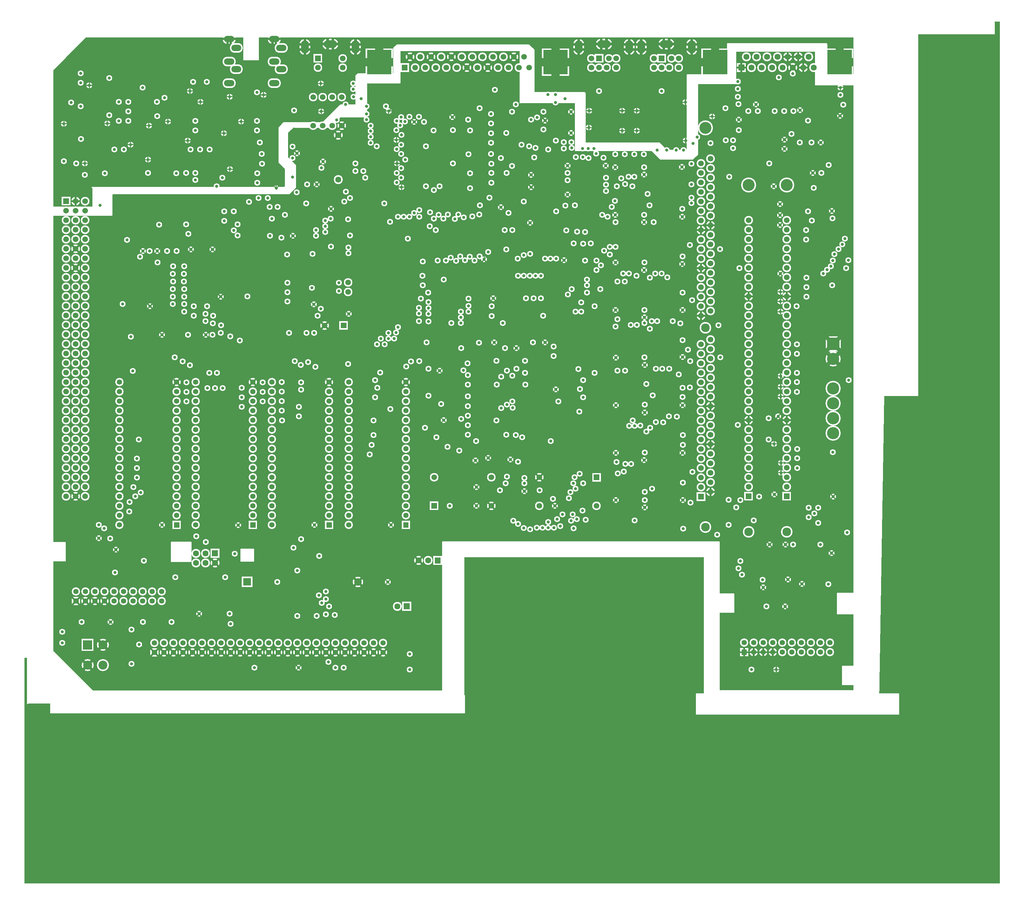
<source format=gbr>
%FSLAX34Y34*%
%MOMM*%
%LNCOPPER_INNER1*%
G71*
G01*
%ADD10C,1.600*%
%ADD11C,2.200*%
%ADD12C,2.300*%
%ADD13C,2.400*%
%ADD14C,2.320*%
%ADD15C,2.320*%
%ADD16C,4.000*%
%ADD17C,3.100*%
%ADD18C,4.000*%
%ADD19C,3.100*%
%ADD20C,2.320*%
%ADD21C,2.800*%
%ADD22C,2.600*%
%ADD23C,2.900*%
%ADD24C,4.050*%
%ADD25C,3.200*%
%ADD26C,2.400*%
%ADD27C,0.200*%
%ADD28C,0.150*%
%ADD29C,0.267*%
%ADD30C,0.467*%
%ADD31C,0.500*%
%ADD32C,0.533*%
%ADD33C,2.167*%
%ADD34C,0.507*%
%ADD35C,0.667*%
%ADD36C,0.600*%
%ADD37C,0.700*%
%ADD38C,1.083*%
%ADD39C,0.800*%
%ADD40C,0.800*%
%ADD41C,1.400*%
%ADD42C,1.500*%
%ADD43C,1.600*%
%ADD44C,1.520*%
%ADD45C,1.520*%
%ADD46C,3.200*%
%ADD47C,2.300*%
%ADD48C,3.200*%
%ADD49C,2.300*%
%ADD50C,1.520*%
%ADD51C,2.000*%
%ADD52C,1.800*%
%ADD53C,2.100*%
%ADD54C,3.250*%
%ADD55C,2.400*%
%ADD56C,1.600*%
%LPD*%
G36*
X-22000Y1806250D02*
X2578000Y1806250D01*
X2578000Y-493750D01*
X-22000Y-493750D01*
X-22000Y1806250D01*
G37*
%LPC*%
X2022839Y1506250D02*
G54D10*
D03*
X198854Y1533933D02*
G54D10*
D03*
X130195Y203933D02*
G54D10*
D03*
X1955581Y245151D02*
G54D10*
D03*
X948366Y975274D02*
G54D10*
D03*
G36*
X984138Y451831D02*
X984138Y473831D01*
X1006138Y473831D01*
X1006138Y451831D01*
X984138Y451831D01*
G37*
X995138Y488231D02*
G54D11*
D03*
X995138Y513631D02*
G54D11*
D03*
X995138Y539031D02*
G54D11*
D03*
X995138Y564431D02*
G54D11*
D03*
X995138Y589831D02*
G54D11*
D03*
X995138Y615231D02*
G54D11*
D03*
X995138Y640631D02*
G54D11*
D03*
X995138Y666031D02*
G54D11*
D03*
X995138Y691431D02*
G54D11*
D03*
X995138Y716831D02*
G54D11*
D03*
X995138Y742231D02*
G54D11*
D03*
X995138Y767631D02*
G54D11*
D03*
X995138Y793031D02*
G54D11*
D03*
X995138Y818431D02*
G54D11*
D03*
X995138Y843831D02*
G54D11*
D03*
X842738Y843831D02*
G54D11*
D03*
X842738Y818431D02*
G54D11*
D03*
X842738Y793031D02*
G54D11*
D03*
X842738Y767631D02*
G54D11*
D03*
X842738Y742231D02*
G54D11*
D03*
X842738Y716831D02*
G54D11*
D03*
X842738Y691431D02*
G54D11*
D03*
X842738Y666031D02*
G54D11*
D03*
X842738Y640631D02*
G54D11*
D03*
X842738Y615231D02*
G54D11*
D03*
X842738Y589831D02*
G54D11*
D03*
X842738Y564431D02*
G54D11*
D03*
X842738Y539031D02*
G54D11*
D03*
X842738Y513631D02*
G54D11*
D03*
X842738Y488231D02*
G54D11*
D03*
X842738Y462831D02*
G54D11*
D03*
G36*
X779351Y451831D02*
X779351Y473831D01*
X801351Y473831D01*
X801351Y451831D01*
X779351Y451831D01*
G37*
X790351Y488231D02*
G54D11*
D03*
X790351Y513631D02*
G54D11*
D03*
X790351Y539031D02*
G54D11*
D03*
X790351Y564431D02*
G54D11*
D03*
X790351Y589831D02*
G54D11*
D03*
X790351Y615231D02*
G54D11*
D03*
X790351Y640631D02*
G54D11*
D03*
X790351Y666031D02*
G54D11*
D03*
X790351Y691431D02*
G54D11*
D03*
X790351Y716831D02*
G54D11*
D03*
X790351Y742231D02*
G54D11*
D03*
X790351Y767631D02*
G54D11*
D03*
X790351Y793031D02*
G54D11*
D03*
X790351Y818431D02*
G54D11*
D03*
X790351Y843831D02*
G54D11*
D03*
X637951Y843831D02*
G54D11*
D03*
X637951Y818431D02*
G54D11*
D03*
X637951Y793031D02*
G54D11*
D03*
X637951Y767631D02*
G54D11*
D03*
X637951Y742231D02*
G54D11*
D03*
X637951Y716831D02*
G54D11*
D03*
X637951Y691431D02*
G54D11*
D03*
X637951Y666031D02*
G54D11*
D03*
X637951Y640631D02*
G54D11*
D03*
X637951Y615231D02*
G54D11*
D03*
X637951Y589831D02*
G54D11*
D03*
X637951Y564431D02*
G54D11*
D03*
X637951Y539031D02*
G54D11*
D03*
X637951Y513631D02*
G54D11*
D03*
X637951Y488231D02*
G54D11*
D03*
X637951Y462831D02*
G54D11*
D03*
G36*
X576151Y451831D02*
X576151Y473831D01*
X598151Y473831D01*
X598151Y451831D01*
X576151Y451831D01*
G37*
X587151Y488231D02*
G54D11*
D03*
X587151Y513631D02*
G54D11*
D03*
X587151Y539031D02*
G54D11*
D03*
X587151Y564431D02*
G54D11*
D03*
X587151Y589831D02*
G54D11*
D03*
X587151Y615231D02*
G54D11*
D03*
X587151Y640631D02*
G54D11*
D03*
X587151Y666031D02*
G54D11*
D03*
X587151Y691431D02*
G54D11*
D03*
X587151Y716831D02*
G54D11*
D03*
X587151Y742231D02*
G54D11*
D03*
X587151Y767631D02*
G54D11*
D03*
X587151Y793031D02*
G54D11*
D03*
X587151Y818431D02*
G54D11*
D03*
X587151Y843831D02*
G54D11*
D03*
X434751Y843831D02*
G54D11*
D03*
X434751Y818431D02*
G54D11*
D03*
X434751Y793031D02*
G54D11*
D03*
X434751Y767631D02*
G54D11*
D03*
X434751Y742231D02*
G54D11*
D03*
X434751Y716831D02*
G54D11*
D03*
X434751Y691431D02*
G54D11*
D03*
X434751Y666031D02*
G54D11*
D03*
X434751Y640631D02*
G54D11*
D03*
X434751Y615231D02*
G54D11*
D03*
X434751Y589831D02*
G54D11*
D03*
X434751Y564431D02*
G54D11*
D03*
X434751Y539031D02*
G54D11*
D03*
X434751Y513631D02*
G54D11*
D03*
X434751Y488231D02*
G54D11*
D03*
X434751Y462831D02*
G54D11*
D03*
G36*
X372951Y451831D02*
X372951Y473831D01*
X394951Y473831D01*
X394951Y451831D01*
X372951Y451831D01*
G37*
X383951Y488231D02*
G54D11*
D03*
X383951Y513631D02*
G54D11*
D03*
X383951Y539031D02*
G54D11*
D03*
X383951Y564431D02*
G54D11*
D03*
X383951Y589831D02*
G54D11*
D03*
X383951Y615231D02*
G54D11*
D03*
X383951Y640631D02*
G54D11*
D03*
X383951Y666031D02*
G54D11*
D03*
X383951Y691431D02*
G54D11*
D03*
X383951Y716831D02*
G54D11*
D03*
X383951Y742231D02*
G54D11*
D03*
X383951Y767631D02*
G54D11*
D03*
X383951Y793031D02*
G54D11*
D03*
X383951Y818431D02*
G54D11*
D03*
X383951Y843831D02*
G54D11*
D03*
X231551Y843831D02*
G54D11*
D03*
X231551Y818431D02*
G54D11*
D03*
X231551Y793031D02*
G54D11*
D03*
X231551Y767631D02*
G54D11*
D03*
X231551Y742231D02*
G54D11*
D03*
X231551Y716831D02*
G54D11*
D03*
X231551Y691431D02*
G54D11*
D03*
X231551Y666031D02*
G54D11*
D03*
X231551Y640631D02*
G54D11*
D03*
X231551Y615231D02*
G54D11*
D03*
X231551Y589831D02*
G54D11*
D03*
X231551Y564431D02*
G54D11*
D03*
X231551Y539031D02*
G54D11*
D03*
X231551Y513631D02*
G54D11*
D03*
X231551Y488231D02*
G54D11*
D03*
X231551Y462831D02*
G54D11*
D03*
X1070200Y590350D02*
G54D12*
D03*
X1222600Y590350D02*
G54D12*
D03*
X1222601Y514150D02*
G54D12*
D03*
G36*
X1058700Y525650D02*
X1081700Y525650D01*
X1081700Y502650D01*
X1058700Y502650D01*
X1058700Y525650D01*
G37*
X1503236Y513765D02*
G54D12*
D03*
X1350835Y513765D02*
G54D12*
D03*
X1350835Y589965D02*
G54D12*
D03*
G36*
X1514736Y578465D02*
X1491736Y578465D01*
X1491736Y601465D01*
X1514736Y601465D01*
X1514736Y578465D01*
G37*
G36*
X1885750Y134158D02*
X1907750Y134158D01*
X1907750Y112158D01*
X1885750Y112158D01*
X1885750Y134158D01*
G37*
X1896750Y148558D02*
G54D11*
D03*
X1922150Y123158D02*
G54D11*
D03*
X1922150Y148558D02*
G54D11*
D03*
X1947550Y123158D02*
G54D11*
D03*
X1947550Y148558D02*
G54D11*
D03*
X1972950Y123158D02*
G54D11*
D03*
X1972950Y148558D02*
G54D11*
D03*
X1998350Y123158D02*
G54D11*
D03*
X1998350Y148558D02*
G54D11*
D03*
X2023750Y123158D02*
G54D11*
D03*
X2023750Y148558D02*
G54D11*
D03*
X2049150Y123158D02*
G54D11*
D03*
X2049150Y148558D02*
G54D11*
D03*
X2074550Y123158D02*
G54D11*
D03*
X2074550Y148558D02*
G54D11*
D03*
X2099950Y123158D02*
G54D11*
D03*
X2099950Y148558D02*
G54D11*
D03*
X2125350Y123158D02*
G54D11*
D03*
X2125350Y148558D02*
G54D11*
D03*
G36*
X104575Y270683D02*
X126575Y270683D01*
X126575Y248683D01*
X104575Y248683D01*
X104575Y270683D01*
G37*
X115575Y285083D02*
G54D11*
D03*
X140975Y259683D02*
G54D11*
D03*
X140975Y285083D02*
G54D11*
D03*
X166375Y259683D02*
G54D11*
D03*
X166375Y285083D02*
G54D11*
D03*
X191775Y259683D02*
G54D11*
D03*
X191775Y285083D02*
G54D11*
D03*
X217175Y259683D02*
G54D11*
D03*
X217175Y285083D02*
G54D11*
D03*
X242575Y259683D02*
G54D11*
D03*
X242575Y285083D02*
G54D11*
D03*
X267975Y259683D02*
G54D11*
D03*
X267975Y285083D02*
G54D11*
D03*
X293375Y259683D02*
G54D11*
D03*
X293375Y285083D02*
G54D11*
D03*
X318775Y259683D02*
G54D11*
D03*
X318775Y285083D02*
G54D11*
D03*
X344175Y259683D02*
G54D11*
D03*
X344175Y285083D02*
G54D11*
D03*
G36*
X313758Y133865D02*
X335758Y133865D01*
X335758Y111865D01*
X313758Y111865D01*
X313758Y133865D01*
G37*
X324758Y148265D02*
G54D11*
D03*
X350158Y122865D02*
G54D11*
D03*
X350158Y148265D02*
G54D11*
D03*
X375557Y122865D02*
G54D11*
D03*
X375558Y148265D02*
G54D11*
D03*
X400957Y122865D02*
G54D11*
D03*
X400958Y148265D02*
G54D11*
D03*
X426358Y122865D02*
G54D11*
D03*
X426358Y148265D02*
G54D11*
D03*
X451758Y122865D02*
G54D11*
D03*
X451758Y148265D02*
G54D11*
D03*
X477157Y122865D02*
G54D11*
D03*
X477158Y148265D02*
G54D11*
D03*
X502558Y122865D02*
G54D11*
D03*
X502558Y148265D02*
G54D11*
D03*
X527958Y122865D02*
G54D11*
D03*
X527958Y148265D02*
G54D11*
D03*
X553358Y122865D02*
G54D11*
D03*
X553358Y148265D02*
G54D11*
D03*
X578758Y122865D02*
G54D11*
D03*
X578758Y148265D02*
G54D11*
D03*
X604158Y122865D02*
G54D11*
D03*
X604158Y148265D02*
G54D11*
D03*
X629558Y122865D02*
G54D11*
D03*
X629558Y148265D02*
G54D11*
D03*
X654958Y122865D02*
G54D11*
D03*
X654958Y148265D02*
G54D11*
D03*
X680358Y122865D02*
G54D11*
D03*
X680358Y148265D02*
G54D11*
D03*
X705758Y122865D02*
G54D11*
D03*
X705758Y148265D02*
G54D11*
D03*
X731158Y122865D02*
G54D11*
D03*
X731158Y148265D02*
G54D11*
D03*
X756558Y122865D02*
G54D11*
D03*
X756558Y148265D02*
G54D11*
D03*
X781958Y122865D02*
G54D11*
D03*
X781958Y148265D02*
G54D11*
D03*
X807358Y122865D02*
G54D11*
D03*
X807358Y148265D02*
G54D11*
D03*
X832758Y122865D02*
G54D11*
D03*
X832758Y148265D02*
G54D11*
D03*
X858158Y122865D02*
G54D11*
D03*
X858158Y148265D02*
G54D11*
D03*
X883558Y122865D02*
G54D11*
D03*
X883558Y148265D02*
G54D11*
D03*
X908958Y122865D02*
G54D11*
D03*
X908958Y148265D02*
G54D11*
D03*
X934358Y122865D02*
G54D11*
D03*
X934358Y148265D02*
G54D11*
D03*
G36*
X1901252Y1671208D02*
X1877252Y1671208D01*
X1877252Y1695208D01*
X1901252Y1695208D01*
X1901252Y1671208D01*
G37*
X1915952Y1683208D02*
G54D13*
D03*
X1943652Y1683208D02*
G54D13*
D03*
X1971352Y1683208D02*
G54D13*
D03*
X1998952Y1683208D02*
G54D13*
D03*
X2026652Y1683208D02*
G54D13*
D03*
X2054352Y1683208D02*
G54D13*
D03*
X2082052Y1683208D02*
G54D13*
D03*
X1902252Y1711608D02*
G54D13*
D03*
X1929952Y1711608D02*
G54D13*
D03*
X1957552Y1711608D02*
G54D13*
D03*
X1985252Y1711608D02*
G54D13*
D03*
X2012952Y1711608D02*
G54D13*
D03*
X2040652Y1711608D02*
G54D13*
D03*
X2068352Y1711608D02*
G54D13*
D03*
G36*
X2114560Y1734147D02*
X2187560Y1734147D01*
X2187560Y1661147D01*
X2114560Y1661147D01*
X2114560Y1734147D01*
G37*
G36*
X1782772Y1734147D02*
X1855772Y1734147D01*
X1855772Y1661147D01*
X1782772Y1661147D01*
X1782772Y1734147D01*
G37*
G36*
X1357324Y1734147D02*
X1430324Y1734147D01*
X1430324Y1661147D01*
X1357324Y1661147D01*
X1357324Y1734147D01*
G37*
G36*
X887424Y1734147D02*
X960424Y1734147D01*
X960424Y1661147D01*
X887424Y1661147D01*
X887424Y1734147D01*
G37*
G36*
X1003341Y1671608D02*
X980141Y1671608D01*
X980141Y1694808D01*
X1003341Y1694808D01*
X1003341Y1671608D01*
G37*
X1019441Y1683208D02*
G54D14*
D03*
X1047041Y1683208D02*
G54D14*
D03*
X1074741Y1683208D02*
G54D14*
D03*
X1102441Y1683208D02*
G54D14*
D03*
X1130141Y1683208D02*
G54D14*
D03*
X1157841Y1683208D02*
G54D14*
D03*
X1185541Y1683208D02*
G54D14*
D03*
X1213241Y1683208D02*
G54D14*
D03*
X1240841Y1683208D02*
G54D14*
D03*
X1268541Y1683208D02*
G54D14*
D03*
X1296241Y1683208D02*
G54D14*
D03*
X1323941Y1683208D02*
G54D14*
D03*
X1005641Y1711608D02*
G54D14*
D03*
X1033341Y1711608D02*
G54D14*
D03*
X1062041Y1711608D02*
G54D14*
D03*
X1088741Y1711608D02*
G54D14*
D03*
X1116441Y1711608D02*
G54D14*
D03*
X1144141Y1711608D02*
G54D14*
D03*
X1171841Y1711608D02*
G54D14*
D03*
X1199441Y1711608D02*
G54D14*
D03*
X1227141Y1711608D02*
G54D14*
D03*
X1254841Y1711608D02*
G54D14*
D03*
X1282541Y1711608D02*
G54D14*
D03*
X1310241Y1711608D02*
G54D14*
D03*
G36*
X1998400Y527950D02*
X1998400Y551150D01*
X2021600Y551150D01*
X2021600Y527950D01*
X1998400Y527950D01*
G37*
X2010000Y564950D02*
G54D15*
D03*
X2010000Y590350D02*
G54D15*
D03*
X2010000Y615750D02*
G54D15*
D03*
X2010000Y641150D02*
G54D15*
D03*
X2010000Y666550D02*
G54D15*
D03*
X2010000Y691950D02*
G54D15*
D03*
X2010000Y717350D02*
G54D15*
D03*
X2010000Y742750D02*
G54D15*
D03*
X2010000Y768150D02*
G54D15*
D03*
X2010000Y793550D02*
G54D15*
D03*
X2010000Y818950D02*
G54D15*
D03*
X2010000Y844350D02*
G54D15*
D03*
X2010000Y869750D02*
G54D15*
D03*
X2010000Y895150D02*
G54D15*
D03*
X2010000Y920550D02*
G54D15*
D03*
X2010000Y945950D02*
G54D15*
D03*
X2010000Y971350D02*
G54D15*
D03*
X2010000Y996750D02*
G54D15*
D03*
X2010000Y1022150D02*
G54D15*
D03*
X2010000Y1047550D02*
G54D15*
D03*
X2010000Y1072950D02*
G54D15*
D03*
X2010000Y1098350D02*
G54D15*
D03*
X2010000Y1123750D02*
G54D15*
D03*
X2010000Y1149150D02*
G54D15*
D03*
X2010000Y1174550D02*
G54D15*
D03*
X2010000Y1199950D02*
G54D15*
D03*
X2010000Y1225350D02*
G54D15*
D03*
X2010000Y1250750D02*
G54D15*
D03*
X2010000Y1276150D02*
G54D15*
D03*
G36*
X1896800Y527950D02*
X1896800Y551150D01*
X1920000Y551150D01*
X1920000Y527950D01*
X1896800Y527950D01*
G37*
X1908400Y564950D02*
G54D15*
D03*
X1908400Y590350D02*
G54D15*
D03*
X1908400Y615750D02*
G54D15*
D03*
X1908400Y641150D02*
G54D15*
D03*
X1908400Y666550D02*
G54D15*
D03*
X1908400Y691950D02*
G54D15*
D03*
X1908400Y717350D02*
G54D15*
D03*
X1908400Y742750D02*
G54D15*
D03*
X1908400Y768150D02*
G54D15*
D03*
X1908400Y793550D02*
G54D15*
D03*
X1908400Y818950D02*
G54D15*
D03*
X1908400Y844350D02*
G54D15*
D03*
X1908400Y869750D02*
G54D15*
D03*
X1908400Y895150D02*
G54D15*
D03*
X1908400Y920550D02*
G54D15*
D03*
X1908400Y945950D02*
G54D15*
D03*
X1908400Y971350D02*
G54D15*
D03*
X1908400Y996750D02*
G54D15*
D03*
X1908400Y1022150D02*
G54D15*
D03*
X1908400Y1047550D02*
G54D15*
D03*
X1908400Y1072950D02*
G54D15*
D03*
X1908400Y1098350D02*
G54D15*
D03*
X1908400Y1123750D02*
G54D15*
D03*
X1908400Y1149150D02*
G54D15*
D03*
X1908400Y1174550D02*
G54D15*
D03*
X1908400Y1199950D02*
G54D15*
D03*
X1908400Y1225350D02*
G54D15*
D03*
X1908400Y1250750D02*
G54D15*
D03*
X1908400Y1276150D02*
G54D15*
D03*
X1908400Y1369812D02*
G54D16*
D03*
X2010000Y1369812D02*
G54D16*
D03*
X1908400Y444300D02*
G54D17*
D03*
X2010000Y444300D02*
G54D17*
D03*
X1781674Y716222D02*
G54D15*
D03*
X1781674Y741622D02*
G54D15*
D03*
X1781674Y767022D02*
G54D15*
D03*
X1781674Y792422D02*
G54D15*
D03*
X1781674Y817822D02*
G54D15*
D03*
X1781674Y843222D02*
G54D15*
D03*
X1781674Y868622D02*
G54D15*
D03*
X1781674Y894022D02*
G54D15*
D03*
X1781674Y919422D02*
G54D15*
D03*
X1781674Y944822D02*
G54D15*
D03*
X1781674Y1021022D02*
G54D15*
D03*
X1781674Y1046422D02*
G54D15*
D03*
X1781674Y1071822D02*
G54D15*
D03*
X1781674Y1097222D02*
G54D15*
D03*
X1781674Y1122622D02*
G54D15*
D03*
X1781674Y1148022D02*
G54D15*
D03*
X1781674Y1173422D02*
G54D15*
D03*
X1781674Y1198822D02*
G54D15*
D03*
X1781674Y1224222D02*
G54D15*
D03*
X1781674Y1249622D02*
G54D15*
D03*
X1781674Y1275022D02*
G54D15*
D03*
X1781674Y1300422D02*
G54D15*
D03*
X1781674Y1325822D02*
G54D15*
D03*
X1781674Y1351222D02*
G54D15*
D03*
X1781674Y1376622D02*
G54D15*
D03*
X1781674Y1402022D02*
G54D15*
D03*
X1781674Y1427422D02*
G54D15*
D03*
X1807074Y728922D02*
G54D15*
D03*
X1807074Y754322D02*
G54D15*
D03*
X1807074Y779722D02*
G54D15*
D03*
X1807074Y805122D02*
G54D15*
D03*
X1807074Y830522D02*
G54D15*
D03*
X1807074Y855922D02*
G54D15*
D03*
X1807074Y881322D02*
G54D15*
D03*
X1807074Y906722D02*
G54D15*
D03*
X1807074Y932122D02*
G54D15*
D03*
X1807074Y957522D02*
G54D15*
D03*
X1807074Y1033722D02*
G54D15*
D03*
X1807074Y1059122D02*
G54D15*
D03*
X1807074Y1084522D02*
G54D15*
D03*
X1807074Y1109922D02*
G54D15*
D03*
X1807074Y1135322D02*
G54D15*
D03*
X1807074Y1160722D02*
G54D15*
D03*
X1807074Y1186122D02*
G54D15*
D03*
X1807074Y1211522D02*
G54D15*
D03*
X1807074Y1236922D02*
G54D15*
D03*
X1807074Y1262322D02*
G54D15*
D03*
X1807074Y1287722D02*
G54D15*
D03*
X1807074Y1313122D02*
G54D15*
D03*
X1807074Y1338522D02*
G54D15*
D03*
X1807074Y1363922D02*
G54D15*
D03*
X1807074Y1389322D02*
G54D15*
D03*
X1807074Y1414722D02*
G54D15*
D03*
X1807074Y1440122D02*
G54D15*
D03*
G36*
X1770074Y526822D02*
X1770074Y550022D01*
X1793274Y550022D01*
X1793274Y526822D01*
X1770074Y526822D01*
G37*
X1781674Y563822D02*
G54D15*
D03*
X1781674Y589222D02*
G54D15*
D03*
X1781674Y614622D02*
G54D15*
D03*
X1781674Y640022D02*
G54D15*
D03*
X1781674Y665422D02*
G54D15*
D03*
X1781674Y690822D02*
G54D15*
D03*
X1807074Y551122D02*
G54D15*
D03*
X1807074Y576522D02*
G54D15*
D03*
X1807074Y601922D02*
G54D15*
D03*
X1807074Y627322D02*
G54D15*
D03*
X1807074Y652722D02*
G54D15*
D03*
X1807074Y678122D02*
G54D15*
D03*
X1807074Y703522D02*
G54D15*
D03*
X1793306Y1522212D02*
G54D18*
D03*
X1793306Y988812D02*
G54D19*
D03*
X1793306Y457000D02*
G54D19*
D03*
X139925Y590350D02*
G54D20*
D03*
X139925Y615750D02*
G54D20*
D03*
X139925Y641150D02*
G54D20*
D03*
X139925Y666550D02*
G54D20*
D03*
X139925Y691950D02*
G54D20*
D03*
X139925Y717350D02*
G54D20*
D03*
X139925Y742750D02*
G54D20*
D03*
X139925Y768150D02*
G54D20*
D03*
X139925Y793550D02*
G54D20*
D03*
X139925Y818950D02*
G54D20*
D03*
X139925Y844350D02*
G54D20*
D03*
X139925Y869750D02*
G54D20*
D03*
X139925Y895150D02*
G54D20*
D03*
X139925Y920550D02*
G54D20*
D03*
X139925Y945950D02*
G54D20*
D03*
X139925Y971350D02*
G54D20*
D03*
X139925Y996750D02*
G54D20*
D03*
X139925Y1022150D02*
G54D20*
D03*
X139925Y1047550D02*
G54D20*
D03*
X139925Y1072950D02*
G54D20*
D03*
X139925Y1098350D02*
G54D20*
D03*
X139925Y1123750D02*
G54D20*
D03*
X139925Y1149150D02*
G54D20*
D03*
X139925Y1174550D02*
G54D20*
D03*
X139925Y1199950D02*
G54D20*
D03*
X139925Y1225350D02*
G54D20*
D03*
X139925Y1250750D02*
G54D20*
D03*
X139925Y1276150D02*
G54D20*
D03*
X139925Y1301550D02*
G54D20*
D03*
X139925Y1326950D02*
G54D20*
D03*
X114525Y590350D02*
G54D20*
D03*
X114525Y615750D02*
G54D20*
D03*
X114525Y641150D02*
G54D20*
D03*
X114525Y666550D02*
G54D20*
D03*
X114525Y691950D02*
G54D20*
D03*
X114525Y717350D02*
G54D20*
D03*
X114525Y742750D02*
G54D20*
D03*
X114525Y768150D02*
G54D20*
D03*
X114525Y793550D02*
G54D20*
D03*
X114525Y818950D02*
G54D20*
D03*
X114525Y844350D02*
G54D20*
D03*
X114525Y869750D02*
G54D20*
D03*
X114525Y895150D02*
G54D20*
D03*
X114525Y920550D02*
G54D20*
D03*
X114525Y945950D02*
G54D20*
D03*
X114525Y971350D02*
G54D20*
D03*
X114525Y996750D02*
G54D20*
D03*
X114525Y1022150D02*
G54D20*
D03*
X114525Y1047550D02*
G54D20*
D03*
X114525Y1072950D02*
G54D20*
D03*
X114525Y1098350D02*
G54D20*
D03*
X114525Y1123750D02*
G54D20*
D03*
X114525Y1149150D02*
G54D20*
D03*
X114525Y1174550D02*
G54D20*
D03*
X114525Y1199950D02*
G54D20*
D03*
X114525Y1225350D02*
G54D20*
D03*
X114525Y1250750D02*
G54D20*
D03*
X114525Y1276150D02*
G54D20*
D03*
X114525Y1301550D02*
G54D20*
D03*
X114525Y1326950D02*
G54D20*
D03*
X89125Y590350D02*
G54D20*
D03*
X89125Y615750D02*
G54D20*
D03*
X89125Y641150D02*
G54D20*
D03*
X89125Y666550D02*
G54D20*
D03*
X89125Y691950D02*
G54D20*
D03*
X89125Y717350D02*
G54D20*
D03*
X89125Y742750D02*
G54D20*
D03*
X89125Y768150D02*
G54D20*
D03*
X89125Y793550D02*
G54D20*
D03*
X89125Y818950D02*
G54D20*
D03*
X89125Y844350D02*
G54D20*
D03*
X89125Y869750D02*
G54D20*
D03*
X89125Y895150D02*
G54D20*
D03*
X89125Y920550D02*
G54D20*
D03*
X89125Y945950D02*
G54D20*
D03*
X89125Y971350D02*
G54D20*
D03*
X89125Y996750D02*
G54D20*
D03*
X89125Y1022150D02*
G54D20*
D03*
X89125Y1047550D02*
G54D20*
D03*
X89125Y1072950D02*
G54D20*
D03*
X89125Y1098350D02*
G54D20*
D03*
X89125Y1123750D02*
G54D20*
D03*
X89125Y1149150D02*
G54D20*
D03*
X89125Y1174550D02*
G54D20*
D03*
X89125Y1199950D02*
G54D20*
D03*
X89125Y1225350D02*
G54D20*
D03*
X89125Y1250750D02*
G54D20*
D03*
X89125Y1276150D02*
G54D20*
D03*
X89125Y1301550D02*
G54D20*
D03*
G36*
X77525Y1315350D02*
X77525Y1338550D01*
X100725Y1338550D01*
X100725Y1315350D01*
X77525Y1315350D01*
G37*
X139925Y539550D02*
G54D20*
D03*
X139925Y564950D02*
G54D20*
D03*
X114525Y539550D02*
G54D20*
D03*
X114525Y564950D02*
G54D20*
D03*
X89125Y539550D02*
G54D20*
D03*
X89125Y564950D02*
G54D20*
D03*
G36*
X498000Y375150D02*
X474000Y375150D01*
X474000Y399150D01*
X498000Y399150D01*
X498000Y375150D01*
G37*
X486000Y361750D02*
G54D13*
D03*
X460600Y387150D02*
G54D13*
D03*
X460600Y361750D02*
G54D13*
D03*
X435200Y387150D02*
G54D13*
D03*
X435200Y361750D02*
G54D13*
D03*
X840806Y1109859D02*
G54D12*
D03*
X840806Y1084459D02*
G54D12*
D03*
G36*
X1091725Y356100D02*
X1067725Y356100D01*
X1067725Y380100D01*
X1091725Y380100D01*
X1091725Y356100D01*
G37*
X1054325Y368100D02*
G54D13*
D03*
X1028925Y368100D02*
G54D13*
D03*
G36*
X1009175Y233862D02*
X985175Y233862D01*
X985175Y257862D01*
X1009175Y257862D01*
X1009175Y233862D01*
G37*
X971775Y245862D02*
G54D13*
D03*
X867000Y310950D02*
G54D21*
D03*
G36*
X557725Y324950D02*
X585725Y324950D01*
X585725Y296950D01*
X557725Y296950D01*
X557725Y324950D01*
G37*
G36*
X840500Y983562D02*
X817300Y983562D01*
X817300Y1006762D01*
X840500Y1006762D01*
X840500Y983562D01*
G37*
X778100Y995163D02*
G54D15*
D03*
X747938Y1604762D02*
G54D12*
D03*
X773338Y1604762D02*
G54D12*
D03*
X798738Y1604762D02*
G54D12*
D03*
X824138Y1604762D02*
G54D12*
D03*
X747938Y1528562D02*
G54D12*
D03*
X773338Y1528562D02*
G54D12*
D03*
X798738Y1528562D02*
G54D12*
D03*
X824137Y1528562D02*
G54D12*
D03*
X519301Y1641918D02*
G54D22*
D03*
X520301Y1641918D02*
G54D22*
D03*
X521301Y1641918D02*
G54D22*
D03*
X522301Y1641918D02*
G54D22*
D03*
X523301Y1641918D02*
G54D22*
D03*
X524301Y1641918D02*
G54D22*
D03*
X525301Y1641918D02*
G54D22*
D03*
X526301Y1641918D02*
G54D22*
D03*
X527301Y1641918D02*
G54D22*
D03*
X528301Y1641918D02*
G54D22*
D03*
X538351Y1679224D02*
G54D22*
D03*
X539351Y1679224D02*
G54D22*
D03*
X540351Y1679224D02*
G54D22*
D03*
X541351Y1679224D02*
G54D22*
D03*
X542351Y1679224D02*
G54D22*
D03*
X543351Y1679224D02*
G54D22*
D03*
X544351Y1679224D02*
G54D22*
D03*
X545351Y1679224D02*
G54D22*
D03*
X546351Y1679224D02*
G54D22*
D03*
X547351Y1679224D02*
G54D22*
D03*
X519301Y1699068D02*
G54D22*
D03*
X520301Y1699068D02*
G54D22*
D03*
X521301Y1699068D02*
G54D22*
D03*
X522301Y1699068D02*
G54D22*
D03*
X523301Y1699068D02*
G54D22*
D03*
X524301Y1699068D02*
G54D22*
D03*
X525301Y1699068D02*
G54D22*
D03*
X526301Y1699068D02*
G54D22*
D03*
X527301Y1699068D02*
G54D22*
D03*
X528301Y1699068D02*
G54D22*
D03*
X538351Y1735580D02*
G54D22*
D03*
X539351Y1735580D02*
G54D22*
D03*
X540351Y1735580D02*
G54D22*
D03*
X541351Y1735580D02*
G54D22*
D03*
X542351Y1735580D02*
G54D22*
D03*
X543351Y1735580D02*
G54D22*
D03*
X544351Y1735580D02*
G54D22*
D03*
X545351Y1735580D02*
G54D22*
D03*
X546351Y1735580D02*
G54D22*
D03*
X547351Y1735580D02*
G54D22*
D03*
X519301Y1759393D02*
G54D22*
D03*
X520301Y1759393D02*
G54D22*
D03*
X521301Y1759393D02*
G54D22*
D03*
X522301Y1759393D02*
G54D22*
D03*
X523301Y1759393D02*
G54D22*
D03*
X524301Y1759393D02*
G54D22*
D03*
X525301Y1759393D02*
G54D22*
D03*
X526301Y1759393D02*
G54D22*
D03*
X527301Y1759393D02*
G54D22*
D03*
X528301Y1759393D02*
G54D22*
D03*
X639426Y1641918D02*
G54D22*
D03*
X640426Y1641918D02*
G54D22*
D03*
X641426Y1641918D02*
G54D22*
D03*
X642426Y1641918D02*
G54D22*
D03*
X643426Y1641918D02*
G54D22*
D03*
X644426Y1641918D02*
G54D22*
D03*
X645426Y1641918D02*
G54D22*
D03*
X646426Y1641918D02*
G54D22*
D03*
X647426Y1641918D02*
G54D22*
D03*
X648426Y1641918D02*
G54D22*
D03*
X658476Y1679224D02*
G54D22*
D03*
X659476Y1679224D02*
G54D22*
D03*
X660476Y1679224D02*
G54D22*
D03*
X661476Y1679224D02*
G54D22*
D03*
X662476Y1679224D02*
G54D22*
D03*
X663476Y1679224D02*
G54D22*
D03*
X664476Y1679224D02*
G54D22*
D03*
X665476Y1679224D02*
G54D22*
D03*
X666476Y1679224D02*
G54D22*
D03*
X667476Y1679224D02*
G54D22*
D03*
X639426Y1699068D02*
G54D22*
D03*
X640426Y1699068D02*
G54D22*
D03*
X641426Y1699068D02*
G54D22*
D03*
X642426Y1699068D02*
G54D22*
D03*
X643426Y1699068D02*
G54D22*
D03*
X644426Y1699068D02*
G54D22*
D03*
X645426Y1699068D02*
G54D22*
D03*
X646426Y1699068D02*
G54D22*
D03*
X647426Y1699068D02*
G54D22*
D03*
X648426Y1699068D02*
G54D22*
D03*
X658476Y1735580D02*
G54D22*
D03*
X659476Y1735580D02*
G54D22*
D03*
X660476Y1735580D02*
G54D22*
D03*
X661476Y1735580D02*
G54D22*
D03*
X662476Y1735580D02*
G54D22*
D03*
X663476Y1735580D02*
G54D22*
D03*
X664476Y1735580D02*
G54D22*
D03*
X665476Y1735580D02*
G54D22*
D03*
X666476Y1735580D02*
G54D22*
D03*
X667476Y1735580D02*
G54D22*
D03*
X639426Y1759393D02*
G54D22*
D03*
X640426Y1759393D02*
G54D22*
D03*
X641426Y1759393D02*
G54D22*
D03*
X642426Y1759393D02*
G54D22*
D03*
X643426Y1759393D02*
G54D22*
D03*
X644426Y1759393D02*
G54D22*
D03*
X645426Y1759393D02*
G54D22*
D03*
X646426Y1759393D02*
G54D22*
D03*
X647426Y1759393D02*
G54D22*
D03*
X648426Y1759393D02*
G54D22*
D03*
X1590259Y1745179D02*
G54D23*
D03*
X1590259Y1744179D02*
G54D23*
D03*
X1590259Y1743179D02*
G54D23*
D03*
X1590259Y1742179D02*
G54D23*
D03*
X1590259Y1741179D02*
G54D23*
D03*
X1590259Y1740179D02*
G54D23*
D03*
X1590259Y1739179D02*
G54D23*
D03*
X1590259Y1738179D02*
G54D23*
D03*
X1590259Y1737179D02*
G54D23*
D03*
X1590259Y1736179D02*
G54D23*
D03*
X1590259Y1735179D02*
G54D23*
D03*
X1590259Y1734179D02*
G54D23*
D03*
X1590259Y1733179D02*
G54D23*
D03*
X1590259Y1732179D02*
G54D23*
D03*
X1590259Y1731179D02*
G54D23*
D03*
X1455321Y1745179D02*
G54D23*
D03*
X1455321Y1744179D02*
G54D23*
D03*
X1455321Y1743179D02*
G54D23*
D03*
X1455321Y1742179D02*
G54D23*
D03*
X1455321Y1741179D02*
G54D23*
D03*
X1455321Y1740179D02*
G54D23*
D03*
X1455321Y1739179D02*
G54D23*
D03*
X1455321Y1738179D02*
G54D23*
D03*
X1455321Y1737179D02*
G54D23*
D03*
X1455321Y1736179D02*
G54D23*
D03*
X1455321Y1735179D02*
G54D23*
D03*
X1455321Y1734179D02*
G54D23*
D03*
X1455321Y1733179D02*
G54D23*
D03*
X1455321Y1732179D02*
G54D23*
D03*
X1455321Y1731179D02*
G54D23*
D03*
X1529790Y1746116D02*
G54D23*
D03*
X1528790Y1746116D02*
G54D23*
D03*
X1527790Y1746116D02*
G54D23*
D03*
X1526790Y1746116D02*
G54D23*
D03*
X1525790Y1746116D02*
G54D23*
D03*
X1524790Y1746116D02*
G54D23*
D03*
X1523790Y1746116D02*
G54D23*
D03*
X1522790Y1746116D02*
G54D23*
D03*
X1521790Y1746116D02*
G54D23*
D03*
X1520790Y1746116D02*
G54D23*
D03*
X1519790Y1746116D02*
G54D23*
D03*
X1518790Y1746116D02*
G54D23*
D03*
X1517790Y1746116D02*
G54D23*
D03*
X1516790Y1746116D02*
G54D23*
D03*
X1515790Y1746116D02*
G54D23*
D03*
X1489865Y1682822D02*
G54D12*
D03*
X1509865Y1682822D02*
G54D12*
D03*
X1529865Y1682822D02*
G54D12*
D03*
X1489865Y1707822D02*
G54D12*
D03*
G36*
X1498365Y1719322D02*
X1521365Y1719322D01*
X1521365Y1696322D01*
X1498365Y1696322D01*
X1498365Y1719322D01*
G37*
X1535865Y1707822D02*
G54D12*
D03*
X1555865Y1707822D02*
G54D12*
D03*
X1555865Y1682822D02*
G54D12*
D03*
X1756946Y1745179D02*
G54D23*
D03*
X1756946Y1744179D02*
G54D23*
D03*
X1756946Y1743179D02*
G54D23*
D03*
X1756946Y1742179D02*
G54D23*
D03*
X1756946Y1741179D02*
G54D23*
D03*
X1756946Y1740179D02*
G54D23*
D03*
X1756946Y1739179D02*
G54D23*
D03*
X1756946Y1738179D02*
G54D23*
D03*
X1756946Y1737179D02*
G54D23*
D03*
X1756946Y1736179D02*
G54D23*
D03*
X1756946Y1735179D02*
G54D23*
D03*
X1756946Y1734179D02*
G54D23*
D03*
X1756946Y1733179D02*
G54D23*
D03*
X1756946Y1732179D02*
G54D23*
D03*
X1756946Y1731179D02*
G54D23*
D03*
X1622009Y1745179D02*
G54D23*
D03*
X1622009Y1744179D02*
G54D23*
D03*
X1622009Y1743179D02*
G54D23*
D03*
X1622009Y1742179D02*
G54D23*
D03*
X1622009Y1741179D02*
G54D23*
D03*
X1622009Y1740179D02*
G54D23*
D03*
X1622009Y1739179D02*
G54D23*
D03*
X1622009Y1738179D02*
G54D23*
D03*
X1622009Y1737179D02*
G54D23*
D03*
X1622009Y1736179D02*
G54D23*
D03*
X1622009Y1735179D02*
G54D23*
D03*
X1622009Y1734179D02*
G54D23*
D03*
X1622009Y1733179D02*
G54D23*
D03*
X1622009Y1732179D02*
G54D23*
D03*
X1622009Y1731179D02*
G54D23*
D03*
X1696477Y1746116D02*
G54D23*
D03*
X1695478Y1746116D02*
G54D23*
D03*
X1694478Y1746116D02*
G54D23*
D03*
X1693478Y1746116D02*
G54D23*
D03*
X1692478Y1746116D02*
G54D23*
D03*
X1691478Y1746116D02*
G54D23*
D03*
X1690477Y1746116D02*
G54D23*
D03*
X1689477Y1746116D02*
G54D23*
D03*
X1688478Y1746116D02*
G54D23*
D03*
X1687478Y1746116D02*
G54D23*
D03*
X1686478Y1746116D02*
G54D23*
D03*
X1685478Y1746116D02*
G54D23*
D03*
X1684478Y1746116D02*
G54D23*
D03*
X1683477Y1746116D02*
G54D23*
D03*
X1682477Y1746116D02*
G54D23*
D03*
X1656552Y1682822D02*
G54D12*
D03*
X1676552Y1682822D02*
G54D12*
D03*
X1696552Y1682822D02*
G54D12*
D03*
X1656552Y1707822D02*
G54D12*
D03*
G36*
X1665052Y1719322D02*
X1688052Y1719322D01*
X1688052Y1696322D01*
X1665052Y1696322D01*
X1665052Y1719322D01*
G37*
X1702552Y1707822D02*
G54D12*
D03*
X1722552Y1707822D02*
G54D12*
D03*
X1722552Y1682822D02*
G54D12*
D03*
X860803Y1745179D02*
G54D23*
D03*
X860803Y1744179D02*
G54D23*
D03*
X860803Y1743179D02*
G54D23*
D03*
X860803Y1742179D02*
G54D23*
D03*
X860803Y1741179D02*
G54D23*
D03*
X860803Y1740179D02*
G54D23*
D03*
X860803Y1739179D02*
G54D23*
D03*
X860803Y1738179D02*
G54D23*
D03*
X860803Y1737179D02*
G54D23*
D03*
X860803Y1736179D02*
G54D23*
D03*
X860803Y1735179D02*
G54D23*
D03*
X860803Y1734179D02*
G54D23*
D03*
X860803Y1733179D02*
G54D23*
D03*
X860803Y1732179D02*
G54D23*
D03*
X860803Y1731179D02*
G54D23*
D03*
X725865Y1745179D02*
G54D23*
D03*
X725865Y1744179D02*
G54D23*
D03*
X725865Y1743179D02*
G54D23*
D03*
X725865Y1742179D02*
G54D23*
D03*
X725865Y1741179D02*
G54D23*
D03*
X725865Y1740179D02*
G54D23*
D03*
X725865Y1739179D02*
G54D23*
D03*
X725865Y1738179D02*
G54D23*
D03*
X725865Y1737179D02*
G54D23*
D03*
X725865Y1736179D02*
G54D23*
D03*
X725865Y1735179D02*
G54D23*
D03*
X725865Y1734179D02*
G54D23*
D03*
X725865Y1733179D02*
G54D23*
D03*
X725865Y1732179D02*
G54D23*
D03*
X725865Y1731179D02*
G54D23*
D03*
X800334Y1746117D02*
G54D23*
D03*
X799334Y1746117D02*
G54D23*
D03*
X798334Y1746117D02*
G54D23*
D03*
X797334Y1746117D02*
G54D23*
D03*
X796334Y1746117D02*
G54D23*
D03*
X795334Y1746117D02*
G54D23*
D03*
X794334Y1746117D02*
G54D23*
D03*
X793334Y1746117D02*
G54D23*
D03*
X792334Y1746117D02*
G54D23*
D03*
X791334Y1746117D02*
G54D23*
D03*
X790334Y1746117D02*
G54D23*
D03*
X789334Y1746117D02*
G54D23*
D03*
X788334Y1746117D02*
G54D23*
D03*
X787334Y1746117D02*
G54D23*
D03*
X786334Y1746117D02*
G54D23*
D03*
X760409Y1682822D02*
G54D12*
D03*
G36*
X748909Y1719322D02*
X771909Y1719322D01*
X771909Y1696322D01*
X748909Y1696322D01*
X748909Y1719322D01*
G37*
X826409Y1707822D02*
G54D12*
D03*
X826409Y1682822D02*
G54D12*
D03*
X2134222Y707825D02*
G54D24*
D03*
X2134222Y747512D02*
G54D24*
D03*
X2134222Y787200D02*
G54D24*
D03*
X2134222Y826887D02*
G54D24*
D03*
X2134222Y906262D02*
G54D24*
D03*
G36*
X2113972Y966200D02*
X2154472Y966200D01*
X2154472Y925700D01*
X2113972Y925700D01*
X2113972Y966200D01*
G37*
G36*
X130274Y158674D02*
X162274Y158674D01*
X162274Y126674D01*
X130274Y126674D01*
X130274Y158674D01*
G37*
X187550Y142675D02*
G54D25*
D03*
X146275Y88700D02*
G54D25*
D03*
X187550Y88700D02*
G54D25*
D03*
X1509938Y1620638D02*
G54D10*
D03*
X1676625Y1620638D02*
G54D10*
D03*
X1740125Y1590475D02*
G54D10*
D03*
X1811562Y1552375D02*
G54D10*
D03*
X1846488Y1574600D02*
G54D10*
D03*
X1881412Y1585712D02*
G54D10*
D03*
X1879776Y1605196D02*
G54D10*
D03*
X1879825Y1626194D02*
G54D10*
D03*
X1879825Y1646038D02*
G54D10*
D03*
X1928244Y1584919D02*
G54D10*
D03*
X1933006Y1567456D02*
G54D10*
D03*
X1907606Y1567456D02*
G54D10*
D03*
X1882206Y1544437D02*
G54D10*
D03*
X1882206Y1516656D02*
G54D10*
D03*
X1978250Y1567456D02*
G54D10*
D03*
X2003650Y1567456D02*
G54D10*
D03*
X2028256Y1567456D02*
G54D10*
D03*
X2045719Y1569837D02*
G54D10*
D03*
X2066931Y1541897D02*
G54D10*
D03*
X2045167Y1483454D02*
G54D10*
D03*
X2075881Y1483319D02*
G54D10*
D03*
X2100487Y1483319D02*
G54D10*
D03*
X2004444Y1491256D02*
G54D10*
D03*
X2004444Y1466650D02*
G54D10*
D03*
X1552800Y1452362D02*
G54D10*
D03*
X1578200Y1452362D02*
G54D10*
D03*
X1603600Y1452362D02*
G54D10*
D03*
X1629000Y1452362D02*
G54D10*
D03*
X1664719Y1462681D02*
G54D10*
D03*
X1690119Y1462681D02*
G54D10*
D03*
X1715519Y1462681D02*
G54D10*
D03*
X1735362Y1462681D02*
G54D10*
D03*
X1740919Y1488081D02*
G54D10*
D03*
X1771081Y1497606D02*
G54D10*
D03*
X1760762Y1480938D02*
G54D10*
D03*
X1806800Y1481731D02*
G54D10*
D03*
X1847281Y1488875D02*
G54D10*
D03*
X1867125Y1488875D02*
G54D10*
D03*
X1867125Y1468238D02*
G54D10*
D03*
X1496444Y1467444D02*
G54D10*
D03*
X1481362Y1467444D02*
G54D10*
D03*
X1465488Y1467444D02*
G54D10*
D03*
X1527400Y1421406D02*
G54D10*
D03*
X1521844Y1442838D02*
G54D10*
D03*
X1502000Y1453950D02*
G54D10*
D03*
X1482156Y1442044D02*
G54D10*
D03*
X1466281Y1444425D02*
G54D10*
D03*
X1448025Y1444425D02*
G54D10*
D03*
X1436912Y1469031D02*
G54D10*
D03*
X1415481Y1467444D02*
G54D10*
D03*
X1415481Y1484112D02*
G54D10*
D03*
X1436119Y1484112D02*
G54D10*
D03*
X1528194Y1353938D02*
G54D10*
D03*
X1528194Y1370606D02*
G54D10*
D03*
X1528194Y1389656D02*
G54D10*
D03*
X1629794Y1417438D02*
G54D10*
D03*
X1629794Y1397594D02*
G54D10*
D03*
X1603600Y1392038D02*
G54D10*
D03*
X1588519Y1392038D02*
G54D10*
D03*
X1568675Y1387275D02*
G54D10*
D03*
X1598838Y1366638D02*
G54D10*
D03*
X1578994Y1372194D02*
G54D10*
D03*
X1557562Y1366638D02*
G54D10*
D03*
X1639319Y1346000D02*
G54D10*
D03*
X1644081Y1315838D02*
G54D10*
D03*
X1629794Y1290438D02*
G54D10*
D03*
X1629794Y1270594D02*
G54D10*
D03*
X1655194Y1270594D02*
G54D10*
D03*
X1730600Y1418231D02*
G54D10*
D03*
X1756000Y1426962D02*
G54D10*
D03*
X1756000Y1371400D02*
G54D10*
D03*
X1756000Y1335681D02*
G54D10*
D03*
X1756000Y1321394D02*
G54D10*
D03*
X1856806Y1392038D02*
G54D10*
D03*
X1963962Y1427756D02*
G54D10*
D03*
X1975281Y1366637D02*
G54D10*
D03*
X1425800Y1382512D02*
G54D10*
D03*
X1425800Y1402356D02*
G54D10*
D03*
X1425800Y1421406D02*
G54D10*
D03*
X1328963Y1396800D02*
G54D10*
D03*
X1328963Y1364256D02*
G54D10*
D03*
X1425800Y1344412D02*
G54D10*
D03*
X1445644Y1315838D02*
G54D10*
D03*
X1420244Y1315044D02*
G54D10*
D03*
X1395638Y1299962D02*
G54D10*
D03*
X1422625Y1249162D02*
G54D10*
D03*
X1451200Y1245194D02*
G54D10*
D03*
X1472631Y1244400D02*
G54D10*
D03*
X1467075Y1213444D02*
G54D10*
D03*
X1441675Y1214238D02*
G54D10*
D03*
X1487712Y1214238D02*
G54D10*
D03*
X1472631Y1168200D02*
G54D10*
D03*
X1502794Y1168200D02*
G54D10*
D03*
X1523431Y1194394D02*
G54D10*
D03*
X1538512Y1184075D02*
G54D10*
D03*
X1538512Y1204712D02*
G54D10*
D03*
X1553594Y1204712D02*
G54D10*
D03*
X1514700Y1155500D02*
G54D10*
D03*
X1502794Y1142800D02*
G54D10*
D03*
X1559150Y1112638D02*
G54D10*
D03*
X1578200Y1112638D02*
G54D10*
D03*
X1574231Y1133275D02*
G54D10*
D03*
X1589312Y1133275D02*
G54D10*
D03*
X1609950Y1127719D02*
G54D10*
D03*
X1629794Y1142800D02*
G54D10*
D03*
X1630587Y1163438D02*
G54D10*
D03*
X1645669Y1122956D02*
G54D10*
D03*
X1659956Y1133275D02*
G54D10*
D03*
X1676625Y1133275D02*
G54D10*
D03*
X1691706Y1123750D02*
G54D10*
D03*
X1731394Y1158675D02*
G54D10*
D03*
X1732187Y1179313D02*
G54D10*
D03*
X1752031Y1209475D02*
G54D10*
D03*
X1832200Y1199156D02*
G54D10*
D03*
X1731394Y1306312D02*
G54D10*
D03*
X1731394Y1284881D02*
G54D10*
D03*
X1732187Y1036437D02*
G54D10*
D03*
X1757588Y1062631D02*
G54D10*
D03*
X1726631Y1000719D02*
G54D10*
D03*
X1705994Y1006275D02*
G54D10*
D03*
X1665116Y1006275D02*
G54D10*
D03*
X1650431Y1006275D02*
G54D10*
D03*
X1645669Y986431D02*
G54D10*
D03*
X1630588Y1001512D02*
G54D10*
D03*
X1630587Y1016594D02*
G54D10*
D03*
X1630587Y1036437D02*
G54D10*
D03*
X1610744Y996750D02*
G54D10*
D03*
X1594869Y996750D02*
G54D10*
D03*
X1747269Y930075D02*
G54D10*
D03*
X1752825Y899912D02*
G54D10*
D03*
X1732187Y911025D02*
G54D10*
D03*
X1722662Y864194D02*
G54D10*
D03*
X1697262Y879275D02*
G54D10*
D03*
X1678212Y879275D02*
G54D10*
D03*
X1661544Y879275D02*
G54D10*
D03*
X1477394Y1117400D02*
G54D10*
D03*
X1477394Y1102319D02*
G54D10*
D03*
X1477394Y1082475D02*
G54D10*
D03*
X1513112Y1092000D02*
G54D10*
D03*
X1436912Y1092000D02*
G54D10*
D03*
X1426594Y1077712D02*
G54D10*
D03*
X1462312Y1056281D02*
G54D10*
D03*
X1498031Y1046756D02*
G54D10*
D03*
X1462312Y1031675D02*
G54D10*
D03*
X1447231Y1031675D02*
G54D10*
D03*
X1631381Y889594D02*
G54D10*
D03*
X1630587Y910231D02*
G54D10*
D03*
X1636144Y838794D02*
G54D10*
D03*
X1652812Y808631D02*
G54D10*
D03*
X1498031Y868956D02*
G54D10*
D03*
X1455169Y878481D02*
G54D10*
D03*
X1467869Y849112D02*
G54D10*
D03*
X1459138Y825300D02*
G54D10*
D03*
X1467075Y803075D02*
G54D10*
D03*
X1394844Y824506D02*
G54D10*
D03*
X1401194Y792756D02*
G54D10*
D03*
X1388494Y913406D02*
G54D10*
D03*
X1388494Y938806D02*
G54D10*
D03*
X1366269Y949919D02*
G54D10*
D03*
X1333725Y949919D02*
G54D10*
D03*
X1312294Y900706D02*
G54D10*
D03*
X1312294Y868956D02*
G54D10*
D03*
X1289275Y879275D02*
G54D10*
D03*
X1278956Y861019D02*
G54D10*
D03*
X1263875Y874512D02*
G54D10*
D03*
X1248794Y858638D02*
G54D10*
D03*
X1236888Y837206D02*
G54D10*
D03*
X1313088Y837206D02*
G54D10*
D03*
X1236094Y900706D02*
G54D10*
D03*
X1259113Y934838D02*
G54D10*
D03*
X1289275Y934838D02*
G54D10*
D03*
X1230538Y949919D02*
G54D10*
D03*
X1190056Y949125D02*
G54D10*
D03*
X1142431Y934838D02*
G54D10*
D03*
X1159100Y894356D02*
G54D10*
D03*
X1147987Y875306D02*
G54D10*
D03*
X1159894Y862606D02*
G54D10*
D03*
X1278956Y792756D02*
G54D10*
D03*
X1279750Y775294D02*
G54D10*
D03*
X1263875Y784025D02*
G54D10*
D03*
X1248794Y774500D02*
G54D10*
D03*
X1236094Y741956D02*
G54D10*
D03*
X1262288Y703856D02*
G54D10*
D03*
X1287688Y703062D02*
G54D10*
D03*
X1305150Y696713D02*
G54D10*
D03*
X1182119Y686394D02*
G54D10*
D03*
X1159894Y703856D02*
G54D10*
D03*
X1159894Y729256D02*
G54D10*
D03*
X1142431Y745925D02*
G54D10*
D03*
X1159894Y754656D02*
G54D10*
D03*
X1159894Y780056D02*
G54D10*
D03*
X1159894Y806250D02*
G54D10*
D03*
X1159894Y837206D02*
G54D10*
D03*
X1457550Y764975D02*
G54D10*
D03*
X1590106Y726875D02*
G54D10*
D03*
X1599631Y741956D02*
G54D10*
D03*
X1604394Y726875D02*
G54D10*
D03*
X1620269Y727669D02*
G54D10*
D03*
X1636144Y711794D02*
G54D10*
D03*
X1646462Y722112D02*
G54D10*
D03*
X1661544Y737194D02*
G54D10*
D03*
X1631381Y762594D02*
G54D10*
D03*
X1631381Y784025D02*
G54D10*
D03*
X1680991Y736400D02*
G54D10*
D03*
X1696469Y752275D02*
G54D10*
D03*
X1717106Y751481D02*
G54D10*
D03*
X1732187Y782438D02*
G54D10*
D03*
X1732188Y803869D02*
G54D10*
D03*
X1732187Y828475D02*
G54D10*
D03*
X1752031Y829269D02*
G54D10*
D03*
X1879825Y730050D02*
G54D10*
D03*
X1961581Y691156D02*
G54D10*
D03*
X1976663Y679250D02*
G54D10*
D03*
X1994919Y628450D02*
G54D10*
D03*
X1994919Y602256D02*
G54D10*
D03*
X2037781Y614956D02*
G54D10*
D03*
X2037781Y641150D02*
G54D10*
D03*
X2037781Y665756D02*
G54D10*
D03*
X1961581Y747512D02*
G54D10*
D03*
X1986981Y752275D02*
G54D10*
D03*
X1994125Y805456D02*
G54D10*
D03*
X1994125Y831650D02*
G54D10*
D03*
X1994125Y860225D02*
G54D10*
D03*
X2036988Y818156D02*
G54D10*
D03*
X2036988Y844350D02*
G54D10*
D03*
X2036988Y868956D02*
G54D10*
D03*
X2036988Y919756D02*
G54D10*
D03*
X2036988Y945156D02*
G54D10*
D03*
X1993331Y1031675D02*
G54D10*
D03*
X2036194Y1046756D02*
G54D10*
D03*
X1993331Y1059456D02*
G54D10*
D03*
X1993331Y1084856D02*
G54D10*
D03*
X2062388Y1072156D02*
G54D10*
D03*
X2062388Y1097556D02*
G54D10*
D03*
X2062388Y1122956D02*
G54D10*
D03*
X1992538Y1319012D02*
G54D10*
D03*
X1992538Y1289644D02*
G54D10*
D03*
X1992538Y1263450D02*
G54D10*
D03*
X1993331Y1133275D02*
G54D10*
D03*
X2102074Y1402357D02*
G54D10*
D03*
X2079850Y1402356D02*
G54D10*
D03*
X2121919Y1422994D02*
G54D10*
D03*
X2130650Y1300756D02*
G54D10*
D03*
X2132238Y1280912D02*
G54D10*
D03*
X2076675Y1275356D02*
G54D10*
D03*
X2067150Y1299962D02*
G54D10*
D03*
X2061594Y1249956D02*
G54D10*
D03*
X2061594Y1224556D02*
G54D10*
D03*
X2164781Y1226938D02*
G54D10*
D03*
X2158431Y1211856D02*
G54D10*
D03*
X2148112Y1199156D02*
G54D10*
D03*
X2137000Y1184869D02*
G54D10*
D03*
X2174306Y1168994D02*
G54D10*
D03*
X2168750Y1148356D02*
G54D10*
D03*
X2133031Y1168200D02*
G54D10*
D03*
X2127475Y1153119D02*
G54D10*
D03*
X2117950Y1143594D02*
G54D10*
D03*
X2107631Y1133275D02*
G54D10*
D03*
X2131444Y1102319D02*
G54D10*
D03*
X2175100Y849112D02*
G54D10*
D03*
X2133031Y657025D02*
G54D10*
D03*
X2133825Y538756D02*
G54D10*
D03*
X2171131Y442712D02*
G54D10*
D03*
X2094138Y468112D02*
G54D10*
D03*
X2094138Y508594D02*
G54D10*
D03*
X2083819Y493512D02*
G54D10*
D03*
X2068738Y508594D02*
G54D10*
D03*
X2068738Y483194D02*
G54D10*
D03*
X2099694Y410962D02*
G54D10*
D03*
X2129856Y387944D02*
G54D10*
D03*
X2121125Y304600D02*
G54D10*
D03*
X2050481Y305394D02*
G54D10*
D03*
X2013175Y317300D02*
G54D10*
D03*
X2006031Y245069D02*
G54D10*
D03*
X1947294Y295869D02*
G54D10*
D03*
X1945706Y316903D02*
G54D10*
D03*
X1890938Y330000D02*
G54D10*
D03*
X1881412Y346669D02*
G54D10*
D03*
X1886175Y366512D02*
G54D10*
D03*
X2027462Y410962D02*
G54D10*
D03*
X2006825Y410962D02*
G54D10*
D03*
X1964756Y410962D02*
G54D10*
D03*
X1921894Y475256D02*
G54D10*
D03*
X1977456Y544312D02*
G54D10*
D03*
X1936181Y538756D02*
G54D10*
D03*
X1886175Y529231D02*
G54D10*
D03*
X1875856Y509388D02*
G54D10*
D03*
X1855219Y530025D02*
G54D10*
D03*
X1855219Y463350D02*
G54D10*
D03*
X1825056Y437156D02*
G54D10*
D03*
X1732981Y676075D02*
G54D10*
D03*
X1732981Y702269D02*
G54D10*
D03*
X1732187Y655437D02*
G54D10*
D03*
X1758381Y604638D02*
G54D10*
D03*
X1753619Y522088D02*
G54D10*
D03*
X1732981Y529231D02*
G54D10*
D03*
X1732981Y575269D02*
G54D10*
D03*
X1651622Y559394D02*
G54D10*
D03*
X1631381Y551456D02*
G54D10*
D03*
X1631381Y529231D02*
G54D10*
D03*
X1631381Y509387D02*
G54D10*
D03*
X1631381Y656231D02*
G54D10*
D03*
X1630381Y635594D02*
G54D10*
D03*
X1595662Y625275D02*
G54D10*
D03*
X1579788Y625275D02*
G54D10*
D03*
X1575819Y605431D02*
G54D10*
D03*
X1559944Y599875D02*
G54D10*
D03*
X1555975Y630831D02*
G54D10*
D03*
X1604394Y475256D02*
G54D10*
D03*
X1734569Y453031D02*
G54D10*
D03*
X1517875Y1290438D02*
G54D10*
D03*
X1532956Y1284881D02*
G54D10*
D03*
X1989362Y1657150D02*
G54D10*
D03*
X2025875Y1666675D02*
G54D10*
D03*
X2152875Y1630163D02*
G54D10*
D03*
X2152875Y1610319D02*
G54D10*
D03*
X2160812Y1584125D02*
G54D10*
D03*
X2152081Y1554756D02*
G54D10*
D03*
X2082231Y1361875D02*
G54D10*
D03*
X1883794Y1148356D02*
G54D10*
D03*
X1828231Y995956D02*
G54D10*
D03*
X1832994Y910231D02*
G54D10*
D03*
X1916338Y76794D02*
G54D10*
D03*
X1982219Y76794D02*
G54D10*
D03*
X1732187Y955475D02*
G54D10*
D03*
X1732187Y1082475D02*
G54D10*
D03*
X1552006Y1327744D02*
G54D10*
D03*
X1543275Y1311075D02*
G54D10*
D03*
X1552800Y1290438D02*
G54D10*
D03*
X1553594Y1270594D02*
G54D10*
D03*
X1553594Y1163438D02*
G54D10*
D03*
X1553594Y1036437D02*
G54D10*
D03*
X1559150Y1011831D02*
G54D10*
D03*
X1553594Y991988D02*
G54D10*
D03*
X1554387Y909438D02*
G54D10*
D03*
X1559150Y874512D02*
G54D10*
D03*
X1578994Y874512D02*
G54D10*
D03*
X1554387Y782438D02*
G54D10*
D03*
X1554387Y655437D02*
G54D10*
D03*
X1554387Y529231D02*
G54D10*
D03*
X1441675Y453825D02*
G54D10*
D03*
X1474219Y476844D02*
G54D10*
D03*
X1450406Y478431D02*
G54D10*
D03*
X1435325Y474462D02*
G54D10*
D03*
X1406750Y459381D02*
G54D10*
D03*
X1389288Y455412D02*
G54D10*
D03*
X1398019Y478431D02*
G54D10*
D03*
X1465488Y501450D02*
G54D10*
D03*
X1439294Y491131D02*
G54D10*
D03*
X1412306Y491131D02*
G54D10*
D03*
X1552800Y1417438D02*
G54D10*
D03*
X788419Y97431D02*
G54D10*
D03*
X807469Y82350D02*
G54D10*
D03*
X828900Y82350D02*
G54D10*
D03*
X1005112Y76794D02*
G54D10*
D03*
X1005112Y118069D02*
G54D10*
D03*
X709044Y82350D02*
G54D10*
D03*
X590775Y82350D02*
G54D10*
D03*
X1374206Y455412D02*
G54D10*
D03*
X1359125Y455412D02*
G54D10*
D03*
X1344044Y455412D02*
G54D10*
D03*
X1325788Y451444D02*
G54D10*
D03*
X1309119Y454222D02*
G54D10*
D03*
X1294038Y465731D02*
G54D10*
D03*
X1281338Y473669D02*
G54D10*
D03*
X1374206Y470494D02*
G54D10*
D03*
X1392462Y514150D02*
G54D10*
D03*
X1386906Y532406D02*
G54D10*
D03*
X1428975Y533994D02*
G54D10*
D03*
X1433738Y549869D02*
G54D10*
D03*
X1447231Y559394D02*
G54D10*
D03*
X1440881Y573681D02*
G54D10*
D03*
X1467075Y573681D02*
G54D10*
D03*
X1444850Y590350D02*
G54D10*
D03*
X1458344Y599081D02*
G54D10*
D03*
X1351188Y555425D02*
G54D10*
D03*
X1310706Y553044D02*
G54D10*
D03*
X1310706Y573681D02*
G54D10*
D03*
X1310706Y588762D02*
G54D10*
D03*
X1260700Y573681D02*
G54D10*
D03*
X1264669Y591938D02*
G54D10*
D03*
X1294038Y631625D02*
G54D10*
D03*
X1273400Y637181D02*
G54D10*
D03*
X1245619Y555425D02*
G54D10*
D03*
X1182912Y564156D02*
G54D10*
D03*
X1182912Y514150D02*
G54D10*
D03*
X1112269Y514150D02*
G54D10*
D03*
X1214663Y641944D02*
G54D10*
D03*
X1180531Y634800D02*
G54D10*
D03*
X1360712Y1021356D02*
G54D10*
D03*
X1355156Y1067394D02*
G54D10*
D03*
X1335312Y1067394D02*
G54D10*
D03*
X1314675Y1067394D02*
G54D10*
D03*
X1253556Y1001512D02*
G54D10*
D03*
X1223394Y1020562D02*
G54D10*
D03*
X1223394Y1046756D02*
G54D10*
D03*
X1228156Y1067394D02*
G54D10*
D03*
X1381350Y686394D02*
G54D10*
D03*
X1116238Y1001512D02*
G54D10*
D03*
X1141638Y1001512D02*
G54D10*
D03*
X1141638Y1016594D02*
G54D10*
D03*
X1141638Y1031675D02*
G54D10*
D03*
X1161481Y1031675D02*
G54D10*
D03*
X1161481Y1047550D02*
G54D10*
D03*
X1161481Y1066600D02*
G54D10*
D03*
X1416275Y1168994D02*
G54D10*
D03*
X1395638Y1173756D02*
G54D10*
D03*
X1380556Y1173756D02*
G54D10*
D03*
X1365475Y1173756D02*
G54D10*
D03*
X1355156Y1127719D02*
G54D10*
D03*
X1340075Y1127719D02*
G54D10*
D03*
X1324994Y1127719D02*
G54D10*
D03*
X1309119Y1127719D02*
G54D10*
D03*
X1294038Y1127719D02*
G54D10*
D03*
X1293244Y1173756D02*
G54D10*
D03*
X1309119Y1182488D02*
G54D10*
D03*
X1325788Y1186456D02*
G54D10*
D03*
X1262288Y1198362D02*
G54D10*
D03*
X1258319Y1249956D02*
G54D10*
D03*
X1278956Y1249956D02*
G54D10*
D03*
X1325787Y1269006D02*
G54D10*
D03*
X1435325Y1565075D02*
G54D10*
D03*
X1435325Y1508719D02*
G54D10*
D03*
X1419450Y1600000D02*
G54D10*
D03*
X1394050Y1611112D02*
G54D10*
D03*
X1373412Y1611112D02*
G54D10*
D03*
X1394050Y1589681D02*
G54D10*
D03*
X1361506Y1565075D02*
G54D10*
D03*
X1366269Y1542056D02*
G54D10*
D03*
X1344838Y1549994D02*
G54D10*
D03*
X1328566Y1544041D02*
G54D10*
D03*
X1361506Y1518244D02*
G54D10*
D03*
X1374206Y1465062D02*
G54D10*
D03*
X1340075Y1469031D02*
G54D10*
D03*
X1323406Y1473000D02*
G54D10*
D03*
X1336900Y1443631D02*
G54D10*
D03*
X1287688Y1584919D02*
G54D10*
D03*
X1278162Y1565075D02*
G54D10*
D03*
X1262288Y1508719D02*
G54D10*
D03*
X1303562Y1477762D02*
G54D10*
D03*
X1309119Y1326156D02*
G54D10*
D03*
X1268638Y1295200D02*
G54D10*
D03*
X1263081Y1402356D02*
G54D10*
D03*
X1278162Y1420612D02*
G54D10*
D03*
X1394844Y1488081D02*
G54D10*
D03*
X1136875Y660994D02*
G54D10*
D03*
X1095600Y1117400D02*
G54D10*
D03*
X1039244Y1127719D02*
G54D10*
D03*
X1040038Y1102319D02*
G54D10*
D03*
X1054325Y1082475D02*
G54D10*
D03*
X1034481Y1066600D02*
G54D10*
D03*
X1055119Y1057075D02*
G54D10*
D03*
X1055119Y1041200D02*
G54D10*
D03*
X1055119Y1026119D02*
G54D10*
D03*
X1055119Y1005481D02*
G54D10*
D03*
X1029719Y1041994D02*
G54D10*
D03*
X1029719Y1026912D02*
G54D10*
D03*
X1029719Y1006275D02*
G54D10*
D03*
X1084488Y874513D02*
G54D10*
D03*
X1055119Y879275D02*
G54D10*
D03*
X1030512Y899912D02*
G54D10*
D03*
X1008288Y899119D02*
G54D10*
D03*
X995588Y885625D02*
G54D10*
D03*
X1089250Y785612D02*
G54D10*
D03*
X1055516Y807838D02*
G54D10*
D03*
X1095997Y742353D02*
G54D10*
D03*
X1045594Y722112D02*
G54D10*
D03*
X1076153Y696713D02*
G54D10*
D03*
X1106316Y670916D02*
G54D10*
D03*
X898750Y650675D02*
G54D10*
D03*
X903512Y676075D02*
G54D10*
D03*
X908275Y702269D02*
G54D10*
D03*
X908275Y741956D02*
G54D10*
D03*
X913038Y803075D02*
G54D10*
D03*
X918594Y828475D02*
G54D10*
D03*
X913038Y849112D02*
G54D10*
D03*
X926531Y869750D02*
G54D10*
D03*
X953312Y772119D02*
G54D10*
D03*
X973759Y990797D02*
G54D10*
D03*
X968997Y975716D02*
G54D10*
D03*
X963838Y960238D02*
G54D10*
D03*
X948359Y960238D02*
G54D10*
D03*
X938041Y945156D02*
G54D10*
D03*
X928119Y960238D02*
G54D10*
D03*
X918197Y944759D02*
G54D10*
D03*
X841203Y892372D02*
G54D10*
D03*
X753891Y884831D02*
G54D10*
D03*
X734047Y897531D02*
G54D10*
D03*
X714600Y889594D02*
G54D10*
D03*
X699122Y899516D02*
G54D10*
D03*
X715394Y823712D02*
G54D10*
D03*
X715394Y843556D02*
G54D10*
D03*
X709838Y777675D02*
G54D10*
D03*
X709838Y752275D02*
G54D10*
D03*
X664594Y741956D02*
G54D10*
D03*
X663800Y767753D02*
G54D10*
D03*
X663800Y793153D02*
G54D10*
D03*
X663800Y818553D02*
G54D10*
D03*
X663800Y843953D02*
G54D10*
D03*
X613000Y843556D02*
G54D10*
D03*
X613000Y818156D02*
G54D10*
D03*
X613000Y792756D02*
G54D10*
D03*
X557438Y777675D02*
G54D10*
D03*
X557438Y803075D02*
G54D10*
D03*
X557438Y828475D02*
G54D10*
D03*
X506638Y827681D02*
G54D10*
D03*
X486000Y827681D02*
G54D10*
D03*
X465760Y827681D02*
G54D10*
D03*
X1214266Y1191219D02*
G54D10*
D03*
X1203550Y1171375D02*
G54D10*
D03*
X1191247Y1178916D02*
G54D10*
D03*
X1178150Y1168200D02*
G54D10*
D03*
X1165450Y1178122D02*
G54D10*
D03*
X1152750Y1168994D02*
G54D10*
D03*
X1140050Y1179312D02*
G54D10*
D03*
X1128541Y1167406D02*
G54D10*
D03*
X1114650Y1176138D02*
G54D10*
D03*
X1101950Y1168597D02*
G54D10*
D03*
X1079725Y1168200D02*
G54D10*
D03*
X1039641Y1165819D02*
G54D10*
D03*
X1190850Y1291231D02*
G54D10*
D03*
X1171800Y1286072D02*
G54D10*
D03*
X1148781Y1283691D02*
G54D10*
D03*
X1134494Y1291231D02*
G54D10*
D03*
X1125366Y1278928D02*
G54D10*
D03*
X1107109Y1291231D02*
G54D10*
D03*
X1095203Y1280119D02*
G54D10*
D03*
X1082106Y1290041D02*
G54D10*
D03*
X1069406Y1280119D02*
G54D10*
D03*
X1058294Y1259481D02*
G54D10*
D03*
X1074963Y1249956D02*
G54D10*
D03*
X1059484Y1296788D02*
G54D10*
D03*
X1030512Y1302741D02*
G54D10*
D03*
X1030512Y1284881D02*
G54D10*
D03*
X1017416Y1295200D02*
G54D10*
D03*
X1004716Y1284881D02*
G54D10*
D03*
X989238Y1284881D02*
G54D10*
D03*
X974156Y1284881D02*
G54D10*
D03*
X952725Y1271784D02*
G54D10*
D03*
X999953Y1226541D02*
G54D10*
D03*
X1232522Y1623416D02*
G54D10*
D03*
X1221806Y1559519D02*
G54D10*
D03*
X1221806Y1534119D02*
G54D10*
D03*
X1191644Y1574600D02*
G54D10*
D03*
X1221806Y1507925D02*
G54D10*
D03*
X1221806Y1482525D02*
G54D10*
D03*
X1221806Y1453156D02*
G54D10*
D03*
X1248000Y1442044D02*
G54D10*
D03*
X1222600Y1426962D02*
G54D10*
D03*
X1222600Y1402356D02*
G54D10*
D03*
X1222600Y1376162D02*
G54D10*
D03*
X1217838Y1335681D02*
G54D10*
D03*
X1248000Y1310281D02*
G54D10*
D03*
X1192041Y1315441D02*
G54D10*
D03*
X1160688Y1544438D02*
G54D10*
D03*
X1165847Y1515862D02*
G54D10*
D03*
X1119016Y1551184D02*
G54D10*
D03*
X1120206Y1516259D02*
G54D10*
D03*
X1068612Y1515862D02*
G54D10*
D03*
X1043212Y1538484D02*
G54D10*
D03*
X1030116Y1551581D02*
G54D10*
D03*
X1017416Y1538087D02*
G54D10*
D03*
X1004716Y1551581D02*
G54D10*
D03*
X992412Y1538881D02*
G54D10*
D03*
X982094Y1551184D02*
G54D10*
D03*
X970188Y1541262D02*
G54D10*
D03*
X979712Y1528959D02*
G54D10*
D03*
X969791Y1516656D02*
G54D10*
D03*
X982888Y1503559D02*
G54D10*
D03*
X969791Y1490462D02*
G54D10*
D03*
X982491Y1477762D02*
G54D10*
D03*
X970188Y1465459D02*
G54D10*
D03*
X982491Y1453156D02*
G54D10*
D03*
X993206Y1437678D02*
G54D10*
D03*
X971378Y1427359D02*
G54D10*
D03*
X982491Y1414659D02*
G54D10*
D03*
X982491Y1389259D02*
G54D10*
D03*
X970584Y1401959D02*
G54D10*
D03*
X970188Y1376559D02*
G54D10*
D03*
X983284Y1364256D02*
G54D10*
D03*
X1069803Y1355922D02*
G54D10*
D03*
X1084884Y1366637D02*
G54D10*
D03*
X1048769Y1366638D02*
G54D10*
D03*
X1048769Y1473000D02*
G54D10*
D03*
X1120206Y1427756D02*
G54D10*
D03*
X1166244Y1361081D02*
G54D10*
D03*
X1166244Y1401562D02*
G54D10*
D03*
X1161481Y1452362D02*
G54D10*
D03*
X816200Y1087238D02*
G54D10*
D03*
X816200Y1109462D02*
G54D10*
D03*
X842394Y1026119D02*
G54D10*
D03*
X841600Y1188044D02*
G54D10*
D03*
X841600Y1203125D02*
G54D10*
D03*
X846362Y1234875D02*
G54D10*
D03*
X795562Y1205506D02*
G54D10*
D03*
X746350Y1186456D02*
G54D10*
D03*
X755081Y1234081D02*
G54D10*
D03*
X755081Y1249956D02*
G54D10*
D03*
X779688Y1244400D02*
G54D10*
D03*
X779688Y1259481D02*
G54D10*
D03*
X779688Y1275356D02*
G54D10*
D03*
X794769Y1280119D02*
G54D10*
D03*
X795562Y1306312D02*
G54D10*
D03*
X840806Y1278531D02*
G54D10*
D03*
X830488Y1326156D02*
G54D10*
D03*
X845966Y1335284D02*
G54D10*
D03*
X835044Y1351763D02*
G54D10*
D03*
X886844Y1389656D02*
G54D10*
D03*
X881288Y1407119D02*
G54D10*
D03*
X860650Y1407119D02*
G54D10*
D03*
X860650Y1427756D02*
G54D10*
D03*
X917006Y1473000D02*
G54D10*
D03*
X901131Y1482525D02*
G54D10*
D03*
X901131Y1498400D02*
G54D10*
D03*
X901131Y1513481D02*
G54D10*
D03*
X901131Y1528562D02*
G54D10*
D03*
X890019Y1544438D02*
G54D10*
D03*
X890019Y1559519D02*
G54D10*
D03*
X890019Y1580156D02*
G54D10*
D03*
X875731Y1600000D02*
G54D10*
D03*
X855094Y1605556D02*
G54D10*
D03*
X854300Y1625400D02*
G54D10*
D03*
X854300Y1640481D02*
G54D10*
D03*
X834456Y1584919D02*
G54D10*
D03*
X810644Y1543644D02*
G54D10*
D03*
X769369Y1566662D02*
G54D10*
D03*
X949153Y1567456D02*
G54D10*
D03*
X942009Y1579759D02*
G54D10*
D03*
X1049959Y949919D02*
G54D10*
D03*
X937644Y1320600D02*
G54D10*
D03*
X705869Y219669D02*
G54D10*
D03*
X757462Y219669D02*
G54D10*
D03*
X782069Y224431D02*
G54D10*
D03*
X805088Y222844D02*
G54D10*
D03*
X790006Y245069D02*
G54D10*
D03*
X770559Y254594D02*
G54D10*
D03*
X782069Y265309D02*
G54D10*
D03*
X763019Y275231D02*
G54D10*
D03*
X782069Y285550D02*
G54D10*
D03*
X652291Y310950D02*
G54D10*
D03*
X763812Y380403D02*
G54D10*
D03*
X705472Y341509D02*
G54D10*
D03*
X695153Y402231D02*
G54D10*
D03*
X715791Y424853D02*
G54D10*
D03*
X751112Y462953D02*
G54D10*
D03*
X461790Y417709D02*
G54D10*
D03*
X436390Y432791D02*
G54D10*
D03*
X548309Y462556D02*
G54D10*
D03*
X344712Y462953D02*
G54D10*
D03*
X491159Y868956D02*
G54D10*
D03*
X471316Y868956D02*
G54D10*
D03*
X409800Y843556D02*
G54D10*
D03*
X409800Y817759D02*
G54D10*
D03*
X419722Y889197D02*
G54D10*
D03*
X399878Y899119D02*
G54D10*
D03*
X378844Y909834D02*
G54D10*
D03*
X528069Y198634D02*
G54D10*
D03*
X750319Y975319D02*
G54D10*
D03*
X729681Y975319D02*
G54D10*
D03*
X683644Y975319D02*
G54D10*
D03*
X759844Y1021356D02*
G54D10*
D03*
X767781Y1039612D02*
G54D10*
D03*
X749525Y1051519D02*
G54D10*
D03*
X678881Y1059456D02*
G54D10*
D03*
X678881Y1084062D02*
G54D10*
D03*
X678881Y1109462D02*
G54D10*
D03*
X744762Y1095175D02*
G54D10*
D03*
X732062Y1371400D02*
G54D10*
D03*
X757462Y1371400D02*
G54D10*
D03*
X728888Y1320600D02*
G54D10*
D03*
X672531Y1290438D02*
G54D10*
D03*
X637606Y1280119D02*
G54D10*
D03*
X652688Y1311075D02*
G54D10*
D03*
X632050Y1311075D02*
G54D10*
D03*
X693963Y1234081D02*
G54D10*
D03*
X663006Y1229319D02*
G54D10*
D03*
X678088Y1184075D02*
G54D10*
D03*
X632844Y1234081D02*
G54D10*
D03*
X814612Y1384100D02*
G54D26*
D03*
X814612Y1503163D02*
G54D26*
D03*
X770162Y1415850D02*
G54D10*
D03*
X774131Y1432519D02*
G54D10*
D03*
X703488Y1350762D02*
G54D10*
D03*
X693169Y1391244D02*
G54D10*
D03*
X692375Y1442044D02*
G54D10*
D03*
X704281Y1454744D02*
G54D10*
D03*
X692375Y1472206D02*
G54D10*
D03*
X697138Y1569044D02*
G54D10*
D03*
X767781Y1640481D02*
G54D10*
D03*
X649512Y1361081D02*
G54D10*
D03*
X626494Y1334888D02*
G54D10*
D03*
X601888Y1334888D02*
G54D10*
D03*
X576488Y1325362D02*
G54D10*
D03*
X546325Y1234875D02*
G54D10*
D03*
X536006Y1249162D02*
G54D10*
D03*
X546325Y1265038D02*
G54D10*
D03*
X479650Y1198363D02*
G54D10*
D03*
X421706Y1198363D02*
G54D10*
D03*
X383606Y1193600D02*
G54D10*
D03*
X358206Y1193600D02*
G54D10*
D03*
X332012Y1193600D02*
G54D10*
D03*
X311375Y1193600D02*
G54D10*
D03*
X293912Y1193600D02*
G54D10*
D03*
X286769Y1178519D02*
G54D10*
D03*
X332806Y1163438D02*
G54D10*
D03*
X374081Y1153119D02*
G54D10*
D03*
X404244Y1153119D02*
G54D10*
D03*
X373288Y1132481D02*
G54D10*
D03*
X403450Y1132481D02*
G54D10*
D03*
X374081Y1112638D02*
G54D10*
D03*
X403450Y1112638D02*
G54D10*
D03*
X373288Y1092000D02*
G54D10*
D03*
X404244Y1092000D02*
G54D10*
D03*
X373288Y1072156D02*
G54D10*
D03*
X404244Y1072156D02*
G54D10*
D03*
X572519Y1072950D02*
G54D10*
D03*
X501081Y1072156D02*
G54D10*
D03*
X373288Y1052312D02*
G54D10*
D03*
X404244Y1052312D02*
G54D10*
D03*
X429644Y1046756D02*
G54D10*
D03*
X404244Y1031675D02*
G54D10*
D03*
X429644Y1021356D02*
G54D10*
D03*
X460600Y1026119D02*
G54D10*
D03*
X465362Y1046756D02*
G54D10*
D03*
X481238Y1021356D02*
G54D10*
D03*
X460600Y1006275D02*
G54D10*
D03*
X480444Y1000719D02*
G54D10*
D03*
X501875Y995956D02*
G54D10*
D03*
X239938Y1052709D02*
G54D10*
D03*
X312963Y1046756D02*
G54D10*
D03*
X344919Y970556D02*
G54D10*
D03*
X414562Y970556D02*
G54D10*
D03*
X461394Y970556D02*
G54D10*
D03*
X479650Y970556D02*
G54D10*
D03*
X501081Y975319D02*
G54D10*
D03*
X526481Y965794D02*
G54D10*
D03*
X551881Y954681D02*
G54D10*
D03*
X266925Y873719D02*
G54D10*
D03*
X262163Y965000D02*
G54D10*
D03*
X206600Y426838D02*
G54D10*
D03*
X190725Y453825D02*
G54D10*
D03*
X176438Y463350D02*
G54D10*
D03*
X221681Y396675D02*
G54D10*
D03*
X176438Y427631D02*
G54D10*
D03*
X219697Y335953D02*
G54D10*
D03*
X296294Y367306D02*
G54D10*
D03*
X380431Y323650D02*
G54D10*
D03*
X512987Y323650D02*
G54D10*
D03*
X538388Y386356D02*
G54D10*
D03*
X409800Y792756D02*
G54D10*
D03*
X282800Y691156D02*
G54D10*
D03*
X278038Y640356D02*
G54D10*
D03*
X278038Y614956D02*
G54D10*
D03*
X278038Y589556D02*
G54D10*
D03*
X268512Y564156D02*
G54D10*
D03*
X288356Y549075D02*
G54D10*
D03*
X273275Y539550D02*
G54D10*
D03*
X258194Y523675D02*
G54D10*
D03*
X257797Y498275D02*
G54D10*
D03*
X370113Y203794D02*
G54D10*
D03*
X443535Y225622D02*
G54D10*
D03*
X524894Y225622D02*
G54D10*
D03*
X293912Y203794D02*
G54D10*
D03*
X263353Y183950D02*
G54D10*
D03*
X283594Y143469D02*
G54D10*
D03*
X207394Y203794D02*
G54D10*
D03*
X263353Y91875D02*
G54D10*
D03*
X78806Y147834D02*
G54D10*
D03*
X78806Y177600D02*
G54D10*
D03*
X946772Y310553D02*
G54D10*
D03*
X415356Y1239638D02*
G54D10*
D03*
X409006Y1265037D02*
G54D10*
D03*
X337569Y1264244D02*
G54D10*
D03*
X510606Y1274562D02*
G54D10*
D03*
X510606Y1299962D02*
G54D10*
D03*
X536006Y1299962D02*
G54D10*
D03*
X180010Y1315441D02*
G54D10*
D03*
X138734Y1397197D02*
G54D10*
D03*
X83172Y1432916D02*
G54D10*
D03*
X116112Y1427359D02*
G54D10*
D03*
X139131Y1427756D02*
G54D10*
D03*
X192312Y1401562D02*
G54D10*
D03*
X217712Y1465062D02*
G54D10*
D03*
X243112Y1465062D02*
G54D10*
D03*
X260575Y1477762D02*
G54D10*
D03*
X309788Y1528562D02*
G54D10*
D03*
X255019Y1541262D02*
G54D10*
D03*
X229619Y1541262D02*
G54D10*
D03*
X204219Y1556344D02*
G54D10*
D03*
X255019Y1566662D02*
G54D10*
D03*
X255019Y1592062D02*
G54D10*
D03*
X229619Y1592062D02*
G54D10*
D03*
X128019Y1580156D02*
G54D10*
D03*
X102619Y1589681D02*
G54D10*
D03*
X83569Y1533325D02*
G54D10*
D03*
X128812Y1492844D02*
G54D10*
D03*
X151038Y1635719D02*
G54D10*
D03*
X128019Y1642862D02*
G54D10*
D03*
X128019Y1668262D02*
G54D10*
D03*
X293119Y1630162D02*
G54D10*
D03*
X331219Y1592062D02*
G54D10*
D03*
X351856Y1602381D02*
G54D10*
D03*
X332012Y1553962D02*
G54D10*
D03*
X360588Y1539381D02*
G54D10*
D03*
X433612Y1515862D02*
G54D10*
D03*
X433612Y1541262D02*
G54D10*
D03*
X413769Y1488081D02*
G54D10*
D03*
X420912Y1465062D02*
G54D10*
D03*
X446312Y1465062D02*
G54D10*
D03*
X471712Y1465062D02*
G54D10*
D03*
X447106Y1591269D02*
G54D10*
D03*
X428056Y1645244D02*
G54D10*
D03*
X463775Y1645244D02*
G54D10*
D03*
X419325Y1620638D02*
G54D10*
D03*
X524894Y1605556D02*
G54D10*
D03*
X555850Y1538881D02*
G54D10*
D03*
X615381Y1610319D02*
G54D10*
D03*
X597919Y1617462D02*
G54D10*
D03*
X597919Y1541262D02*
G54D10*
D03*
X597919Y1515862D02*
G54D10*
D03*
X605856Y1483319D02*
G54D10*
D03*
X610619Y1453156D02*
G54D10*
D03*
X611412Y1426962D02*
G54D10*
D03*
X598712Y1401562D02*
G54D10*
D03*
X598712Y1376162D02*
G54D10*
D03*
X525688Y1411881D02*
G54D10*
D03*
X505844Y1389259D02*
G54D10*
D03*
X490366Y1366241D02*
G54D10*
D03*
X434010Y1383703D02*
G54D10*
D03*
X434010Y1401959D02*
G54D10*
D03*
X409006Y1401959D02*
G54D10*
D03*
X382812Y1401562D02*
G54D10*
D03*
X307406Y1437281D02*
G54D10*
D03*
X307406Y1402356D02*
G54D10*
D03*
X204219Y1655562D02*
G54D10*
D03*
X509812Y1507925D02*
G54D10*
D03*
X955106Y463350D02*
G54D10*
D03*
X1483156Y1567956D02*
G54D10*
D03*
X1571262Y1567956D02*
G54D10*
D03*
X1571262Y1514775D02*
G54D10*
D03*
X1482656Y1523006D02*
G54D10*
D03*
X1610156Y1567956D02*
G54D10*
D03*
X1610156Y1514775D02*
G54D10*
D03*
X251447Y1223763D02*
G54D10*
D03*
G36*
X1809883Y367D02*
X2240000Y367D01*
X2240000Y21250D01*
X1809883Y21250D01*
X1809883Y367D01*
G37*
G54D27*
X1809883Y367D02*
X2240000Y367D01*
X2240000Y21250D01*
X1809883Y21250D01*
X1809883Y367D01*
G36*
X1769000Y12250D02*
X2309000Y12250D01*
X2309000Y-42750D01*
X1769000Y-42750D01*
X1769000Y12250D01*
G37*
G54D27*
X1769000Y12250D02*
X2309000Y12250D01*
X2309000Y-42750D01*
X1769000Y-42750D01*
X1769000Y12250D01*
G36*
X1809883Y367D02*
X1831000Y367D01*
X1831000Y390250D01*
X1809883Y390250D01*
X1809883Y367D01*
G37*
G54D27*
X1809883Y367D02*
X1831000Y367D01*
X1831000Y390250D01*
X1809883Y390250D01*
X1809883Y367D01*
G36*
X1790000Y391250D02*
X1819000Y391250D01*
X1819000Y5250D01*
X1790000Y5250D01*
X1790000Y391250D01*
G37*
G54D27*
X1790000Y391250D02*
X1819000Y391250D01*
X1819000Y5250D01*
X1790000Y5250D01*
X1790000Y391250D01*
G36*
X1817000Y279250D02*
X1870000Y279250D01*
X1870000Y229250D01*
X1817000Y229250D01*
X1817000Y279250D01*
G37*
G54D27*
X1817000Y279250D02*
X1870000Y279250D01*
X1870000Y229250D01*
X1817000Y229250D01*
X1817000Y279250D01*
G36*
X1783000Y398250D02*
X1112000Y398250D01*
X1112000Y418250D01*
X1783000Y418250D01*
X1783000Y398250D01*
G37*
G54D27*
X1783000Y398250D02*
X1112000Y398250D01*
X1112000Y418250D01*
X1783000Y418250D01*
X1783000Y398250D01*
G36*
X1113000Y405250D02*
X1799000Y405250D01*
X1799000Y377250D01*
X1113000Y377250D01*
X1113000Y405250D01*
G37*
G54D27*
X1113000Y405250D02*
X1799000Y405250D01*
X1799000Y377250D01*
X1113000Y377250D01*
X1113000Y405250D01*
G36*
X1783000Y418250D02*
X1831000Y418250D01*
X1831000Y387250D01*
X1783000Y387250D01*
X1783000Y418250D01*
G37*
G54D27*
X1783000Y418250D02*
X1831000Y418250D01*
X1831000Y387250D01*
X1783000Y387250D01*
X1783000Y418250D01*
G36*
X1112145Y395D02*
X1092000Y395D01*
X1092000Y418250D01*
X1112145Y418250D01*
X1112145Y395D01*
G37*
G54D27*
X1112145Y395D02*
X1092000Y395D01*
X1092000Y418250D01*
X1112145Y418250D01*
X1112145Y395D01*
G36*
X1108000Y381250D02*
X1150000Y381250D01*
X1150000Y-30750D01*
X1108000Y-30750D01*
X1108000Y381250D01*
G37*
G54D27*
X1108000Y381250D02*
X1150000Y381250D01*
X1150000Y-30750D01*
X1108000Y-30750D01*
X1108000Y381250D01*
G36*
X1112000Y250D02*
X-8000Y250D01*
X-8000Y20250D01*
X1112000Y20250D01*
X1112000Y250D01*
G37*
G54D27*
X1112000Y250D02*
X-8000Y250D01*
X-8000Y20250D01*
X1112000Y20250D01*
X1112000Y250D01*
G36*
X0Y808250D02*
X-7000Y808250D01*
X-7000Y787250D01*
X0Y787250D01*
X0Y808250D01*
G37*
G54D27*
X0Y808250D02*
X-7000Y808250D01*
X-7000Y787250D01*
X0Y787250D01*
X0Y808250D01*
G36*
X34000Y808250D02*
X54000Y808250D01*
X54000Y1250D01*
X34000Y1250D01*
X34000Y808250D01*
G37*
G54D27*
X34000Y808250D02*
X54000Y808250D01*
X54000Y1250D01*
X34000Y1250D01*
X34000Y808250D01*
G36*
X54000Y808250D02*
X-14000Y808250D01*
X-14000Y1791250D01*
X54000Y1791250D01*
X54000Y808250D01*
G37*
G54D27*
X54000Y808250D02*
X-14000Y808250D01*
X-14000Y1791250D01*
X54000Y1791250D01*
X54000Y808250D01*
G36*
X-15000Y125250D02*
X55000Y125250D01*
X193000Y-12750D01*
X-12000Y-12750D01*
X-14000Y-14750D01*
X-14000Y124250D01*
X-15000Y125250D01*
G37*
G54D27*
X-15000Y125250D02*
X55000Y125250D01*
X193000Y-12750D01*
X-12000Y-12750D01*
X-14000Y-14750D01*
X-14000Y124250D01*
X-15000Y125250D01*
G36*
X48000Y8250D02*
X1152000Y8250D01*
X1152000Y-38750D01*
X48000Y-38750D01*
X48000Y8250D01*
G37*
G54D27*
X48000Y8250D02*
X1152000Y8250D01*
X1152000Y-38750D01*
X48000Y-38750D01*
X48000Y8250D01*
G36*
X38000Y109250D02*
X-22000Y109250D01*
X-22000Y1806250D01*
X38000Y1806250D01*
X38000Y109250D01*
G37*
G54D27*
X38000Y109250D02*
X-22000Y109250D01*
X-22000Y1806250D01*
X38000Y1806250D01*
X38000Y109250D01*
G36*
X0Y1785000D02*
X2245000Y1785000D01*
X2245000Y1764250D01*
X0Y1764250D01*
X0Y1785000D01*
G37*
G54D27*
X0Y1785000D02*
X2245000Y1785000D01*
X2245000Y1764250D01*
X0Y1764250D01*
X0Y1785000D01*
G36*
X17000Y1773250D02*
X2564000Y1773250D01*
X2564000Y1805250D01*
X17000Y1805250D01*
X17000Y1773250D01*
G37*
G54D27*
X17000Y1773250D02*
X2564000Y1773250D01*
X2564000Y1805250D01*
X17000Y1805250D01*
X17000Y1773250D01*
G36*
X602000Y1764250D02*
X602000Y1703250D01*
X562000Y1703250D01*
X562000Y1764250D01*
X602000Y1764250D01*
G37*
G54D27*
X602000Y1764250D02*
X602000Y1703250D01*
X562000Y1703250D01*
X562000Y1764250D01*
X602000Y1764250D01*
G36*
X2189000Y807250D02*
X2189000Y-5750D01*
X2256000Y-5750D01*
X2269000Y807250D01*
X2189000Y807250D01*
G37*
G54D27*
X2189000Y807250D02*
X2189000Y-5750D01*
X2256000Y-5750D01*
X2269000Y807250D01*
X2189000Y807250D01*
G36*
X2189000Y807250D02*
X2360000Y807250D01*
X2360000Y1790250D01*
X2189000Y1790250D01*
X2189000Y807250D01*
G37*
G54D27*
X2189000Y807250D02*
X2360000Y807250D01*
X2360000Y1790250D01*
X2189000Y1790250D01*
X2189000Y807250D01*
G36*
X49000Y1671250D02*
X142000Y1764250D01*
X-8000Y1764250D01*
X-8000Y1668250D01*
X-7000Y1667250D01*
X45000Y1667250D01*
X56000Y1678250D01*
X49000Y1671250D01*
G37*
G54D27*
X49000Y1671250D02*
X142000Y1764250D01*
X-8000Y1764250D01*
X-8000Y1668250D01*
X-7000Y1667250D01*
X45000Y1667250D01*
X56000Y1678250D01*
X49000Y1671250D01*
G36*
X2194000Y1636250D02*
X2086000Y1636250D01*
X2086000Y1726250D01*
X1875000Y1726250D01*
X1875000Y1640250D01*
X1774000Y1640250D01*
X1773000Y1639250D01*
X1773000Y1451106D01*
X1759969Y1438075D01*
X1679175Y1438075D01*
X1679000Y1438250D01*
X1673000Y1438250D01*
X1650000Y1461250D01*
X1446000Y1461250D01*
X1446000Y1588250D01*
X1445000Y1589250D01*
X1300000Y1589250D01*
X1299000Y1588250D01*
X1299000Y1728250D01*
X981000Y1728250D01*
X980000Y1729250D01*
X980000Y1642250D01*
X979000Y1641250D01*
X892000Y1641250D01*
X891000Y1642250D01*
X891000Y1551250D01*
X820000Y1551250D01*
X817000Y1548250D01*
X817000Y1546825D01*
X798738Y1528562D01*
X798312Y1528562D01*
X793000Y1523250D01*
X699000Y1523250D01*
X698000Y1524250D01*
X695000Y1524250D01*
X680000Y1509250D01*
X680000Y1443250D01*
X701000Y1422250D01*
X701000Y1363250D01*
X684000Y1346250D01*
X214000Y1346250D01*
X212000Y1344250D01*
X212000Y1289250D01*
X211000Y1288250D01*
X-6000Y1288250D01*
X-6000Y1311250D01*
X160000Y1311250D01*
X160000Y1361644D01*
X157388Y1364256D01*
X671006Y1364256D01*
X673000Y1366250D01*
X673000Y1413250D01*
X656000Y1430250D01*
X656000Y1523250D01*
X669000Y1536250D01*
X773000Y1536250D01*
X821000Y1584250D01*
X861319Y1584250D01*
X861444Y1584125D01*
X861444Y1661694D01*
X867000Y1667250D01*
X962000Y1667250D01*
X962000Y1735250D01*
X971000Y1744250D01*
X1323000Y1744250D01*
X1337000Y1730250D01*
X1337000Y1617250D01*
X1471000Y1617250D01*
X1473000Y1615250D01*
X1473000Y1483250D01*
X1472000Y1482250D01*
X1670550Y1482250D01*
X1690119Y1462681D01*
X1742431Y1462681D01*
X1744000Y1464250D01*
X1744000Y1664250D01*
X1851000Y1664250D01*
X1852000Y1665250D01*
X1852000Y1747250D01*
X2116000Y1747250D01*
X2118000Y1745250D01*
X2118000Y1666250D01*
X2119000Y1665250D01*
X2258000Y1665250D01*
X2263000Y1660250D01*
X2263000Y1647250D01*
X2251000Y1635250D01*
X2194000Y1636250D01*
G37*
G54D27*
X2194000Y1636250D02*
X2086000Y1636250D01*
X2086000Y1726250D01*
X1875000Y1726250D01*
X1875000Y1640250D01*
X1774000Y1640250D01*
X1773000Y1639250D01*
X1773000Y1451106D01*
X1759969Y1438075D01*
X1679175Y1438075D01*
X1679000Y1438250D01*
X1673000Y1438250D01*
X1650000Y1461250D01*
X1446000Y1461250D01*
X1446000Y1588250D01*
X1445000Y1589250D01*
X1300000Y1589250D01*
X1299000Y1588250D01*
X1299000Y1728250D01*
X981000Y1728250D01*
X980000Y1729250D01*
X980000Y1642250D01*
X979000Y1641250D01*
X892000Y1641250D01*
X891000Y1642250D01*
X891000Y1551250D01*
X820000Y1551250D01*
X817000Y1548250D01*
X817000Y1546825D01*
X798738Y1528562D01*
X798312Y1528562D01*
X793000Y1523250D01*
X699000Y1523250D01*
X698000Y1524250D01*
X695000Y1524250D01*
X680000Y1509250D01*
X680000Y1443250D01*
X701000Y1422250D01*
X701000Y1363250D01*
X684000Y1346250D01*
X214000Y1346250D01*
X212000Y1344250D01*
X212000Y1289250D01*
X211000Y1288250D01*
X-6000Y1288250D01*
X-6000Y1311250D01*
X160000Y1311250D01*
X160000Y1361644D01*
X157388Y1364256D01*
X671006Y1364256D01*
X673000Y1366250D01*
X673000Y1413250D01*
X656000Y1430250D01*
X656000Y1523250D01*
X669000Y1536250D01*
X773000Y1536250D01*
X821000Y1584250D01*
X861319Y1584250D01*
X861444Y1584125D01*
X861444Y1661694D01*
X867000Y1667250D01*
X962000Y1667250D01*
X962000Y1735250D01*
X971000Y1744250D01*
X1323000Y1744250D01*
X1337000Y1730250D01*
X1337000Y1617250D01*
X1471000Y1617250D01*
X1473000Y1615250D01*
X1473000Y1483250D01*
X1472000Y1482250D01*
X1670550Y1482250D01*
X1690119Y1462681D01*
X1742431Y1462681D01*
X1744000Y1464250D01*
X1744000Y1664250D01*
X1851000Y1664250D01*
X1852000Y1665250D01*
X1852000Y1747250D01*
X2116000Y1747250D01*
X2118000Y1745250D01*
X2118000Y1666250D01*
X2119000Y1665250D01*
X2258000Y1665250D01*
X2263000Y1660250D01*
X2263000Y1647250D01*
X2251000Y1635250D01*
X2194000Y1636250D01*
G36*
X2145000Y281250D02*
X2198000Y281250D01*
X2198000Y225250D01*
X2145000Y225250D01*
X2145000Y281250D01*
G37*
G54D28*
X2145000Y281250D02*
X2198000Y281250D01*
X2198000Y225250D01*
X2145000Y225250D01*
X2145000Y281250D01*
G36*
X2158000Y86250D02*
X2208000Y86250D01*
X2208000Y36250D01*
X2158000Y36250D01*
X2158000Y86250D01*
G37*
G54D28*
X2158000Y86250D02*
X2208000Y86250D01*
X2208000Y36250D01*
X2158000Y36250D01*
X2158000Y86250D01*
G36*
X554500Y398750D02*
X589500Y398750D01*
X589500Y365750D01*
X554500Y365750D01*
X554500Y398750D01*
G37*
G54D28*
X554500Y398750D02*
X589500Y398750D01*
X589500Y365750D01*
X554500Y365750D01*
X554500Y398750D01*
G36*
X369000Y417250D02*
X423000Y417250D01*
X423000Y365250D01*
X369000Y365250D01*
X369000Y417250D01*
G37*
G54D28*
X369000Y417250D02*
X423000Y417250D01*
X423000Y365250D01*
X369000Y365250D01*
X369000Y417250D01*
G36*
X35000Y416250D02*
X87000Y416250D01*
X87000Y366250D01*
X35000Y366250D01*
X35000Y416250D01*
G37*
G54D28*
X35000Y416250D02*
X87000Y416250D01*
X87000Y366250D01*
X35000Y366250D01*
X35000Y416250D01*
%LPD*%
G54D29*
G36*
X197520Y1533933D02*
X197520Y1542433D01*
X200187Y1542433D01*
X200187Y1533933D01*
X197520Y1533933D01*
G37*
G36*
X198854Y1535266D02*
X207354Y1535266D01*
X207354Y1532600D01*
X198854Y1532600D01*
X198854Y1535266D01*
G37*
G36*
X200187Y1533933D02*
X200187Y1525433D01*
X197520Y1525433D01*
X197520Y1533933D01*
X200187Y1533933D01*
G37*
G36*
X198854Y1532600D02*
X190354Y1532600D01*
X190354Y1535266D01*
X198854Y1535266D01*
X198854Y1532600D01*
G37*
G54D29*
G54D29*
G54D30*
G36*
X993488Y842181D02*
X985356Y850313D01*
X988656Y853613D01*
X996788Y845481D01*
X993488Y842181D01*
G37*
G36*
X993488Y845481D02*
X1001620Y853613D01*
X1004920Y850313D01*
X996788Y842181D01*
X993488Y845481D01*
G37*
G36*
X996788Y845481D02*
X1004920Y837349D01*
X1001620Y834049D01*
X993488Y842181D01*
X996788Y845481D01*
G37*
G36*
X996788Y842181D02*
X988656Y834049D01*
X985356Y837349D01*
X993488Y845481D01*
X996788Y842181D01*
G37*
G54D30*
G54D30*
G36*
X788701Y842181D02*
X780569Y850313D01*
X783869Y853613D01*
X792001Y845481D01*
X788701Y842181D01*
G37*
G36*
X788701Y845481D02*
X796833Y853613D01*
X800133Y850313D01*
X792001Y842181D01*
X788701Y845481D01*
G37*
G36*
X792001Y845481D02*
X800133Y837349D01*
X796833Y834049D01*
X788701Y842181D01*
X792001Y845481D01*
G37*
G36*
X792001Y842181D02*
X783869Y834049D01*
X780569Y837349D01*
X788701Y845481D01*
X792001Y842181D01*
G37*
G54D30*
G54D30*
G36*
X585501Y842181D02*
X577369Y850313D01*
X580669Y853613D01*
X588801Y845481D01*
X585501Y842181D01*
G37*
G36*
X585501Y845481D02*
X593633Y853613D01*
X596933Y850313D01*
X588801Y842181D01*
X585501Y845481D01*
G37*
G36*
X588801Y845481D02*
X596933Y837349D01*
X593633Y834049D01*
X585501Y842181D01*
X588801Y845481D01*
G37*
G36*
X588801Y842181D02*
X580669Y834049D01*
X577369Y837349D01*
X585501Y845481D01*
X588801Y842181D01*
G37*
G54D30*
G54D30*
G36*
X382301Y842181D02*
X374169Y850313D01*
X377469Y853613D01*
X385601Y845481D01*
X382301Y842181D01*
G37*
G36*
X382301Y845481D02*
X390433Y853613D01*
X393733Y850313D01*
X385601Y842181D01*
X382301Y845481D01*
G37*
G36*
X385601Y845481D02*
X393733Y837349D01*
X390433Y834049D01*
X382301Y842181D01*
X385601Y845481D01*
G37*
G36*
X385601Y842181D02*
X377469Y834049D01*
X374169Y837349D01*
X382301Y845481D01*
X385601Y842181D01*
G37*
G54D30*
G54D31*
G36*
X1220833Y515918D02*
X1229318Y524403D01*
X1232854Y520868D01*
X1224369Y512382D01*
X1220833Y515918D01*
G37*
G36*
X1224369Y515918D02*
X1232854Y507432D01*
X1229318Y503897D01*
X1220833Y512382D01*
X1224369Y515918D01*
G37*
G36*
X1224369Y512382D02*
X1215884Y503897D01*
X1212348Y507432D01*
X1220833Y515918D01*
X1224369Y512382D01*
G37*
G36*
X1220833Y512382D02*
X1212348Y520868D01*
X1215884Y524403D01*
X1224369Y515918D01*
X1220833Y512382D01*
G37*
G54D31*
G36*
X1352603Y588197D02*
X1344118Y579712D01*
X1340582Y583248D01*
X1349067Y591733D01*
X1352603Y588197D01*
G37*
G36*
X1349067Y588197D02*
X1340582Y596682D01*
X1344118Y600218D01*
X1352603Y591733D01*
X1349067Y588197D01*
G37*
G36*
X1349067Y591733D02*
X1357552Y600218D01*
X1361088Y596682D01*
X1352603Y588197D01*
X1349067Y591733D01*
G37*
G36*
X1352603Y591733D02*
X1361088Y583248D01*
X1357552Y579712D01*
X1349067Y588197D01*
X1352603Y591733D01*
G37*
G54D30*
G36*
X1894417Y123158D02*
X1894417Y134658D01*
X1899083Y134658D01*
X1899083Y123158D01*
X1894417Y123158D01*
G37*
G36*
X1896750Y125492D02*
X1908250Y125492D01*
X1908250Y120824D01*
X1896750Y120824D01*
X1896750Y125492D01*
G37*
G36*
X1899083Y123158D02*
X1899083Y111658D01*
X1894417Y111658D01*
X1894417Y123158D01*
X1899083Y123158D01*
G37*
G36*
X1896750Y120824D02*
X1885250Y120824D01*
X1885250Y125492D01*
X1896750Y125492D01*
X1896750Y120824D01*
G37*
G54D30*
G36*
X1919817Y123158D02*
X1919817Y134658D01*
X1924483Y134658D01*
X1924483Y123158D01*
X1919817Y123158D01*
G37*
G36*
X1922150Y125492D02*
X1933650Y125492D01*
X1933650Y120824D01*
X1922150Y120824D01*
X1922150Y125492D01*
G37*
G36*
X1924483Y123158D02*
X1924483Y111658D01*
X1919817Y111658D01*
X1919817Y123158D01*
X1924483Y123158D01*
G37*
G36*
X1922150Y120824D02*
X1910650Y120824D01*
X1910650Y125492D01*
X1922150Y125492D01*
X1922150Y120824D01*
G37*
G54D30*
G36*
X1945217Y123158D02*
X1945217Y134658D01*
X1949883Y134658D01*
X1949883Y123158D01*
X1945217Y123158D01*
G37*
G36*
X1947550Y125492D02*
X1959050Y125492D01*
X1959050Y120824D01*
X1947550Y120824D01*
X1947550Y125492D01*
G37*
G36*
X1949883Y123158D02*
X1949883Y111658D01*
X1945217Y111658D01*
X1945217Y123158D01*
X1949883Y123158D01*
G37*
G36*
X1947550Y120824D02*
X1936050Y120824D01*
X1936050Y125492D01*
X1947550Y125492D01*
X1947550Y120824D01*
G37*
G54D30*
G36*
X1970617Y123158D02*
X1970617Y134658D01*
X1975283Y134658D01*
X1975283Y123158D01*
X1970617Y123158D01*
G37*
G36*
X1972950Y125492D02*
X1984450Y125492D01*
X1984450Y120824D01*
X1972950Y120824D01*
X1972950Y125492D01*
G37*
G36*
X1975283Y123158D02*
X1975283Y111658D01*
X1970617Y111658D01*
X1970617Y123158D01*
X1975283Y123158D01*
G37*
G36*
X1972950Y120824D02*
X1961450Y120824D01*
X1961450Y125492D01*
X1972950Y125492D01*
X1972950Y120824D01*
G37*
G54D30*
G54D30*
G54D30*
G36*
X113925Y261333D02*
X125279Y272686D01*
X128578Y269387D01*
X117225Y258033D01*
X113925Y261333D01*
G37*
G36*
X117225Y261333D02*
X128578Y249979D01*
X125279Y246680D01*
X113925Y258033D01*
X117225Y261333D01*
G37*
G36*
X117225Y258033D02*
X105871Y246680D01*
X102572Y249979D01*
X113925Y261333D01*
X117225Y258033D01*
G37*
G36*
X113925Y258033D02*
X102572Y269387D01*
X105871Y272686D01*
X117225Y261333D01*
X113925Y258033D01*
G37*
G54D30*
G36*
X139325Y261333D02*
X147457Y269465D01*
X150757Y266165D01*
X142625Y258033D01*
X139325Y261333D01*
G37*
G36*
X142625Y261333D02*
X150757Y253201D01*
X147457Y249901D01*
X139325Y258033D01*
X142625Y261333D01*
G37*
G36*
X142625Y258033D02*
X134493Y249901D01*
X131193Y253201D01*
X139325Y261333D01*
X142625Y258033D01*
G37*
G36*
X139325Y258033D02*
X131193Y266165D01*
X134493Y269465D01*
X142625Y261333D01*
X139325Y258033D01*
G37*
G54D30*
G36*
X164725Y261333D02*
X172857Y269465D01*
X176157Y266165D01*
X168025Y258033D01*
X164725Y261333D01*
G37*
G36*
X168025Y261333D02*
X176157Y253201D01*
X172857Y249901D01*
X164725Y258033D01*
X168025Y261333D01*
G37*
G36*
X168025Y258033D02*
X159893Y249901D01*
X156593Y253201D01*
X164725Y261333D01*
X168025Y258033D01*
G37*
G36*
X164725Y258033D02*
X156593Y266165D01*
X159893Y269465D01*
X168025Y261333D01*
X164725Y258033D01*
G37*
G54D30*
G36*
X190125Y261333D02*
X198257Y269465D01*
X201557Y266165D01*
X193425Y258033D01*
X190125Y261333D01*
G37*
G36*
X193425Y261333D02*
X201557Y253201D01*
X198257Y249901D01*
X190125Y258033D01*
X193425Y261333D01*
G37*
G36*
X193425Y258033D02*
X185293Y249901D01*
X181993Y253201D01*
X190125Y261333D01*
X193425Y258033D01*
G37*
G36*
X190125Y258033D02*
X181993Y266165D01*
X185293Y269465D01*
X193425Y261333D01*
X190125Y258033D01*
G37*
G54D30*
G54D30*
G54D30*
G36*
X323108Y124515D02*
X334462Y135868D01*
X337761Y132568D01*
X326408Y121215D01*
X323108Y124515D01*
G37*
G36*
X326408Y124515D02*
X337761Y113162D01*
X334462Y109862D01*
X323108Y121215D01*
X326408Y124515D01*
G37*
G36*
X326408Y121215D02*
X315054Y109862D01*
X311755Y113162D01*
X323108Y124515D01*
X326408Y121215D01*
G37*
G36*
X323108Y121215D02*
X311755Y132568D01*
X315054Y135868D01*
X326408Y124515D01*
X323108Y121215D01*
G37*
G54D30*
G36*
X348508Y124515D02*
X356640Y132647D01*
X359940Y129347D01*
X351808Y121215D01*
X348508Y124515D01*
G37*
G36*
X351808Y124515D02*
X359940Y116383D01*
X356640Y113083D01*
X348508Y121215D01*
X351808Y124515D01*
G37*
G36*
X351808Y121215D02*
X343676Y113083D01*
X340376Y116383D01*
X348508Y124515D01*
X351808Y121215D01*
G37*
G36*
X348508Y121215D02*
X340376Y129347D01*
X343676Y132647D01*
X351808Y124515D01*
X348508Y121215D01*
G37*
G54D30*
G36*
X373907Y124515D02*
X382039Y132647D01*
X385339Y129347D01*
X377207Y121215D01*
X373907Y124515D01*
G37*
G36*
X377207Y124515D02*
X385339Y116383D01*
X382039Y113083D01*
X373907Y121215D01*
X377207Y124515D01*
G37*
G36*
X377207Y121215D02*
X369075Y113083D01*
X365775Y116383D01*
X373907Y124515D01*
X377207Y121215D01*
G37*
G36*
X373907Y121215D02*
X365775Y129347D01*
X369075Y132647D01*
X377207Y124515D01*
X373907Y121215D01*
G37*
G54D30*
G36*
X399307Y124515D02*
X407439Y132647D01*
X410739Y129347D01*
X402607Y121215D01*
X399307Y124515D01*
G37*
G36*
X402607Y124515D02*
X410739Y116383D01*
X407439Y113083D01*
X399307Y121215D01*
X402607Y124515D01*
G37*
G36*
X402607Y121215D02*
X394475Y113083D01*
X391175Y116383D01*
X399307Y124515D01*
X402607Y121215D01*
G37*
G36*
X399307Y121215D02*
X391175Y129347D01*
X394475Y132647D01*
X402607Y124515D01*
X399307Y121215D01*
G37*
G54D30*
G36*
X424708Y124515D02*
X432840Y132647D01*
X436140Y129347D01*
X428008Y121215D01*
X424708Y124515D01*
G37*
G36*
X428008Y124515D02*
X436140Y116383D01*
X432840Y113083D01*
X424708Y121215D01*
X428008Y124515D01*
G37*
G36*
X428008Y121215D02*
X419876Y113083D01*
X416576Y116383D01*
X424708Y124515D01*
X428008Y121215D01*
G37*
G36*
X424708Y121215D02*
X416576Y129347D01*
X419876Y132647D01*
X428008Y124515D01*
X424708Y121215D01*
G37*
G54D30*
G36*
X450108Y124515D02*
X458240Y132647D01*
X461540Y129347D01*
X453408Y121215D01*
X450108Y124515D01*
G37*
G36*
X453408Y124515D02*
X461540Y116383D01*
X458240Y113083D01*
X450108Y121215D01*
X453408Y124515D01*
G37*
G36*
X453408Y121215D02*
X445276Y113083D01*
X441976Y116383D01*
X450108Y124515D01*
X453408Y121215D01*
G37*
G36*
X450108Y121215D02*
X441976Y129347D01*
X445276Y132647D01*
X453408Y124515D01*
X450108Y121215D01*
G37*
G54D30*
G36*
X475507Y124515D02*
X483639Y132647D01*
X486939Y129347D01*
X478807Y121215D01*
X475507Y124515D01*
G37*
G36*
X478807Y124515D02*
X486939Y116383D01*
X483639Y113083D01*
X475507Y121215D01*
X478807Y124515D01*
G37*
G36*
X478807Y121215D02*
X470675Y113083D01*
X467375Y116383D01*
X475507Y124515D01*
X478807Y121215D01*
G37*
G36*
X475507Y121215D02*
X467375Y129347D01*
X470675Y132647D01*
X478807Y124515D01*
X475507Y121215D01*
G37*
G54D30*
G36*
X500908Y124515D02*
X509040Y132647D01*
X512340Y129347D01*
X504208Y121215D01*
X500908Y124515D01*
G37*
G36*
X504208Y124515D02*
X512340Y116383D01*
X509040Y113083D01*
X500908Y121215D01*
X504208Y124515D01*
G37*
G36*
X504208Y121215D02*
X496076Y113083D01*
X492776Y116383D01*
X500908Y124515D01*
X504208Y121215D01*
G37*
G36*
X500908Y121215D02*
X492776Y129347D01*
X496076Y132647D01*
X504208Y124515D01*
X500908Y121215D01*
G37*
G54D30*
G36*
X526308Y124515D02*
X534440Y132647D01*
X537740Y129347D01*
X529608Y121215D01*
X526308Y124515D01*
G37*
G36*
X529608Y124515D02*
X537740Y116383D01*
X534440Y113083D01*
X526308Y121215D01*
X529608Y124515D01*
G37*
G36*
X529608Y121215D02*
X521476Y113083D01*
X518176Y116383D01*
X526308Y124515D01*
X529608Y121215D01*
G37*
G36*
X526308Y121215D02*
X518176Y129347D01*
X521476Y132647D01*
X529608Y124515D01*
X526308Y121215D01*
G37*
G54D30*
G36*
X551708Y124515D02*
X559840Y132647D01*
X563140Y129347D01*
X555008Y121215D01*
X551708Y124515D01*
G37*
G36*
X555008Y124515D02*
X563140Y116383D01*
X559840Y113083D01*
X551708Y121215D01*
X555008Y124515D01*
G37*
G36*
X555008Y121215D02*
X546876Y113083D01*
X543576Y116383D01*
X551708Y124515D01*
X555008Y121215D01*
G37*
G36*
X551708Y121215D02*
X543576Y129347D01*
X546876Y132647D01*
X555008Y124515D01*
X551708Y121215D01*
G37*
G54D30*
G36*
X577108Y124515D02*
X585240Y132647D01*
X588540Y129347D01*
X580408Y121215D01*
X577108Y124515D01*
G37*
G36*
X580408Y124515D02*
X588540Y116383D01*
X585240Y113083D01*
X577108Y121215D01*
X580408Y124515D01*
G37*
G36*
X580408Y121215D02*
X572276Y113083D01*
X568976Y116383D01*
X577108Y124515D01*
X580408Y121215D01*
G37*
G36*
X577108Y121215D02*
X568976Y129347D01*
X572276Y132647D01*
X580408Y124515D01*
X577108Y121215D01*
G37*
G54D30*
G36*
X602508Y124515D02*
X610640Y132647D01*
X613940Y129347D01*
X605808Y121215D01*
X602508Y124515D01*
G37*
G36*
X605808Y124515D02*
X613940Y116383D01*
X610640Y113083D01*
X602508Y121215D01*
X605808Y124515D01*
G37*
G36*
X605808Y121215D02*
X597676Y113083D01*
X594376Y116383D01*
X602508Y124515D01*
X605808Y121215D01*
G37*
G36*
X602508Y121215D02*
X594376Y129347D01*
X597676Y132647D01*
X605808Y124515D01*
X602508Y121215D01*
G37*
G54D30*
G36*
X627908Y124515D02*
X636040Y132647D01*
X639340Y129347D01*
X631208Y121215D01*
X627908Y124515D01*
G37*
G36*
X631208Y124515D02*
X639340Y116383D01*
X636040Y113083D01*
X627908Y121215D01*
X631208Y124515D01*
G37*
G36*
X631208Y121215D02*
X623076Y113083D01*
X619776Y116383D01*
X627908Y124515D01*
X631208Y121215D01*
G37*
G36*
X627908Y121215D02*
X619776Y129347D01*
X623076Y132647D01*
X631208Y124515D01*
X627908Y121215D01*
G37*
G54D30*
G36*
X653308Y124515D02*
X661440Y132647D01*
X664740Y129347D01*
X656608Y121215D01*
X653308Y124515D01*
G37*
G36*
X656608Y124515D02*
X664740Y116383D01*
X661440Y113083D01*
X653308Y121215D01*
X656608Y124515D01*
G37*
G36*
X656608Y121215D02*
X648476Y113083D01*
X645176Y116383D01*
X653308Y124515D01*
X656608Y121215D01*
G37*
G36*
X653308Y121215D02*
X645176Y129347D01*
X648476Y132647D01*
X656608Y124515D01*
X653308Y121215D01*
G37*
G54D30*
G36*
X678708Y124515D02*
X686840Y132647D01*
X690140Y129347D01*
X682008Y121215D01*
X678708Y124515D01*
G37*
G36*
X682008Y124515D02*
X690140Y116383D01*
X686840Y113083D01*
X678708Y121215D01*
X682008Y124515D01*
G37*
G36*
X682008Y121215D02*
X673876Y113083D01*
X670576Y116383D01*
X678708Y124515D01*
X682008Y121215D01*
G37*
G36*
X678708Y121215D02*
X670576Y129347D01*
X673876Y132647D01*
X682008Y124515D01*
X678708Y121215D01*
G37*
G54D30*
G36*
X704108Y124515D02*
X712240Y132647D01*
X715540Y129347D01*
X707408Y121215D01*
X704108Y124515D01*
G37*
G36*
X707408Y124515D02*
X715540Y116383D01*
X712240Y113083D01*
X704108Y121215D01*
X707408Y124515D01*
G37*
G36*
X707408Y121215D02*
X699276Y113083D01*
X695976Y116383D01*
X704108Y124515D01*
X707408Y121215D01*
G37*
G36*
X704108Y121215D02*
X695976Y129347D01*
X699276Y132647D01*
X707408Y124515D01*
X704108Y121215D01*
G37*
G54D30*
G36*
X729508Y124515D02*
X737640Y132647D01*
X740940Y129347D01*
X732808Y121215D01*
X729508Y124515D01*
G37*
G36*
X732808Y124515D02*
X740940Y116383D01*
X737640Y113083D01*
X729508Y121215D01*
X732808Y124515D01*
G37*
G36*
X732808Y121215D02*
X724676Y113083D01*
X721376Y116383D01*
X729508Y124515D01*
X732808Y121215D01*
G37*
G36*
X729508Y121215D02*
X721376Y129347D01*
X724676Y132647D01*
X732808Y124515D01*
X729508Y121215D01*
G37*
G54D30*
G36*
X754908Y124515D02*
X763040Y132647D01*
X766340Y129347D01*
X758208Y121215D01*
X754908Y124515D01*
G37*
G36*
X758208Y124515D02*
X766340Y116383D01*
X763040Y113083D01*
X754908Y121215D01*
X758208Y124515D01*
G37*
G36*
X758208Y121215D02*
X750076Y113083D01*
X746776Y116383D01*
X754908Y124515D01*
X758208Y121215D01*
G37*
G36*
X754908Y121215D02*
X746776Y129347D01*
X750076Y132647D01*
X758208Y124515D01*
X754908Y121215D01*
G37*
G54D30*
G36*
X780308Y124515D02*
X788440Y132647D01*
X791740Y129347D01*
X783608Y121215D01*
X780308Y124515D01*
G37*
G36*
X783608Y124515D02*
X791740Y116383D01*
X788440Y113083D01*
X780308Y121215D01*
X783608Y124515D01*
G37*
G36*
X783608Y121215D02*
X775476Y113083D01*
X772176Y116383D01*
X780308Y124515D01*
X783608Y121215D01*
G37*
G36*
X780308Y121215D02*
X772176Y129347D01*
X775476Y132647D01*
X783608Y124515D01*
X780308Y121215D01*
G37*
G54D30*
G36*
X805708Y124515D02*
X813840Y132647D01*
X817140Y129347D01*
X809008Y121215D01*
X805708Y124515D01*
G37*
G36*
X809008Y124515D02*
X817140Y116383D01*
X813840Y113083D01*
X805708Y121215D01*
X809008Y124515D01*
G37*
G36*
X809008Y121215D02*
X800876Y113083D01*
X797576Y116383D01*
X805708Y124515D01*
X809008Y121215D01*
G37*
G36*
X805708Y121215D02*
X797576Y129347D01*
X800876Y132647D01*
X809008Y124515D01*
X805708Y121215D01*
G37*
G54D30*
G36*
X831108Y124515D02*
X839240Y132647D01*
X842540Y129347D01*
X834408Y121215D01*
X831108Y124515D01*
G37*
G36*
X834408Y124515D02*
X842540Y116383D01*
X839240Y113083D01*
X831108Y121215D01*
X834408Y124515D01*
G37*
G36*
X834408Y121215D02*
X826276Y113083D01*
X822976Y116383D01*
X831108Y124515D01*
X834408Y121215D01*
G37*
G36*
X831108Y121215D02*
X822976Y129347D01*
X826276Y132647D01*
X834408Y124515D01*
X831108Y121215D01*
G37*
G54D30*
G36*
X856508Y124515D02*
X864640Y132647D01*
X867940Y129347D01*
X859808Y121215D01*
X856508Y124515D01*
G37*
G36*
X859808Y124515D02*
X867940Y116383D01*
X864640Y113083D01*
X856508Y121215D01*
X859808Y124515D01*
G37*
G36*
X859808Y121215D02*
X851676Y113083D01*
X848376Y116383D01*
X856508Y124515D01*
X859808Y121215D01*
G37*
G36*
X856508Y121215D02*
X848376Y129347D01*
X851676Y132647D01*
X859808Y124515D01*
X856508Y121215D01*
G37*
G54D30*
G36*
X881908Y124515D02*
X890040Y132647D01*
X893340Y129347D01*
X885208Y121215D01*
X881908Y124515D01*
G37*
G36*
X885208Y124515D02*
X893340Y116383D01*
X890040Y113083D01*
X881908Y121215D01*
X885208Y124515D01*
G37*
G36*
X885208Y121215D02*
X877076Y113083D01*
X873776Y116383D01*
X881908Y124515D01*
X885208Y121215D01*
G37*
G36*
X881908Y121215D02*
X873776Y129347D01*
X877076Y132647D01*
X885208Y124515D01*
X881908Y121215D01*
G37*
G54D30*
G36*
X907308Y124515D02*
X915440Y132647D01*
X918740Y129347D01*
X910608Y121215D01*
X907308Y124515D01*
G37*
G36*
X910608Y124515D02*
X918740Y116383D01*
X915440Y113083D01*
X907308Y121215D01*
X910608Y124515D01*
G37*
G36*
X910608Y121215D02*
X902476Y113083D01*
X899176Y116383D01*
X907308Y124515D01*
X910608Y121215D01*
G37*
G36*
X907308Y121215D02*
X899176Y129347D01*
X902476Y132647D01*
X910608Y124515D01*
X907308Y121215D01*
G37*
G54D30*
G36*
X932708Y124515D02*
X940840Y132647D01*
X944140Y129347D01*
X936008Y121215D01*
X932708Y124515D01*
G37*
G36*
X936008Y124515D02*
X944140Y116383D01*
X940840Y113083D01*
X932708Y121215D01*
X936008Y124515D01*
G37*
G36*
X936008Y121215D02*
X927876Y113083D01*
X924576Y116383D01*
X932708Y124515D01*
X936008Y121215D01*
G37*
G36*
X932708Y121215D02*
X924576Y129347D01*
X927876Y132647D01*
X936008Y124515D01*
X932708Y121215D01*
G37*
G54D32*
G36*
X1891919Y1683208D02*
X1891919Y1670708D01*
X1886585Y1670708D01*
X1886585Y1683208D01*
X1891919Y1683208D01*
G37*
G36*
X1889252Y1680541D02*
X1876752Y1680541D01*
X1876752Y1685875D01*
X1889252Y1685875D01*
X1889252Y1680541D01*
G37*
G36*
X1886585Y1683208D02*
X1886585Y1695708D01*
X1891919Y1695708D01*
X1891919Y1683208D01*
X1886585Y1683208D01*
G37*
G36*
X1889252Y1685875D02*
X1901752Y1685875D01*
X1901752Y1680541D01*
X1889252Y1680541D01*
X1889252Y1685875D01*
G37*
G54D32*
G36*
X2028538Y1681322D02*
X2019699Y1672484D01*
X2015928Y1676255D01*
X2024766Y1685094D01*
X2028538Y1681322D01*
G37*
G36*
X2024766Y1681322D02*
X2015928Y1690161D01*
X2019699Y1693932D01*
X2028538Y1685094D01*
X2024766Y1681322D01*
G37*
G36*
X2024766Y1685094D02*
X2033605Y1693932D01*
X2037376Y1690161D01*
X2028538Y1681322D01*
X2024766Y1685094D01*
G37*
G36*
X2028538Y1685094D02*
X2037376Y1676255D01*
X2033605Y1672484D01*
X2024766Y1681322D01*
X2028538Y1685094D01*
G37*
G54D32*
G36*
X2057019Y1683208D02*
X2057019Y1670708D01*
X2051685Y1670708D01*
X2051685Y1683208D01*
X2057019Y1683208D01*
G37*
G36*
X2054352Y1680541D02*
X2041852Y1680541D01*
X2041852Y1685875D01*
X2054352Y1685875D01*
X2054352Y1680541D01*
G37*
G36*
X2051685Y1683208D02*
X2051685Y1695708D01*
X2057019Y1695708D01*
X2057019Y1683208D01*
X2051685Y1683208D01*
G37*
G36*
X2054352Y1685875D02*
X2066852Y1685875D01*
X2066852Y1680541D01*
X2054352Y1680541D01*
X2054352Y1685875D01*
G37*
G54D32*
G36*
X2015619Y1711608D02*
X2015619Y1699108D01*
X2010285Y1699108D01*
X2010285Y1711608D01*
X2015619Y1711608D01*
G37*
G36*
X2012952Y1708941D02*
X2000452Y1708941D01*
X2000452Y1714275D01*
X2012952Y1714275D01*
X2012952Y1708941D01*
G37*
G36*
X2010285Y1711608D02*
X2010285Y1724108D01*
X2015619Y1724108D01*
X2015619Y1711608D01*
X2010285Y1711608D01*
G37*
G36*
X2012952Y1714275D02*
X2025452Y1714275D01*
X2025452Y1708941D01*
X2012952Y1708941D01*
X2012952Y1714275D01*
G37*
G54D32*
G36*
X2043319Y1711608D02*
X2043319Y1699108D01*
X2037985Y1699108D01*
X2037985Y1711608D01*
X2043319Y1711608D01*
G37*
G36*
X2040652Y1708941D02*
X2028152Y1708941D01*
X2028152Y1714275D01*
X2040652Y1714275D01*
X2040652Y1708941D01*
G37*
G36*
X2037985Y1711608D02*
X2037985Y1724108D01*
X2043319Y1724108D01*
X2043319Y1711608D01*
X2037985Y1711608D01*
G37*
G36*
X2040652Y1714275D02*
X2053152Y1714275D01*
X2053152Y1708941D01*
X2040652Y1708941D01*
X2040652Y1714275D01*
G37*
G54D33*
G36*
X2140227Y1697647D02*
X2140227Y1734647D01*
X2161893Y1734647D01*
X2161893Y1697647D01*
X2140227Y1697647D01*
G37*
G36*
X2151060Y1708480D02*
X2188060Y1708480D01*
X2188060Y1686814D01*
X2151060Y1686814D01*
X2151060Y1708480D01*
G37*
G54D33*
G36*
X1808439Y1697647D02*
X1808439Y1734647D01*
X1830105Y1734647D01*
X1830105Y1697647D01*
X1808439Y1697647D01*
G37*
G36*
X1819272Y1686814D02*
X1782272Y1686814D01*
X1782272Y1708480D01*
X1819272Y1708480D01*
X1819272Y1686814D01*
G37*
G54D33*
G36*
X1382991Y1697647D02*
X1382991Y1734647D01*
X1404657Y1734647D01*
X1404657Y1697647D01*
X1382991Y1697647D01*
G37*
G36*
X1393824Y1708480D02*
X1430824Y1708480D01*
X1430824Y1686814D01*
X1393824Y1686814D01*
X1393824Y1708480D01*
G37*
G36*
X1404657Y1697647D02*
X1404657Y1660647D01*
X1382991Y1660647D01*
X1382991Y1697647D01*
X1404657Y1697647D01*
G37*
G36*
X1393824Y1686814D02*
X1356824Y1686814D01*
X1356824Y1708480D01*
X1393824Y1708480D01*
X1393824Y1686814D01*
G37*
G54D33*
G36*
X913091Y1697647D02*
X913091Y1734647D01*
X934757Y1734647D01*
X934757Y1697647D01*
X913091Y1697647D01*
G37*
G36*
X923924Y1708480D02*
X960924Y1708480D01*
X960924Y1686814D01*
X923924Y1686814D01*
X923924Y1708480D01*
G37*
G36*
X923924Y1686814D02*
X886924Y1686814D01*
X886924Y1708480D01*
X923924Y1708480D01*
X923924Y1686814D01*
G37*
G54D34*
G36*
X1159632Y1681417D02*
X1151076Y1672861D01*
X1147494Y1676444D01*
X1156050Y1685000D01*
X1159632Y1681417D01*
G37*
G36*
X1156050Y1681417D02*
X1147494Y1689973D01*
X1151076Y1693556D01*
X1159632Y1685000D01*
X1156050Y1681417D01*
G37*
G36*
X1156050Y1685000D02*
X1164606Y1693556D01*
X1168188Y1689973D01*
X1159632Y1681417D01*
X1156050Y1685000D01*
G37*
G36*
X1159632Y1685000D02*
X1168188Y1676444D01*
X1164606Y1672861D01*
X1156050Y1681417D01*
X1159632Y1685000D01*
G37*
G54D34*
G36*
X1215032Y1681417D02*
X1206476Y1672861D01*
X1202894Y1676444D01*
X1211450Y1685000D01*
X1215032Y1681417D01*
G37*
G36*
X1211450Y1681417D02*
X1202894Y1689973D01*
X1206476Y1693556D01*
X1215032Y1685000D01*
X1211450Y1681417D01*
G37*
G36*
X1211450Y1685000D02*
X1220006Y1693556D01*
X1223588Y1689973D01*
X1215032Y1681417D01*
X1211450Y1685000D01*
G37*
G36*
X1215032Y1685000D02*
X1223588Y1676444D01*
X1220006Y1672861D01*
X1211450Y1681417D01*
X1215032Y1685000D01*
G37*
G54D34*
G36*
X1007432Y1709817D02*
X998876Y1701261D01*
X995294Y1704844D01*
X1003850Y1713400D01*
X1007432Y1709817D01*
G37*
G36*
X1003850Y1709817D02*
X995294Y1718373D01*
X998876Y1721956D01*
X1007432Y1713400D01*
X1003850Y1709817D01*
G37*
G36*
X1003850Y1713400D02*
X1012406Y1721956D01*
X1015988Y1718373D01*
X1007432Y1709817D01*
X1003850Y1713400D01*
G37*
G36*
X1007432Y1713400D02*
X1015988Y1704844D01*
X1012406Y1701261D01*
X1003850Y1709817D01*
X1007432Y1713400D01*
G37*
G54D34*
G36*
X1063832Y1709817D02*
X1055276Y1701261D01*
X1051694Y1704844D01*
X1060250Y1713400D01*
X1063832Y1709817D01*
G37*
G36*
X1060250Y1709817D02*
X1051694Y1718373D01*
X1055276Y1721956D01*
X1063832Y1713400D01*
X1060250Y1709817D01*
G37*
G36*
X1060250Y1713400D02*
X1068806Y1721956D01*
X1072388Y1718373D01*
X1063832Y1709817D01*
X1060250Y1713400D01*
G37*
G36*
X1063832Y1713400D02*
X1072388Y1704844D01*
X1068806Y1701261D01*
X1060250Y1709817D01*
X1063832Y1713400D01*
G37*
G54D34*
G36*
X1118232Y1709817D02*
X1109676Y1701261D01*
X1106094Y1704844D01*
X1114650Y1713400D01*
X1118232Y1709817D01*
G37*
G36*
X1114650Y1709817D02*
X1106094Y1718373D01*
X1109676Y1721956D01*
X1118232Y1713400D01*
X1114650Y1709817D01*
G37*
G36*
X1114650Y1713400D02*
X1123206Y1721956D01*
X1126788Y1718373D01*
X1118232Y1709817D01*
X1114650Y1713400D01*
G37*
G36*
X1118232Y1713400D02*
X1126788Y1704844D01*
X1123206Y1701261D01*
X1114650Y1709817D01*
X1118232Y1713400D01*
G37*
G54D34*
G36*
X1284332Y1709817D02*
X1275776Y1701261D01*
X1272194Y1704844D01*
X1280750Y1713400D01*
X1284332Y1709817D01*
G37*
G36*
X1280750Y1709817D02*
X1272194Y1718373D01*
X1275776Y1721956D01*
X1284332Y1713400D01*
X1280750Y1709817D01*
G37*
G36*
X1280750Y1713400D02*
X1289306Y1721956D01*
X1292888Y1718373D01*
X1284332Y1709817D01*
X1280750Y1713400D01*
G37*
G36*
X1284332Y1713400D02*
X1292888Y1704844D01*
X1289306Y1701261D01*
X1280750Y1709817D01*
X1284332Y1713400D01*
G37*
G54D34*
G54D34*
G36*
X2010000Y740217D02*
X1997900Y740217D01*
X1997900Y745283D01*
X2010000Y745283D01*
X2010000Y740217D01*
G37*
G36*
X2007467Y742750D02*
X2007467Y754850D01*
X2012533Y754850D01*
X2012533Y742750D01*
X2007467Y742750D01*
G37*
G36*
X2010000Y745283D02*
X2022100Y745283D01*
X2022100Y740217D01*
X2010000Y740217D01*
X2010000Y745283D01*
G37*
G36*
X2012533Y742750D02*
X2012533Y730650D01*
X2007467Y730650D01*
X2007467Y742750D01*
X2012533Y742750D01*
G37*
G54D34*
G36*
X2010000Y1070417D02*
X1997900Y1070417D01*
X1997900Y1075483D01*
X2010000Y1075483D01*
X2010000Y1070417D01*
G37*
G36*
X2007467Y1072950D02*
X2007467Y1085050D01*
X2012533Y1085050D01*
X2012533Y1072950D01*
X2007467Y1072950D01*
G37*
G36*
X2010000Y1075483D02*
X2022100Y1075483D01*
X2022100Y1070417D01*
X2010000Y1070417D01*
X2010000Y1075483D01*
G37*
G36*
X2012533Y1072950D02*
X2012533Y1060850D01*
X2007467Y1060850D01*
X2007467Y1072950D01*
X2012533Y1072950D01*
G37*
G54D34*
G54D34*
G54D34*
G36*
X1908400Y740217D02*
X1896300Y740217D01*
X1896300Y745283D01*
X1908400Y745283D01*
X1908400Y740217D01*
G37*
G36*
X1905867Y742750D02*
X1905867Y754850D01*
X1910933Y754850D01*
X1910933Y742750D01*
X1905867Y742750D01*
G37*
G36*
X1908400Y745283D02*
X1920500Y745283D01*
X1920500Y740217D01*
X1908400Y740217D01*
X1908400Y745283D01*
G37*
G36*
X1910933Y742750D02*
X1910933Y730650D01*
X1905867Y730650D01*
X1905867Y742750D01*
X1910933Y742750D01*
G37*
G54D34*
G36*
X1908400Y1070417D02*
X1896300Y1070417D01*
X1896300Y1075483D01*
X1908400Y1075483D01*
X1908400Y1070417D01*
G37*
G36*
X1905867Y1072950D02*
X1905867Y1085050D01*
X1910933Y1085050D01*
X1910933Y1072950D01*
X1905867Y1072950D01*
G37*
G36*
X1908400Y1075483D02*
X1920500Y1075483D01*
X1920500Y1070417D01*
X1908400Y1070417D01*
X1908400Y1075483D01*
G37*
G36*
X1910933Y1072950D02*
X1910933Y1060850D01*
X1905867Y1060850D01*
X1905867Y1072950D01*
X1910933Y1072950D01*
G37*
G54D34*
G54D34*
G54D34*
G36*
X1781674Y1018489D02*
X1769574Y1018489D01*
X1769574Y1023555D01*
X1781674Y1023555D01*
X1781674Y1018489D01*
G37*
G36*
X1779141Y1021022D02*
X1779141Y1033122D01*
X1784207Y1033122D01*
X1784207Y1021022D01*
X1779141Y1021022D01*
G37*
G36*
X1781674Y1023555D02*
X1793774Y1023555D01*
X1793774Y1018489D01*
X1781674Y1018489D01*
X1781674Y1023555D01*
G37*
G36*
X1784207Y1021022D02*
X1784207Y1008922D01*
X1779141Y1008922D01*
X1779141Y1021022D01*
X1784207Y1021022D01*
G37*
G54D34*
G36*
X1781674Y1145489D02*
X1769574Y1145489D01*
X1769574Y1150555D01*
X1781674Y1150555D01*
X1781674Y1145489D01*
G37*
G36*
X1779141Y1148022D02*
X1779141Y1160122D01*
X1784207Y1160122D01*
X1784207Y1148022D01*
X1779141Y1148022D01*
G37*
G36*
X1781674Y1150555D02*
X1793774Y1150555D01*
X1793774Y1145489D01*
X1781674Y1145489D01*
X1781674Y1150555D01*
G37*
G36*
X1784207Y1148022D02*
X1784207Y1135922D01*
X1779141Y1135922D01*
X1779141Y1148022D01*
X1784207Y1148022D01*
G37*
G54D34*
G36*
X1781674Y1247089D02*
X1769574Y1247089D01*
X1769574Y1252155D01*
X1781674Y1252155D01*
X1781674Y1247089D01*
G37*
G36*
X1779141Y1249622D02*
X1779141Y1261722D01*
X1784207Y1261722D01*
X1784207Y1249622D01*
X1779141Y1249622D01*
G37*
G36*
X1781674Y1252155D02*
X1793774Y1252155D01*
X1793774Y1247089D01*
X1781674Y1247089D01*
X1781674Y1252155D01*
G37*
G36*
X1784207Y1249622D02*
X1784207Y1237522D01*
X1779141Y1237522D01*
X1779141Y1249622D01*
X1784207Y1249622D01*
G37*
G54D34*
G54D34*
G36*
X1807074Y777189D02*
X1794974Y777189D01*
X1794974Y782255D01*
X1807074Y782255D01*
X1807074Y777189D01*
G37*
G36*
X1804541Y779722D02*
X1804541Y791822D01*
X1809607Y791822D01*
X1809607Y779722D01*
X1804541Y779722D01*
G37*
G36*
X1807074Y782255D02*
X1819174Y782255D01*
X1819174Y777189D01*
X1807074Y777189D01*
X1807074Y782255D01*
G37*
G36*
X1809607Y779722D02*
X1809607Y767622D01*
X1804541Y767622D01*
X1804541Y779722D01*
X1809607Y779722D01*
G37*
G54D34*
G54D34*
G36*
X1807074Y1259789D02*
X1794974Y1259789D01*
X1794974Y1264855D01*
X1807074Y1264855D01*
X1807074Y1259789D01*
G37*
G36*
X1804541Y1262322D02*
X1804541Y1274422D01*
X1809607Y1274422D01*
X1809607Y1262322D01*
X1804541Y1262322D01*
G37*
G36*
X1807074Y1264855D02*
X1819174Y1264855D01*
X1819174Y1259789D01*
X1807074Y1259789D01*
X1807074Y1264855D01*
G37*
G36*
X1809607Y1262322D02*
X1809607Y1250222D01*
X1804541Y1250222D01*
X1804541Y1262322D01*
X1809607Y1262322D01*
G37*
G54D34*
G54D34*
G54D34*
G36*
X1807074Y548589D02*
X1794974Y548589D01*
X1794974Y553655D01*
X1807074Y553655D01*
X1807074Y548589D01*
G37*
G36*
X1804541Y551122D02*
X1804541Y563222D01*
X1809607Y563222D01*
X1809607Y551122D01*
X1804541Y551122D01*
G37*
G36*
X1807074Y553655D02*
X1819174Y553655D01*
X1819174Y548589D01*
X1807074Y548589D01*
X1807074Y553655D01*
G37*
G36*
X1809607Y551122D02*
X1809607Y539022D01*
X1804541Y539022D01*
X1804541Y551122D01*
X1809607Y551122D01*
G37*
G54D34*
G36*
X1807074Y675589D02*
X1794974Y675589D01*
X1794974Y680655D01*
X1807074Y680655D01*
X1807074Y675589D01*
G37*
G36*
X1804541Y678122D02*
X1804541Y690222D01*
X1809607Y690222D01*
X1809607Y678122D01*
X1804541Y678122D01*
G37*
G36*
X1807074Y680655D02*
X1819174Y680655D01*
X1819174Y675589D01*
X1807074Y675589D01*
X1807074Y680655D01*
G37*
G36*
X1809607Y678122D02*
X1809607Y666022D01*
X1804541Y666022D01*
X1804541Y678122D01*
X1809607Y678122D01*
G37*
G54D34*
G36*
X112733Y1147358D02*
X104177Y1155914D01*
X107760Y1159497D01*
X116316Y1150941D01*
X112733Y1147358D01*
G37*
G36*
X112733Y1150941D02*
X121289Y1159497D01*
X124872Y1155914D01*
X116316Y1147358D01*
X112733Y1150941D01*
G37*
G36*
X116316Y1150941D02*
X124872Y1142385D01*
X121289Y1138802D01*
X112733Y1147358D01*
X116316Y1150941D01*
G37*
G36*
X116316Y1147358D02*
X107760Y1138802D01*
X104177Y1142385D01*
X112733Y1150941D01*
X116316Y1147358D01*
G37*
G54D34*
G36*
X112734Y1198159D02*
X104178Y1206715D01*
X107760Y1210297D01*
X116316Y1201741D01*
X112734Y1198159D01*
G37*
G36*
X112734Y1201741D02*
X121290Y1210297D01*
X124872Y1206715D01*
X116316Y1198159D01*
X112734Y1201741D01*
G37*
G36*
X116316Y1201741D02*
X124872Y1193185D01*
X121290Y1189603D01*
X112734Y1198159D01*
X116316Y1201741D01*
G37*
G36*
X116316Y1198159D02*
X107760Y1189603D01*
X104178Y1193185D01*
X112734Y1201741D01*
X116316Y1198159D01*
G37*
G54D34*
G54D34*
G54D34*
G36*
X114525Y1324417D02*
X102425Y1324417D01*
X102425Y1329483D01*
X114525Y1329483D01*
X114525Y1324417D01*
G37*
G36*
X111992Y1326950D02*
X111992Y1339050D01*
X117058Y1339050D01*
X117058Y1326950D01*
X111992Y1326950D01*
G37*
G36*
X114525Y1329483D02*
X126625Y1329483D01*
X126625Y1324417D01*
X114525Y1324417D01*
X114525Y1329483D01*
G37*
G36*
X117058Y1326950D02*
X117058Y1314850D01*
X111992Y1314850D01*
X111992Y1326950D01*
X117058Y1326950D01*
G37*
G54D34*
G36*
X112733Y537758D02*
X104177Y546314D01*
X107760Y549897D01*
X116316Y541341D01*
X112733Y537758D01*
G37*
G36*
X112733Y541341D02*
X121289Y549897D01*
X124872Y546314D01*
X116316Y537758D01*
X112733Y541341D01*
G37*
G36*
X116316Y541341D02*
X124872Y532785D01*
X121289Y529202D01*
X112733Y537758D01*
X116316Y541341D01*
G37*
G36*
X116316Y537758D02*
X107760Y529202D01*
X104177Y532785D01*
X112733Y541341D01*
X116316Y537758D01*
G37*
G54D32*
G36*
X487886Y359864D02*
X479047Y351026D01*
X475276Y354797D01*
X484114Y363636D01*
X487886Y359864D01*
G37*
G36*
X484114Y359864D02*
X475276Y368703D01*
X479047Y372474D01*
X487886Y363636D01*
X484114Y359864D01*
G37*
G36*
X484114Y363636D02*
X492953Y372474D01*
X496724Y368703D01*
X487886Y359864D01*
X484114Y363636D01*
G37*
G36*
X487886Y363636D02*
X496724Y354797D01*
X492953Y351026D01*
X484114Y359864D01*
X487886Y363636D01*
G37*
G54D32*
G36*
X1030811Y366214D02*
X1021972Y357376D01*
X1018201Y361147D01*
X1027039Y369986D01*
X1030811Y366214D01*
G37*
G36*
X1027039Y366214D02*
X1018201Y375053D01*
X1021972Y378824D01*
X1030811Y369986D01*
X1027039Y366214D01*
G37*
G36*
X1027039Y369986D02*
X1035878Y378824D01*
X1039649Y375053D01*
X1030811Y366214D01*
X1027039Y369986D01*
G37*
G36*
X1030811Y369986D02*
X1039649Y361147D01*
X1035878Y357376D01*
X1027039Y366214D01*
X1030811Y369986D01*
G37*
G54D35*
G36*
X864643Y313307D02*
X874896Y323560D01*
X879610Y318846D01*
X869357Y308593D01*
X864643Y313307D01*
G37*
G36*
X869357Y313307D02*
X879610Y303054D01*
X874896Y298340D01*
X864643Y308593D01*
X869357Y313307D01*
G37*
G36*
X869357Y308593D02*
X859104Y298340D01*
X854390Y303054D01*
X864643Y313307D01*
X869357Y308593D01*
G37*
G36*
X864643Y308593D02*
X854390Y318846D01*
X859104Y323560D01*
X869357Y313307D01*
X864643Y308593D01*
G37*
G54D34*
G36*
X779891Y993372D02*
X771335Y984816D01*
X767753Y988398D01*
X776309Y996954D01*
X779891Y993372D01*
G37*
G36*
X776309Y993372D02*
X767753Y1001928D01*
X771335Y1005510D01*
X779891Y996954D01*
X776309Y993372D01*
G37*
G36*
X776309Y996954D02*
X784865Y1005510D01*
X788447Y1001928D01*
X779891Y993372D01*
X776309Y996954D01*
G37*
G36*
X779891Y996954D02*
X788447Y988398D01*
X784865Y984816D01*
X776309Y993372D01*
X779891Y996954D01*
G37*
G54D31*
G54D31*
G36*
X822369Y1530330D02*
X830854Y1538815D01*
X834390Y1535280D01*
X825905Y1526794D01*
X822369Y1530330D01*
G37*
G36*
X825905Y1530330D02*
X834390Y1521844D01*
X830854Y1518309D01*
X822369Y1526794D01*
X825905Y1530330D01*
G37*
G36*
X825905Y1526794D02*
X817420Y1518309D01*
X813884Y1521844D01*
X822369Y1530330D01*
X825905Y1526794D01*
G37*
G36*
X822369Y1526794D02*
X813884Y1535280D01*
X817420Y1538815D01*
X825905Y1530330D01*
X822369Y1526794D01*
G37*
G54D36*
G36*
X519301Y1762393D02*
X532801Y1762393D01*
X532801Y1756393D01*
X519301Y1756393D01*
X519301Y1762393D01*
G37*
G36*
X522301Y1759393D02*
X522301Y1745893D01*
X516301Y1745893D01*
X516301Y1759393D01*
X522301Y1759393D01*
G37*
G36*
X519301Y1756393D02*
X505801Y1756393D01*
X505801Y1762393D01*
X519301Y1762393D01*
X519301Y1756393D01*
G37*
G54D36*
G36*
X528301Y1762393D02*
X541801Y1762393D01*
X541801Y1756393D01*
X528301Y1756393D01*
X528301Y1762393D01*
G37*
G36*
X531301Y1759393D02*
X531301Y1745893D01*
X525301Y1745893D01*
X525301Y1759393D01*
X531301Y1759393D01*
G37*
G36*
X528301Y1756393D02*
X514801Y1756393D01*
X514801Y1762393D01*
X528301Y1762393D01*
X528301Y1756393D01*
G37*
G54D36*
G36*
X642426Y1759393D02*
X642426Y1745893D01*
X636426Y1745893D01*
X636426Y1759393D01*
X642426Y1759393D01*
G37*
G36*
X639426Y1756393D02*
X625926Y1756393D01*
X625926Y1762393D01*
X639426Y1762393D01*
X639426Y1756393D01*
G37*
G54D36*
G36*
X648426Y1762393D02*
X661926Y1762393D01*
X661926Y1756393D01*
X648426Y1756393D01*
X648426Y1762393D01*
G37*
G36*
X651426Y1759393D02*
X651426Y1745893D01*
X645426Y1745893D01*
X645426Y1759393D01*
X651426Y1759393D01*
G37*
G54D37*
G36*
X1586759Y1745179D02*
X1586759Y1760179D01*
X1593759Y1760179D01*
X1593759Y1745179D01*
X1586759Y1745179D01*
G37*
G36*
X1590259Y1748679D02*
X1605259Y1748679D01*
X1605259Y1741679D01*
X1590259Y1741679D01*
X1590259Y1748679D01*
G37*
G36*
X1593759Y1745179D02*
X1593759Y1730179D01*
X1586759Y1730179D01*
X1586759Y1745179D01*
X1593759Y1745179D01*
G37*
G36*
X1590259Y1741679D02*
X1575259Y1741679D01*
X1575259Y1748679D01*
X1590259Y1748679D01*
X1590259Y1741679D01*
G37*
G54D37*
G36*
X1586759Y1731179D02*
X1586759Y1746179D01*
X1593759Y1746179D01*
X1593759Y1731179D01*
X1586759Y1731179D01*
G37*
G36*
X1590259Y1734679D02*
X1605259Y1734679D01*
X1605259Y1727679D01*
X1590259Y1727679D01*
X1590259Y1734679D01*
G37*
G36*
X1593759Y1731179D02*
X1593759Y1716179D01*
X1586759Y1716179D01*
X1586759Y1731179D01*
X1593759Y1731179D01*
G37*
G36*
X1590259Y1727679D02*
X1575259Y1727679D01*
X1575259Y1734679D01*
X1590259Y1734679D01*
X1590259Y1727679D01*
G37*
G54D37*
G36*
X1451821Y1745179D02*
X1451821Y1760179D01*
X1458821Y1760179D01*
X1458821Y1745179D01*
X1451821Y1745179D01*
G37*
G36*
X1455321Y1748679D02*
X1470321Y1748679D01*
X1470321Y1741679D01*
X1455321Y1741679D01*
X1455321Y1748679D01*
G37*
G36*
X1458821Y1745179D02*
X1458821Y1730179D01*
X1451821Y1730179D01*
X1451821Y1745179D01*
X1458821Y1745179D01*
G37*
G36*
X1455321Y1741679D02*
X1440321Y1741679D01*
X1440321Y1748679D01*
X1455321Y1748679D01*
X1455321Y1741679D01*
G37*
G54D37*
G36*
X1451821Y1731179D02*
X1451821Y1746179D01*
X1458821Y1746179D01*
X1458821Y1731179D01*
X1451821Y1731179D01*
G37*
G36*
X1455321Y1734679D02*
X1470321Y1734679D01*
X1470321Y1727679D01*
X1455321Y1727679D01*
X1455321Y1734679D01*
G37*
G36*
X1458821Y1731179D02*
X1458821Y1716179D01*
X1451821Y1716179D01*
X1451821Y1731179D01*
X1458821Y1731179D01*
G37*
G36*
X1455321Y1727679D02*
X1440321Y1727679D01*
X1440321Y1734679D01*
X1455321Y1734679D01*
X1455321Y1727679D01*
G37*
G54D37*
G36*
X1529790Y1749616D02*
X1544790Y1749616D01*
X1544790Y1742616D01*
X1529790Y1742616D01*
X1529790Y1749616D01*
G37*
G36*
X1533290Y1746116D02*
X1533290Y1731116D01*
X1526290Y1731116D01*
X1526290Y1746116D01*
X1533290Y1746116D01*
G37*
G36*
X1529790Y1742616D02*
X1514790Y1742616D01*
X1514790Y1749616D01*
X1529790Y1749616D01*
X1529790Y1742616D01*
G37*
G36*
X1526290Y1746116D02*
X1526290Y1761116D01*
X1533290Y1761116D01*
X1533290Y1746116D01*
X1526290Y1746116D01*
G37*
G54D37*
G36*
X1515790Y1749616D02*
X1530790Y1749616D01*
X1530790Y1742616D01*
X1515790Y1742616D01*
X1515790Y1749616D01*
G37*
G36*
X1519290Y1746116D02*
X1519290Y1731116D01*
X1512290Y1731116D01*
X1512290Y1746116D01*
X1519290Y1746116D01*
G37*
G36*
X1515790Y1742616D02*
X1500790Y1742616D01*
X1500790Y1749616D01*
X1515790Y1749616D01*
X1515790Y1742616D01*
G37*
G36*
X1512290Y1746116D02*
X1512290Y1761116D01*
X1519290Y1761116D01*
X1519290Y1746116D01*
X1512290Y1746116D01*
G37*
G54D37*
G36*
X1753446Y1745179D02*
X1753446Y1760179D01*
X1760446Y1760179D01*
X1760446Y1745179D01*
X1753446Y1745179D01*
G37*
G36*
X1756946Y1748679D02*
X1771946Y1748679D01*
X1771946Y1741679D01*
X1756946Y1741679D01*
X1756946Y1748679D01*
G37*
G36*
X1760446Y1745179D02*
X1760446Y1730179D01*
X1753446Y1730179D01*
X1753446Y1745179D01*
X1760446Y1745179D01*
G37*
G36*
X1756946Y1741679D02*
X1741946Y1741679D01*
X1741946Y1748679D01*
X1756946Y1748679D01*
X1756946Y1741679D01*
G37*
G54D37*
G36*
X1753446Y1731179D02*
X1753446Y1746179D01*
X1760446Y1746179D01*
X1760446Y1731179D01*
X1753446Y1731179D01*
G37*
G36*
X1756946Y1734679D02*
X1771946Y1734679D01*
X1771946Y1727679D01*
X1756946Y1727679D01*
X1756946Y1734679D01*
G37*
G36*
X1760446Y1731179D02*
X1760446Y1716179D01*
X1753446Y1716179D01*
X1753446Y1731179D01*
X1760446Y1731179D01*
G37*
G36*
X1756946Y1727679D02*
X1741946Y1727679D01*
X1741946Y1734679D01*
X1756946Y1734679D01*
X1756946Y1727679D01*
G37*
G54D37*
G36*
X1618509Y1745179D02*
X1618509Y1760179D01*
X1625509Y1760179D01*
X1625509Y1745179D01*
X1618509Y1745179D01*
G37*
G36*
X1622009Y1748679D02*
X1637009Y1748679D01*
X1637009Y1741679D01*
X1622009Y1741679D01*
X1622009Y1748679D01*
G37*
G36*
X1625509Y1745179D02*
X1625509Y1730179D01*
X1618509Y1730179D01*
X1618509Y1745179D01*
X1625509Y1745179D01*
G37*
G36*
X1622009Y1741679D02*
X1607009Y1741679D01*
X1607009Y1748679D01*
X1622009Y1748679D01*
X1622009Y1741679D01*
G37*
G54D37*
G36*
X1618509Y1731179D02*
X1618509Y1746179D01*
X1625509Y1746179D01*
X1625509Y1731179D01*
X1618509Y1731179D01*
G37*
G36*
X1622009Y1734679D02*
X1637009Y1734679D01*
X1637009Y1727679D01*
X1622009Y1727679D01*
X1622009Y1734679D01*
G37*
G36*
X1625509Y1731179D02*
X1625509Y1716179D01*
X1618509Y1716179D01*
X1618509Y1731179D01*
X1625509Y1731179D01*
G37*
G36*
X1622009Y1727679D02*
X1607009Y1727679D01*
X1607009Y1734679D01*
X1622009Y1734679D01*
X1622009Y1727679D01*
G37*
G54D37*
G36*
X1696477Y1749616D02*
X1711477Y1749616D01*
X1711477Y1742616D01*
X1696477Y1742616D01*
X1696477Y1749616D01*
G37*
G36*
X1699977Y1746116D02*
X1699977Y1731116D01*
X1692977Y1731116D01*
X1692977Y1746116D01*
X1699977Y1746116D01*
G37*
G36*
X1696477Y1742616D02*
X1681477Y1742616D01*
X1681477Y1749616D01*
X1696477Y1749616D01*
X1696477Y1742616D01*
G37*
G36*
X1692977Y1746116D02*
X1692977Y1761116D01*
X1699977Y1761116D01*
X1699977Y1746116D01*
X1692977Y1746116D01*
G37*
G54D37*
G36*
X1682477Y1749616D02*
X1697477Y1749616D01*
X1697477Y1742616D01*
X1682477Y1742616D01*
X1682477Y1749616D01*
G37*
G36*
X1685977Y1746116D02*
X1685977Y1731116D01*
X1678977Y1731116D01*
X1678977Y1746116D01*
X1685977Y1746116D01*
G37*
G36*
X1682477Y1742616D02*
X1667477Y1742616D01*
X1667477Y1749616D01*
X1682477Y1749616D01*
X1682477Y1742616D01*
G37*
G36*
X1678977Y1746116D02*
X1678977Y1761116D01*
X1685977Y1761116D01*
X1685977Y1746116D01*
X1678977Y1746116D01*
G37*
G54D37*
G36*
X857303Y1745179D02*
X857303Y1760179D01*
X864303Y1760179D01*
X864303Y1745179D01*
X857303Y1745179D01*
G37*
G36*
X860803Y1748679D02*
X875803Y1748679D01*
X875803Y1741679D01*
X860803Y1741679D01*
X860803Y1748679D01*
G37*
G36*
X864303Y1745179D02*
X864303Y1730179D01*
X857303Y1730179D01*
X857303Y1745179D01*
X864303Y1745179D01*
G37*
G36*
X860803Y1741679D02*
X845803Y1741679D01*
X845803Y1748679D01*
X860803Y1748679D01*
X860803Y1741679D01*
G37*
G54D37*
G36*
X857303Y1731179D02*
X857303Y1746179D01*
X864303Y1746179D01*
X864303Y1731179D01*
X857303Y1731179D01*
G37*
G36*
X860803Y1734679D02*
X875803Y1734679D01*
X875803Y1727679D01*
X860803Y1727679D01*
X860803Y1734679D01*
G37*
G36*
X864303Y1731179D02*
X864303Y1716179D01*
X857303Y1716179D01*
X857303Y1731179D01*
X864303Y1731179D01*
G37*
G36*
X860803Y1727679D02*
X845803Y1727679D01*
X845803Y1734679D01*
X860803Y1734679D01*
X860803Y1727679D01*
G37*
G54D37*
G36*
X722365Y1745179D02*
X722365Y1760179D01*
X729365Y1760179D01*
X729365Y1745179D01*
X722365Y1745179D01*
G37*
G36*
X725865Y1748679D02*
X740865Y1748679D01*
X740865Y1741679D01*
X725865Y1741679D01*
X725865Y1748679D01*
G37*
G36*
X729365Y1745179D02*
X729365Y1730179D01*
X722365Y1730179D01*
X722365Y1745179D01*
X729365Y1745179D01*
G37*
G36*
X725865Y1741679D02*
X710865Y1741679D01*
X710865Y1748679D01*
X725865Y1748679D01*
X725865Y1741679D01*
G37*
G54D37*
G36*
X722365Y1731179D02*
X722365Y1746179D01*
X729365Y1746179D01*
X729365Y1731179D01*
X722365Y1731179D01*
G37*
G36*
X725865Y1734679D02*
X740865Y1734679D01*
X740865Y1727679D01*
X725865Y1727679D01*
X725865Y1734679D01*
G37*
G36*
X729365Y1731179D02*
X729365Y1716179D01*
X722365Y1716179D01*
X722365Y1731179D01*
X729365Y1731179D01*
G37*
G36*
X725865Y1727679D02*
X710865Y1727679D01*
X710865Y1734679D01*
X725865Y1734679D01*
X725865Y1727679D01*
G37*
G54D37*
G36*
X800334Y1749617D02*
X815334Y1749617D01*
X815334Y1742617D01*
X800334Y1742617D01*
X800334Y1749617D01*
G37*
G36*
X803834Y1746117D02*
X803834Y1731117D01*
X796834Y1731117D01*
X796834Y1746117D01*
X803834Y1746117D01*
G37*
G36*
X800334Y1742617D02*
X785334Y1742617D01*
X785334Y1749617D01*
X800334Y1749617D01*
X800334Y1742617D01*
G37*
G36*
X796834Y1746117D02*
X796834Y1761117D01*
X803834Y1761117D01*
X803834Y1746117D01*
X796834Y1746117D01*
G37*
G54D37*
G36*
X786334Y1749617D02*
X801334Y1749617D01*
X801334Y1742617D01*
X786334Y1742617D01*
X786334Y1749617D01*
G37*
G36*
X789834Y1746117D02*
X789834Y1731117D01*
X782834Y1731117D01*
X782834Y1746117D01*
X789834Y1746117D01*
G37*
G36*
X786334Y1742617D02*
X771334Y1742617D01*
X771334Y1749617D01*
X786334Y1749617D01*
X786334Y1742617D01*
G37*
G36*
X782834Y1746117D02*
X782834Y1761117D01*
X789834Y1761117D01*
X789834Y1746117D01*
X782834Y1746117D01*
G37*
G54D38*
G54D38*
G36*
X2130392Y910092D02*
X2145064Y924765D01*
X2152725Y917104D01*
X2138052Y902432D01*
X2130392Y910092D01*
G37*
G36*
X2138052Y910092D02*
X2152725Y895420D01*
X2145064Y887759D01*
X2130392Y902432D01*
X2138052Y910092D01*
G37*
G36*
X2138052Y902432D02*
X2123380Y887759D01*
X2115719Y895420D01*
X2130392Y910092D01*
X2138052Y902432D01*
G37*
G36*
X2130392Y902432D02*
X2115719Y917104D01*
X2123380Y924765D01*
X2138052Y910092D01*
X2130392Y902432D01*
G37*
G54D38*
G36*
X2130392Y949780D02*
X2150995Y970384D01*
X2158656Y962723D01*
X2138052Y942120D01*
X2130392Y949780D01*
G37*
G36*
X2138052Y949780D02*
X2158656Y929177D01*
X2150995Y921516D01*
X2130392Y942120D01*
X2138052Y949780D01*
G37*
G36*
X2138052Y942120D02*
X2117449Y921516D01*
X2109788Y929177D01*
X2130392Y949780D01*
X2138052Y942120D01*
G37*
G36*
X2130392Y942120D02*
X2109788Y962723D01*
X2117449Y970384D01*
X2138052Y949780D01*
X2130392Y942120D01*
G37*
G54D39*
G36*
X184722Y145504D02*
X196389Y157171D01*
X202046Y151514D01*
X190378Y139846D01*
X184722Y145504D01*
G37*
G36*
X190378Y145504D02*
X202046Y133836D01*
X196389Y128179D01*
X184722Y139846D01*
X190378Y145504D01*
G37*
G36*
X190378Y139846D02*
X178711Y128179D01*
X173054Y133836D01*
X184722Y145504D01*
X190378Y139846D01*
G37*
G36*
X184722Y139846D02*
X173054Y151514D01*
X178711Y157171D01*
X190378Y145504D01*
X184722Y139846D01*
G37*
G54D39*
G36*
X143447Y91528D02*
X155114Y103196D01*
X160771Y97539D01*
X149103Y85872D01*
X143447Y91528D01*
G37*
G36*
X149103Y91528D02*
X160771Y79861D01*
X155114Y74204D01*
X143447Y85872D01*
X149103Y91528D01*
G37*
G36*
X149103Y85872D02*
X137436Y74204D01*
X131779Y79861D01*
X143447Y91528D01*
X149103Y85872D01*
G37*
G36*
X143447Y85872D02*
X131779Y97539D01*
X137436Y103196D01*
X149103Y91528D01*
X143447Y85872D01*
G37*
G54D39*
G54D29*
G36*
X1738792Y1590475D02*
X1738792Y1598975D01*
X1741458Y1598975D01*
X1741458Y1590475D01*
X1738792Y1590475D01*
G37*
G36*
X1741458Y1590475D02*
X1741458Y1581975D01*
X1738792Y1581975D01*
X1738792Y1590475D01*
X1741458Y1590475D01*
G37*
G36*
X1740125Y1589142D02*
X1731625Y1589142D01*
X1731625Y1591808D01*
X1740125Y1591808D01*
X1740125Y1589142D01*
G37*
G54D29*
G36*
X1810229Y1552375D02*
X1810229Y1560875D01*
X1812895Y1560875D01*
X1812895Y1552375D01*
X1810229Y1552375D01*
G37*
G36*
X1811562Y1553708D02*
X1820062Y1553708D01*
X1820062Y1551042D01*
X1811562Y1551042D01*
X1811562Y1553708D01*
G37*
G36*
X1812895Y1552375D02*
X1812895Y1543875D01*
X1810229Y1543875D01*
X1810229Y1552375D01*
X1812895Y1552375D01*
G37*
G36*
X1811562Y1551042D02*
X1803062Y1551042D01*
X1803062Y1553708D01*
X1811562Y1553708D01*
X1811562Y1551042D01*
G37*
G54D29*
G36*
X1927301Y1585862D02*
X1933312Y1591872D01*
X1935197Y1589987D01*
X1929187Y1583976D01*
X1927301Y1585862D01*
G37*
G36*
X1929187Y1585862D02*
X1935197Y1579851D01*
X1933312Y1577966D01*
X1927301Y1583976D01*
X1929187Y1585862D01*
G37*
G36*
X1929187Y1583976D02*
X1923176Y1577966D01*
X1921291Y1579851D01*
X1927301Y1585862D01*
X1929187Y1583976D01*
G37*
G36*
X1927301Y1583976D02*
X1921291Y1589987D01*
X1923176Y1591872D01*
X1929187Y1585862D01*
X1927301Y1583976D01*
G37*
G54D29*
G36*
X1881263Y1545380D02*
X1887274Y1551390D01*
X1889159Y1549505D01*
X1883149Y1543494D01*
X1881263Y1545380D01*
G37*
G36*
X1883149Y1545380D02*
X1889159Y1539369D01*
X1887274Y1537484D01*
X1881263Y1543494D01*
X1883149Y1545380D01*
G37*
G36*
X1883149Y1543494D02*
X1877138Y1537484D01*
X1875253Y1539369D01*
X1881263Y1545380D01*
X1883149Y1543494D01*
G37*
G36*
X1881263Y1543494D02*
X1875253Y1549505D01*
X1877138Y1551390D01*
X1883149Y1545380D01*
X1881263Y1543494D01*
G37*
G54D29*
G36*
X2044776Y1570780D02*
X2050787Y1576790D01*
X2052672Y1574905D01*
X2046662Y1568894D01*
X2044776Y1570780D01*
G37*
G36*
X2046662Y1570780D02*
X2052672Y1564769D01*
X2050787Y1562884D01*
X2044776Y1568894D01*
X2046662Y1570780D01*
G37*
G36*
X2046662Y1568894D02*
X2040651Y1562884D01*
X2038766Y1564769D01*
X2044776Y1570780D01*
X2046662Y1568894D01*
G37*
G36*
X2044776Y1568894D02*
X2038766Y1574905D01*
X2040651Y1576790D01*
X2046662Y1570780D01*
X2044776Y1568894D01*
G37*
G54D29*
G36*
X2099544Y1484262D02*
X2105555Y1490272D01*
X2107440Y1488387D01*
X2101430Y1482376D01*
X2099544Y1484262D01*
G37*
G36*
X2101430Y1484262D02*
X2107440Y1478251D01*
X2105555Y1476366D01*
X2099544Y1482376D01*
X2101430Y1484262D01*
G37*
G36*
X2101430Y1482376D02*
X2095419Y1476366D01*
X2093534Y1478251D01*
X2099544Y1484262D01*
X2101430Y1482376D01*
G37*
G36*
X2099544Y1482376D02*
X2093534Y1488387D01*
X2095419Y1490272D01*
X2101430Y1484262D01*
X2099544Y1482376D01*
G37*
G54D29*
G36*
X2003501Y1492199D02*
X2009512Y1498209D01*
X2011397Y1496324D01*
X2005387Y1490313D01*
X2003501Y1492199D01*
G37*
G36*
X2005387Y1492199D02*
X2011397Y1486188D01*
X2009512Y1484303D01*
X2003501Y1490313D01*
X2005387Y1492199D01*
G37*
G36*
X2005387Y1490313D02*
X1999376Y1484303D01*
X1997491Y1486188D01*
X2003501Y1492199D01*
X2005387Y1490313D01*
G37*
G36*
X2003501Y1490313D02*
X1997491Y1496324D01*
X1999376Y1498209D01*
X2005387Y1492199D01*
X2003501Y1490313D01*
G37*
G54D29*
G36*
X2003501Y1467593D02*
X2009512Y1473603D01*
X2011397Y1471718D01*
X2005387Y1465707D01*
X2003501Y1467593D01*
G37*
G36*
X2005387Y1467593D02*
X2011397Y1461582D01*
X2009512Y1459697D01*
X2003501Y1465707D01*
X2005387Y1467593D01*
G37*
G36*
X2005387Y1465707D02*
X1999376Y1459697D01*
X1997491Y1461582D01*
X2003501Y1467593D01*
X2005387Y1465707D01*
G37*
G36*
X2003501Y1465707D02*
X1997491Y1471718D01*
X1999376Y1473603D01*
X2005387Y1467593D01*
X2003501Y1465707D01*
G37*
G54D29*
G36*
X1739586Y1488081D02*
X1739586Y1496581D01*
X1742252Y1496581D01*
X1742252Y1488081D01*
X1739586Y1488081D01*
G37*
G36*
X1742252Y1488081D02*
X1742252Y1479581D01*
X1739586Y1479581D01*
X1739586Y1488081D01*
X1742252Y1488081D01*
G37*
G36*
X1740919Y1486748D02*
X1732419Y1486748D01*
X1732419Y1489414D01*
X1740919Y1489414D01*
X1740919Y1486748D01*
G37*
G54D29*
G54D29*
G36*
X1526457Y1422349D02*
X1532468Y1428359D01*
X1534353Y1426474D01*
X1528343Y1420463D01*
X1526457Y1422349D01*
G37*
G36*
X1528343Y1422349D02*
X1534353Y1416338D01*
X1532468Y1414453D01*
X1526457Y1420463D01*
X1528343Y1422349D01*
G37*
G36*
X1528343Y1420463D02*
X1522332Y1414453D01*
X1520447Y1416338D01*
X1526457Y1422349D01*
X1528343Y1420463D01*
G37*
G36*
X1526457Y1420463D02*
X1520447Y1426474D01*
X1522332Y1428359D01*
X1528343Y1422349D01*
X1526457Y1420463D01*
G37*
G54D29*
G54D29*
G54D29*
G36*
X1628851Y1398537D02*
X1634862Y1404547D01*
X1636747Y1402662D01*
X1630737Y1396651D01*
X1628851Y1398537D01*
G37*
G36*
X1630737Y1398537D02*
X1636747Y1392526D01*
X1634862Y1390641D01*
X1628851Y1396651D01*
X1630737Y1398537D01*
G37*
G36*
X1630737Y1396651D02*
X1624726Y1390641D01*
X1622841Y1392526D01*
X1628851Y1398537D01*
X1630737Y1396651D01*
G37*
G36*
X1628851Y1396651D02*
X1622841Y1402662D01*
X1624726Y1404547D01*
X1630737Y1398537D01*
X1628851Y1396651D01*
G37*
G54D29*
G54D29*
G36*
X1628851Y1271537D02*
X1634862Y1277547D01*
X1636747Y1275662D01*
X1630737Y1269651D01*
X1628851Y1271537D01*
G37*
G36*
X1630737Y1271537D02*
X1636747Y1265526D01*
X1634862Y1263641D01*
X1628851Y1269651D01*
X1630737Y1271537D01*
G37*
G36*
X1630737Y1269651D02*
X1624726Y1263641D01*
X1622841Y1265526D01*
X1628851Y1271537D01*
X1630737Y1269651D01*
G37*
G36*
X1628851Y1269651D02*
X1622841Y1275662D01*
X1624726Y1277547D01*
X1630737Y1271537D01*
X1628851Y1269651D01*
G37*
G54D29*
G36*
X1729657Y1419174D02*
X1735668Y1425184D01*
X1737553Y1423299D01*
X1731543Y1417288D01*
X1729657Y1419174D01*
G37*
G36*
X1731543Y1419174D02*
X1737553Y1413163D01*
X1735668Y1411278D01*
X1729657Y1417288D01*
X1731543Y1419174D01*
G37*
G36*
X1731543Y1417288D02*
X1725532Y1411278D01*
X1723647Y1413163D01*
X1729657Y1419174D01*
X1731543Y1417288D01*
G37*
G36*
X1729657Y1417288D02*
X1723647Y1423299D01*
X1725532Y1425184D01*
X1731543Y1419174D01*
X1729657Y1417288D01*
G37*
G54D29*
G36*
X1974338Y1367580D02*
X1980349Y1373590D01*
X1982234Y1371705D01*
X1976224Y1365694D01*
X1974338Y1367580D01*
G37*
G36*
X1976224Y1367580D02*
X1982234Y1361569D01*
X1980349Y1359684D01*
X1974338Y1365694D01*
X1976224Y1367580D01*
G37*
G36*
X1976224Y1365694D02*
X1970213Y1359684D01*
X1968328Y1361569D01*
X1974338Y1367580D01*
X1976224Y1365694D01*
G37*
G36*
X1974338Y1365694D02*
X1968328Y1371705D01*
X1970213Y1373590D01*
X1976224Y1367580D01*
X1974338Y1365694D01*
G37*
G54D29*
G36*
X1424857Y1422349D02*
X1430868Y1428359D01*
X1432753Y1426474D01*
X1426743Y1420463D01*
X1424857Y1422349D01*
G37*
G36*
X1426743Y1422349D02*
X1432753Y1416338D01*
X1430868Y1414453D01*
X1424857Y1420463D01*
X1426743Y1422349D01*
G37*
G36*
X1426743Y1420463D02*
X1420732Y1414453D01*
X1418847Y1416338D01*
X1424857Y1422349D01*
X1426743Y1420463D01*
G37*
G36*
X1424857Y1420463D02*
X1418847Y1426474D01*
X1420732Y1428359D01*
X1426743Y1422349D01*
X1424857Y1420463D01*
G37*
G54D29*
G36*
X1328020Y1397743D02*
X1334031Y1403753D01*
X1335916Y1401868D01*
X1329906Y1395857D01*
X1328020Y1397743D01*
G37*
G36*
X1329906Y1397743D02*
X1335916Y1391732D01*
X1334031Y1389847D01*
X1328020Y1395857D01*
X1329906Y1397743D01*
G37*
G36*
X1329906Y1395857D02*
X1323895Y1389847D01*
X1322010Y1391732D01*
X1328020Y1397743D01*
X1329906Y1395857D01*
G37*
G36*
X1328020Y1395857D02*
X1322010Y1401868D01*
X1323895Y1403753D01*
X1329906Y1397743D01*
X1328020Y1395857D01*
G37*
G54D29*
G36*
X1328020Y1365199D02*
X1334031Y1371209D01*
X1335916Y1369324D01*
X1329906Y1363313D01*
X1328020Y1365199D01*
G37*
G36*
X1329906Y1365199D02*
X1335916Y1359188D01*
X1334031Y1357303D01*
X1328020Y1363313D01*
X1329906Y1365199D01*
G37*
G36*
X1329906Y1363313D02*
X1323895Y1357303D01*
X1322010Y1359188D01*
X1328020Y1365199D01*
X1329906Y1363313D01*
G37*
G36*
X1328020Y1363313D02*
X1322010Y1369324D01*
X1323895Y1371209D01*
X1329906Y1365199D01*
X1328020Y1363313D01*
G37*
G54D29*
G36*
X1424857Y1345355D02*
X1430868Y1351365D01*
X1432753Y1349480D01*
X1426743Y1343469D01*
X1424857Y1345355D01*
G37*
G36*
X1426743Y1345355D02*
X1432753Y1339344D01*
X1430868Y1337459D01*
X1424857Y1343469D01*
X1426743Y1345355D01*
G37*
G36*
X1426743Y1343469D02*
X1420732Y1337459D01*
X1418847Y1339344D01*
X1424857Y1345355D01*
X1426743Y1343469D01*
G37*
G36*
X1424857Y1343469D02*
X1418847Y1349480D01*
X1420732Y1351365D01*
X1426743Y1345355D01*
X1424857Y1343469D01*
G37*
G54D29*
G36*
X1628851Y1143743D02*
X1634862Y1149753D01*
X1636747Y1147868D01*
X1630737Y1141857D01*
X1628851Y1143743D01*
G37*
G36*
X1630737Y1143743D02*
X1636747Y1137732D01*
X1634862Y1135847D01*
X1628851Y1141857D01*
X1630737Y1143743D01*
G37*
G36*
X1630737Y1141857D02*
X1624726Y1135847D01*
X1622841Y1137732D01*
X1628851Y1143743D01*
X1630737Y1141857D01*
G37*
G36*
X1628851Y1141857D02*
X1622841Y1147868D01*
X1624726Y1149753D01*
X1630737Y1143743D01*
X1628851Y1141857D01*
G37*
G54D29*
G54D29*
G36*
X1730451Y1159618D02*
X1736462Y1165628D01*
X1738347Y1163743D01*
X1732337Y1157732D01*
X1730451Y1159618D01*
G37*
G36*
X1732337Y1159618D02*
X1738347Y1153607D01*
X1736462Y1151722D01*
X1730451Y1157732D01*
X1732337Y1159618D01*
G37*
G36*
X1732337Y1157732D02*
X1726326Y1151722D01*
X1724441Y1153607D01*
X1730451Y1159618D01*
X1732337Y1157732D01*
G37*
G36*
X1730451Y1157732D02*
X1724441Y1163743D01*
X1726326Y1165628D01*
X1732337Y1159618D01*
X1730451Y1157732D01*
G37*
G54D29*
G54D29*
G54D29*
G36*
X1730451Y1285824D02*
X1736462Y1291834D01*
X1738347Y1289949D01*
X1732337Y1283938D01*
X1730451Y1285824D01*
G37*
G36*
X1732337Y1285824D02*
X1738347Y1279813D01*
X1736462Y1277928D01*
X1730451Y1283938D01*
X1732337Y1285824D01*
G37*
G36*
X1732337Y1283938D02*
X1726326Y1277928D01*
X1724441Y1279813D01*
X1730451Y1285824D01*
X1732337Y1283938D01*
G37*
G36*
X1730451Y1283938D02*
X1724441Y1289949D01*
X1726326Y1291834D01*
X1732337Y1285824D01*
X1730451Y1283938D01*
G37*
G54D29*
G36*
X1731244Y1037380D02*
X1737255Y1043390D01*
X1739140Y1041505D01*
X1733130Y1035494D01*
X1731244Y1037380D01*
G37*
G36*
X1733130Y1037380D02*
X1739140Y1031369D01*
X1737255Y1029484D01*
X1731244Y1035494D01*
X1733130Y1037380D01*
G37*
G36*
X1733130Y1035494D02*
X1727119Y1029484D01*
X1725234Y1031369D01*
X1731244Y1037380D01*
X1733130Y1035494D01*
G37*
G36*
X1731244Y1035494D02*
X1725234Y1041505D01*
X1727119Y1043390D01*
X1733130Y1037380D01*
X1731244Y1035494D01*
G37*
G54D29*
G36*
X1629644Y1017537D02*
X1635655Y1023547D01*
X1637540Y1021662D01*
X1631530Y1015651D01*
X1629644Y1017537D01*
G37*
G36*
X1631530Y1017537D02*
X1637540Y1011526D01*
X1635655Y1009641D01*
X1629644Y1015651D01*
X1631530Y1017537D01*
G37*
G36*
X1631530Y1015651D02*
X1625519Y1009641D01*
X1623634Y1011526D01*
X1629644Y1017537D01*
X1631530Y1015651D01*
G37*
G36*
X1629644Y1015651D02*
X1623634Y1021662D01*
X1625519Y1023547D01*
X1631530Y1017537D01*
X1629644Y1015651D01*
G37*
G54D29*
G54D29*
G36*
X1731244Y911968D02*
X1737255Y917978D01*
X1739140Y916093D01*
X1733130Y910082D01*
X1731244Y911968D01*
G37*
G36*
X1733130Y911968D02*
X1739140Y905957D01*
X1737255Y904072D01*
X1731244Y910082D01*
X1733130Y911968D01*
G37*
G36*
X1733130Y910082D02*
X1727119Y904072D01*
X1725234Y905957D01*
X1731244Y911968D01*
X1733130Y910082D01*
G37*
G36*
X1731244Y910082D02*
X1725234Y916093D01*
X1727119Y917978D01*
X1733130Y911968D01*
X1731244Y910082D01*
G37*
G54D29*
G36*
X1630438Y890537D02*
X1636449Y896547D01*
X1638334Y894662D01*
X1632324Y888651D01*
X1630438Y890537D01*
G37*
G36*
X1632324Y890537D02*
X1638334Y884526D01*
X1636449Y882641D01*
X1630438Y888651D01*
X1632324Y890537D01*
G37*
G36*
X1632324Y888651D02*
X1626313Y882641D01*
X1624428Y884526D01*
X1630438Y890537D01*
X1632324Y888651D01*
G37*
G36*
X1630438Y888651D02*
X1624428Y894662D01*
X1626313Y896547D01*
X1632324Y890537D01*
X1630438Y888651D01*
G37*
G54D29*
G54D29*
G54D29*
G36*
X1393901Y825449D02*
X1399912Y831459D01*
X1401797Y829574D01*
X1395787Y823563D01*
X1393901Y825449D01*
G37*
G36*
X1395787Y825449D02*
X1401797Y819438D01*
X1399912Y817553D01*
X1393901Y823563D01*
X1395787Y825449D01*
G37*
G36*
X1395787Y823563D02*
X1389776Y817553D01*
X1387891Y819438D01*
X1393901Y825449D01*
X1395787Y823563D01*
G37*
G36*
X1393901Y823563D02*
X1387891Y829574D01*
X1389776Y831459D01*
X1395787Y825449D01*
X1393901Y823563D01*
G37*
G54D29*
G36*
X1365326Y950862D02*
X1371337Y956872D01*
X1373222Y954987D01*
X1367212Y948976D01*
X1365326Y950862D01*
G37*
G36*
X1367212Y950862D02*
X1373222Y944851D01*
X1371337Y942966D01*
X1365326Y948976D01*
X1367212Y950862D01*
G37*
G36*
X1367212Y948976D02*
X1361201Y942966D01*
X1359316Y944851D01*
X1365326Y950862D01*
X1367212Y948976D01*
G37*
G36*
X1365326Y948976D02*
X1359316Y954987D01*
X1361201Y956872D01*
X1367212Y950862D01*
X1365326Y948976D01*
G37*
G54D29*
G54D29*
G54D29*
G36*
X1288332Y935781D02*
X1294343Y941791D01*
X1296228Y939906D01*
X1290218Y933895D01*
X1288332Y935781D01*
G37*
G36*
X1290218Y935781D02*
X1296228Y929770D01*
X1294343Y927885D01*
X1288332Y933895D01*
X1290218Y935781D01*
G37*
G36*
X1290218Y933895D02*
X1284207Y927885D01*
X1282322Y929770D01*
X1288332Y935781D01*
X1290218Y933895D01*
G37*
G36*
X1288332Y933895D02*
X1282322Y939906D01*
X1284207Y941791D01*
X1290218Y935781D01*
X1288332Y933895D01*
G37*
G54D29*
G36*
X1229595Y950862D02*
X1235606Y956872D01*
X1237491Y954987D01*
X1231481Y948976D01*
X1229595Y950862D01*
G37*
G36*
X1231481Y950862D02*
X1237491Y944851D01*
X1235606Y942966D01*
X1229595Y948976D01*
X1231481Y950862D01*
G37*
G36*
X1231481Y948976D02*
X1225470Y942966D01*
X1223585Y944851D01*
X1229595Y950862D01*
X1231481Y948976D01*
G37*
G36*
X1229595Y948976D02*
X1223585Y954987D01*
X1225470Y956872D01*
X1231481Y950862D01*
X1229595Y948976D01*
G37*
G54D29*
G54D29*
G54D29*
G54D29*
G54D29*
G54D29*
G36*
X1630438Y763537D02*
X1636449Y769547D01*
X1638334Y767662D01*
X1632324Y761651D01*
X1630438Y763537D01*
G37*
G36*
X1632324Y763537D02*
X1638334Y757526D01*
X1636449Y755641D01*
X1630438Y761651D01*
X1632324Y763537D01*
G37*
G36*
X1632324Y761651D02*
X1626313Y755641D01*
X1624428Y757526D01*
X1630438Y763537D01*
X1632324Y761651D01*
G37*
G36*
X1630438Y761651D02*
X1624428Y767662D01*
X1626313Y769547D01*
X1632324Y763537D01*
X1630438Y761651D01*
G37*
G54D29*
G54D29*
G36*
X1731244Y783381D02*
X1737255Y789391D01*
X1739140Y787506D01*
X1733130Y781495D01*
X1731244Y783381D01*
G37*
G36*
X1733130Y783381D02*
X1739140Y777370D01*
X1737255Y775485D01*
X1731244Y781495D01*
X1733130Y783381D01*
G37*
G36*
X1733130Y781495D02*
X1727119Y775485D01*
X1725234Y777370D01*
X1731244Y783381D01*
X1733130Y781495D01*
G37*
G36*
X1731244Y781495D02*
X1725234Y787506D01*
X1727119Y789391D01*
X1733130Y783381D01*
X1731244Y781495D01*
G37*
G54D29*
G54D29*
G36*
X1975330Y679250D02*
X1975330Y687750D01*
X1977996Y687750D01*
X1977996Y679250D01*
X1975330Y679250D01*
G37*
G36*
X1976663Y680583D02*
X1985163Y680583D01*
X1985163Y677917D01*
X1976663Y677917D01*
X1976663Y680583D01*
G37*
G36*
X1977996Y679250D02*
X1977996Y670750D01*
X1975330Y670750D01*
X1975330Y679250D01*
X1977996Y679250D01*
G37*
G36*
X1976663Y677917D02*
X1968163Y677917D01*
X1968163Y680583D01*
X1976663Y680583D01*
X1976663Y677917D01*
G37*
G54D29*
G36*
X1993586Y628450D02*
X1993586Y636950D01*
X1996252Y636950D01*
X1996252Y628450D01*
X1993586Y628450D01*
G37*
G36*
X1994919Y629783D02*
X2003419Y629783D01*
X2003419Y627117D01*
X1994919Y627117D01*
X1994919Y629783D01*
G37*
G36*
X1996252Y628450D02*
X1996252Y619950D01*
X1993586Y619950D01*
X1993586Y628450D01*
X1996252Y628450D01*
G37*
G36*
X1994919Y627117D02*
X1986419Y627117D01*
X1986419Y629783D01*
X1994919Y629783D01*
X1994919Y627117D01*
G37*
G54D29*
G36*
X1993586Y602256D02*
X1993586Y610756D01*
X1996252Y610756D01*
X1996252Y602256D01*
X1993586Y602256D01*
G37*
G36*
X1994919Y603589D02*
X2003419Y603589D01*
X2003419Y600923D01*
X1994919Y600923D01*
X1994919Y603589D01*
G37*
G36*
X1996252Y602256D02*
X1996252Y593756D01*
X1993586Y593756D01*
X1993586Y602256D01*
X1996252Y602256D01*
G37*
G36*
X1994919Y600923D02*
X1986419Y600923D01*
X1986419Y603589D01*
X1994919Y603589D01*
X1994919Y600923D01*
G37*
G54D29*
G36*
X1986038Y753218D02*
X1992049Y759228D01*
X1993934Y757343D01*
X1987924Y751332D01*
X1986038Y753218D01*
G37*
G36*
X1987924Y753218D02*
X1993934Y747207D01*
X1992049Y745322D01*
X1986038Y751332D01*
X1987924Y753218D01*
G37*
G36*
X1987924Y751332D02*
X1981913Y745322D01*
X1980028Y747207D01*
X1986038Y753218D01*
X1987924Y751332D01*
G37*
G54D29*
G36*
X1992792Y805456D02*
X1992792Y813956D01*
X1995458Y813956D01*
X1995458Y805456D01*
X1992792Y805456D01*
G37*
G36*
X1994125Y806789D02*
X2002625Y806789D01*
X2002625Y804123D01*
X1994125Y804123D01*
X1994125Y806789D01*
G37*
G36*
X1995458Y805456D02*
X1995458Y796956D01*
X1992792Y796956D01*
X1992792Y805456D01*
X1995458Y805456D01*
G37*
G36*
X1994125Y804123D02*
X1985625Y804123D01*
X1985625Y806789D01*
X1994125Y806789D01*
X1994125Y804123D01*
G37*
G54D29*
G36*
X1992792Y831650D02*
X1992792Y840150D01*
X1995458Y840150D01*
X1995458Y831650D01*
X1992792Y831650D01*
G37*
G36*
X1994125Y832983D02*
X2002625Y832983D01*
X2002625Y830317D01*
X1994125Y830317D01*
X1994125Y832983D01*
G37*
G36*
X1995458Y831650D02*
X1995458Y823150D01*
X1992792Y823150D01*
X1992792Y831650D01*
X1995458Y831650D01*
G37*
G36*
X1994125Y830317D02*
X1985625Y830317D01*
X1985625Y832983D01*
X1994125Y832983D01*
X1994125Y830317D01*
G37*
G54D29*
G36*
X1992792Y860225D02*
X1992792Y868725D01*
X1995458Y868725D01*
X1995458Y860225D01*
X1992792Y860225D01*
G37*
G36*
X1995068Y861168D02*
X2001078Y855157D01*
X1999193Y853272D01*
X1993182Y859282D01*
X1995068Y861168D01*
G37*
G36*
X1995458Y860225D02*
X1995458Y851725D01*
X1992792Y851725D01*
X1992792Y860225D01*
X1995458Y860225D01*
G37*
G36*
X1994125Y858892D02*
X1985625Y858892D01*
X1985625Y861558D01*
X1994125Y861558D01*
X1994125Y858892D01*
G37*
G54D29*
G36*
X1991998Y1031675D02*
X1991998Y1040175D01*
X1994664Y1040175D01*
X1994664Y1031675D01*
X1991998Y1031675D01*
G37*
G36*
X1993331Y1033008D02*
X2001831Y1033008D01*
X2001831Y1030342D01*
X1993331Y1030342D01*
X1993331Y1033008D01*
G37*
G36*
X1994664Y1031675D02*
X1994664Y1023175D01*
X1991998Y1023175D01*
X1991998Y1031675D01*
X1994664Y1031675D01*
G37*
G36*
X1993331Y1030342D02*
X1984831Y1030342D01*
X1984831Y1033008D01*
X1993331Y1033008D01*
X1993331Y1030342D01*
G37*
G54D29*
G36*
X1991998Y1059456D02*
X1991998Y1067956D01*
X1994664Y1067956D01*
X1994664Y1059456D01*
X1991998Y1059456D01*
G37*
G36*
X1993331Y1060789D02*
X2001831Y1060789D01*
X2001831Y1058123D01*
X1993331Y1058123D01*
X1993331Y1060789D01*
G37*
G36*
X1994664Y1059456D02*
X1994664Y1050956D01*
X1991998Y1050956D01*
X1991998Y1059456D01*
X1994664Y1059456D01*
G37*
G36*
X1993331Y1058123D02*
X1984831Y1058123D01*
X1984831Y1060789D01*
X1993331Y1060789D01*
X1993331Y1058123D01*
G37*
G54D29*
G36*
X1991998Y1084856D02*
X1991998Y1093356D01*
X1994664Y1093356D01*
X1994664Y1084856D01*
X1991998Y1084856D01*
G37*
G36*
X1993331Y1086189D02*
X2001831Y1086189D01*
X2001831Y1083523D01*
X1993331Y1083523D01*
X1993331Y1086189D01*
G37*
G36*
X1994664Y1084856D02*
X1994664Y1076356D01*
X1991998Y1076356D01*
X1991998Y1084856D01*
X1994664Y1084856D01*
G37*
G36*
X1993331Y1083523D02*
X1984831Y1083523D01*
X1984831Y1086189D01*
X1993331Y1086189D01*
X1993331Y1083523D01*
G37*
G54D29*
G36*
X1991595Y1319955D02*
X1997606Y1325965D01*
X1999491Y1324080D01*
X1993481Y1318069D01*
X1991595Y1319955D01*
G37*
G36*
X1993481Y1319955D02*
X1999491Y1313944D01*
X1997606Y1312059D01*
X1991595Y1318069D01*
X1993481Y1319955D01*
G37*
G36*
X1993481Y1318069D02*
X1987470Y1312059D01*
X1985585Y1313944D01*
X1991595Y1319955D01*
X1993481Y1318069D01*
G37*
G36*
X1991595Y1318069D02*
X1985585Y1324080D01*
X1987470Y1325965D01*
X1993481Y1319955D01*
X1991595Y1318069D01*
G37*
G54D29*
G36*
X1991595Y1290587D02*
X1997606Y1296597D01*
X1999491Y1294712D01*
X1993481Y1288701D01*
X1991595Y1290587D01*
G37*
G36*
X1993481Y1290587D02*
X1999491Y1284576D01*
X1997606Y1282691D01*
X1991595Y1288701D01*
X1993481Y1290587D01*
G37*
G36*
X1993481Y1288701D02*
X1987470Y1282691D01*
X1985585Y1284576D01*
X1991595Y1290587D01*
X1993481Y1288701D01*
G37*
G36*
X1991595Y1288701D02*
X1985585Y1294712D01*
X1987470Y1296597D01*
X1993481Y1290587D01*
X1991595Y1288701D01*
G37*
G54D29*
G36*
X1991595Y1264393D02*
X1997606Y1270403D01*
X1999491Y1268518D01*
X1993481Y1262507D01*
X1991595Y1264393D01*
G37*
G36*
X1993481Y1264393D02*
X1999491Y1258382D01*
X1997606Y1256497D01*
X1991595Y1262507D01*
X1993481Y1264393D01*
G37*
G36*
X1993481Y1262507D02*
X1987470Y1256497D01*
X1985585Y1258382D01*
X1991595Y1264393D01*
X1993481Y1262507D01*
G37*
G36*
X1991595Y1262507D02*
X1985585Y1268518D01*
X1987470Y1270403D01*
X1993481Y1264393D01*
X1991595Y1262507D01*
G37*
G54D29*
G36*
X1992388Y1134218D02*
X1998399Y1140228D01*
X2000284Y1138343D01*
X1994274Y1132332D01*
X1992388Y1134218D01*
G37*
G36*
X1994274Y1134218D02*
X2000284Y1128207D01*
X1998399Y1126322D01*
X1992388Y1132332D01*
X1994274Y1134218D01*
G37*
G36*
X1994274Y1132332D02*
X1988263Y1126322D01*
X1986378Y1128207D01*
X1992388Y1134218D01*
X1994274Y1132332D01*
G37*
G36*
X1992388Y1132332D02*
X1986378Y1138343D01*
X1988263Y1140228D01*
X1994274Y1134218D01*
X1992388Y1132332D01*
G37*
G54D29*
G36*
X2078907Y1403299D02*
X2084918Y1409309D01*
X2086803Y1407424D01*
X2080793Y1401413D01*
X2078907Y1403299D01*
G37*
G36*
X2080793Y1403299D02*
X2086803Y1397288D01*
X2084918Y1395403D01*
X2078907Y1401413D01*
X2080793Y1403299D01*
G37*
G36*
X2080793Y1401413D02*
X2074782Y1395403D01*
X2072897Y1397288D01*
X2078907Y1403299D01*
X2080793Y1401413D01*
G37*
G36*
X2078907Y1401413D02*
X2072897Y1407424D01*
X2074782Y1409309D01*
X2080793Y1403299D01*
X2078907Y1401413D01*
G37*
G54D29*
G36*
X2129707Y1301699D02*
X2135718Y1307709D01*
X2137603Y1305824D01*
X2131593Y1299813D01*
X2129707Y1301699D01*
G37*
G36*
X2131593Y1301699D02*
X2137603Y1295688D01*
X2135718Y1293803D01*
X2129707Y1299813D01*
X2131593Y1301699D01*
G37*
G36*
X2131593Y1299813D02*
X2125582Y1293803D01*
X2123697Y1295688D01*
X2129707Y1301699D01*
X2131593Y1299813D01*
G37*
G36*
X2129707Y1299813D02*
X2123697Y1305824D01*
X2125582Y1307709D01*
X2131593Y1301699D01*
X2129707Y1299813D01*
G37*
G54D29*
G54D29*
G36*
X2132882Y539699D02*
X2138893Y545709D01*
X2140778Y543824D01*
X2134768Y537813D01*
X2132882Y539699D01*
G37*
G36*
X2134768Y539699D02*
X2140778Y533688D01*
X2138893Y531803D01*
X2132882Y537813D01*
X2134768Y539699D01*
G37*
G36*
X2134768Y537813D02*
X2128757Y531803D01*
X2126872Y533688D01*
X2132882Y539699D01*
X2134768Y537813D01*
G37*
G36*
X2132882Y537813D02*
X2126872Y543824D01*
X2128757Y545709D01*
X2134768Y539699D01*
X2132882Y537813D01*
G37*
G54D29*
G54D29*
G36*
X2128913Y388887D02*
X2134924Y394897D01*
X2136809Y393012D01*
X2130799Y387001D01*
X2128913Y388887D01*
G37*
G36*
X2130799Y388887D02*
X2136809Y382876D01*
X2134924Y380991D01*
X2128913Y387001D01*
X2130799Y388887D01*
G37*
G36*
X2130799Y387001D02*
X2124788Y380991D01*
X2122903Y382876D01*
X2128913Y388887D01*
X2130799Y387001D01*
G37*
G36*
X2128913Y387001D02*
X2122903Y393012D01*
X2124788Y394897D01*
X2130799Y388887D01*
X2128913Y387001D01*
G37*
G54D29*
G54D29*
G36*
X2049538Y306337D02*
X2055549Y312347D01*
X2057434Y310462D01*
X2051424Y304451D01*
X2049538Y306337D01*
G37*
G36*
X2051424Y306337D02*
X2057434Y300326D01*
X2055549Y298441D01*
X2049538Y304451D01*
X2051424Y306337D01*
G37*
G36*
X2051424Y304451D02*
X2045413Y298441D01*
X2043528Y300326D01*
X2049538Y306337D01*
X2051424Y304451D01*
G37*
G36*
X2049538Y304451D02*
X2043528Y310462D01*
X2045413Y312347D01*
X2051424Y306337D01*
X2049538Y304451D01*
G37*
G54D29*
G36*
X2012232Y318243D02*
X2018243Y324253D01*
X2020128Y322368D01*
X2014118Y316357D01*
X2012232Y318243D01*
G37*
G36*
X2014118Y318243D02*
X2020128Y312232D01*
X2018243Y310347D01*
X2012232Y316357D01*
X2014118Y318243D01*
G37*
G36*
X2014118Y316357D02*
X2008107Y310347D01*
X2006222Y312232D01*
X2012232Y318243D01*
X2014118Y316357D01*
G37*
G36*
X2012232Y316357D02*
X2006222Y322368D01*
X2008107Y324253D01*
X2014118Y318243D01*
X2012232Y316357D01*
G37*
G54D29*
G36*
X2005088Y246012D02*
X2011099Y252022D01*
X2012984Y250137D01*
X2006974Y244126D01*
X2005088Y246012D01*
G37*
G36*
X2006974Y246012D02*
X2012984Y240001D01*
X2011099Y238116D01*
X2005088Y244126D01*
X2006974Y246012D01*
G37*
G36*
X2006974Y244126D02*
X2000963Y238116D01*
X1999078Y240001D01*
X2005088Y246012D01*
X2006974Y244126D01*
G37*
G36*
X2005088Y244126D02*
X1999078Y250137D01*
X2000963Y252022D01*
X2006974Y246012D01*
X2005088Y244126D01*
G37*
G54D29*
G36*
X1946351Y296812D02*
X1952362Y302822D01*
X1954247Y300937D01*
X1948237Y294926D01*
X1946351Y296812D01*
G37*
G36*
X1948237Y296812D02*
X1954247Y290801D01*
X1952362Y288916D01*
X1946351Y294926D01*
X1948237Y296812D01*
G37*
G36*
X1948237Y294926D02*
X1942226Y288916D01*
X1940341Y290801D01*
X1946351Y296812D01*
X1948237Y294926D01*
G37*
G36*
X1946351Y294926D02*
X1940341Y300937D01*
X1942226Y302822D01*
X1948237Y296812D01*
X1946351Y294926D01*
G37*
G54D29*
G54D29*
G54D29*
G36*
X2005882Y411905D02*
X2011893Y417915D01*
X2013778Y416030D01*
X2007768Y410019D01*
X2005882Y411905D01*
G37*
G36*
X2007768Y411905D02*
X2013778Y405894D01*
X2011893Y404009D01*
X2005882Y410019D01*
X2007768Y411905D01*
G37*
G36*
X2007768Y410019D02*
X2001757Y404009D01*
X1999872Y405894D01*
X2005882Y411905D01*
X2007768Y410019D01*
G37*
G36*
X2005882Y410019D02*
X1999872Y416030D01*
X2001757Y417915D01*
X2007768Y411905D01*
X2005882Y410019D01*
G37*
G54D29*
G36*
X1963813Y411905D02*
X1969824Y417915D01*
X1971709Y416030D01*
X1965699Y410019D01*
X1963813Y411905D01*
G37*
G36*
X1965699Y411905D02*
X1971709Y405894D01*
X1969824Y404009D01*
X1963813Y410019D01*
X1965699Y411905D01*
G37*
G36*
X1965699Y410019D02*
X1959688Y404009D01*
X1957803Y405894D01*
X1963813Y411905D01*
X1965699Y410019D01*
G37*
G36*
X1963813Y410019D02*
X1957803Y416030D01*
X1959688Y417915D01*
X1965699Y411905D01*
X1963813Y410019D01*
G37*
G54D29*
G36*
X1976513Y545255D02*
X1982524Y551265D01*
X1984409Y549380D01*
X1978399Y543369D01*
X1976513Y545255D01*
G37*
G36*
X1978399Y545255D02*
X1984409Y539244D01*
X1982524Y537359D01*
X1976513Y543369D01*
X1978399Y545255D01*
G37*
G36*
X1978399Y543369D02*
X1972388Y537359D01*
X1970503Y539244D01*
X1976513Y545255D01*
X1978399Y543369D01*
G37*
G36*
X1976513Y543369D02*
X1970503Y549380D01*
X1972388Y551265D01*
X1978399Y545255D01*
X1976513Y543369D01*
G37*
G54D29*
G54D29*
G36*
X1731244Y656380D02*
X1737255Y662390D01*
X1739140Y660505D01*
X1733130Y654494D01*
X1731244Y656380D01*
G37*
G36*
X1733130Y656380D02*
X1739140Y650369D01*
X1737255Y648484D01*
X1731244Y654494D01*
X1733130Y656380D01*
G37*
G36*
X1733130Y654494D02*
X1727119Y648484D01*
X1725234Y650369D01*
X1731244Y656380D01*
X1733130Y654494D01*
G37*
G36*
X1731244Y654494D02*
X1725234Y660505D01*
X1727119Y662390D01*
X1733130Y656380D01*
X1731244Y654494D01*
G37*
G54D29*
G36*
X1732038Y530174D02*
X1738049Y536184D01*
X1739934Y534299D01*
X1733924Y528288D01*
X1732038Y530174D01*
G37*
G36*
X1733924Y530174D02*
X1739934Y524163D01*
X1738049Y522278D01*
X1732038Y528288D01*
X1733924Y530174D01*
G37*
G36*
X1733924Y528288D02*
X1727913Y522278D01*
X1726028Y524163D01*
X1732038Y530174D01*
X1733924Y528288D01*
G37*
G36*
X1732038Y528288D02*
X1726028Y534299D01*
X1727913Y536184D01*
X1733924Y530174D01*
X1732038Y528288D01*
G37*
G54D29*
G54D29*
G54D29*
G36*
X1630438Y510330D02*
X1636449Y516340D01*
X1638334Y514455D01*
X1632324Y508444D01*
X1630438Y510330D01*
G37*
G36*
X1632324Y510330D02*
X1638334Y504319D01*
X1636449Y502434D01*
X1630438Y508444D01*
X1632324Y510330D01*
G37*
G36*
X1632324Y508444D02*
X1626313Y502434D01*
X1624428Y504319D01*
X1630438Y510330D01*
X1632324Y508444D01*
G37*
G36*
X1630438Y508444D02*
X1624428Y514455D01*
X1626313Y516340D01*
X1632324Y510330D01*
X1630438Y508444D01*
G37*
G54D29*
G54D29*
G36*
X1629438Y636537D02*
X1635449Y642547D01*
X1637334Y640662D01*
X1631324Y634651D01*
X1629438Y636537D01*
G37*
G36*
X1631324Y636537D02*
X1637334Y630526D01*
X1635449Y628641D01*
X1629438Y634651D01*
X1631324Y636537D01*
G37*
G36*
X1631324Y634651D02*
X1625313Y628641D01*
X1623428Y630526D01*
X1629438Y636537D01*
X1631324Y634651D01*
G37*
G36*
X1629438Y634651D02*
X1623428Y640662D01*
X1625313Y642547D01*
X1631324Y636537D01*
X1629438Y634651D01*
G37*
G54D29*
G54D29*
G36*
X2152875Y1631496D02*
X2161375Y1631496D01*
X2161375Y1628830D01*
X2152875Y1628830D01*
X2152875Y1631496D01*
G37*
G36*
X2154208Y1630163D02*
X2154208Y1621663D01*
X2151542Y1621663D01*
X2151542Y1630163D01*
X2154208Y1630163D01*
G37*
G36*
X2152875Y1628830D02*
X2144375Y1628830D01*
X2144375Y1631496D01*
X2152875Y1631496D01*
X2152875Y1628830D01*
G37*
G54D29*
G54D29*
G54D29*
G36*
X2151138Y1555699D02*
X2157149Y1561709D01*
X2159034Y1559824D01*
X2153024Y1553813D01*
X2151138Y1555699D01*
G37*
G36*
X2153024Y1555699D02*
X2159034Y1549688D01*
X2157149Y1547803D01*
X2151138Y1553813D01*
X2153024Y1555699D01*
G37*
G36*
X2153024Y1553813D02*
X2147013Y1547803D01*
X2145128Y1549688D01*
X2151138Y1555699D01*
X2153024Y1553813D01*
G37*
G36*
X2151138Y1553813D02*
X2145128Y1559824D01*
X2147013Y1561709D01*
X2153024Y1555699D01*
X2151138Y1553813D01*
G37*
G54D29*
G54D29*
G36*
X1980886Y76794D02*
X1980886Y85294D01*
X1983552Y85294D01*
X1983552Y76794D01*
X1980886Y76794D01*
G37*
G36*
X1982219Y78128D02*
X1990719Y78128D01*
X1990719Y75460D01*
X1982219Y75460D01*
X1982219Y78128D01*
G37*
G36*
X1983552Y76794D02*
X1983552Y68294D01*
X1980886Y68294D01*
X1980886Y76794D01*
X1983552Y76794D01*
G37*
G36*
X1982219Y75460D02*
X1973719Y75460D01*
X1973719Y78128D01*
X1982219Y78128D01*
X1982219Y75460D01*
G37*
G54D29*
G54D29*
G54D29*
G54D29*
G36*
X1551857Y1291381D02*
X1557868Y1297391D01*
X1559753Y1295506D01*
X1553743Y1289495D01*
X1551857Y1291381D01*
G37*
G36*
X1553743Y1291381D02*
X1559753Y1285370D01*
X1557868Y1283485D01*
X1551857Y1289495D01*
X1553743Y1291381D01*
G37*
G36*
X1553743Y1289495D02*
X1547732Y1283485D01*
X1545847Y1285370D01*
X1551857Y1291381D01*
X1553743Y1289495D01*
G37*
G36*
X1551857Y1289495D02*
X1545847Y1295506D01*
X1547732Y1297391D01*
X1553743Y1291381D01*
X1551857Y1289495D01*
G37*
G54D29*
G36*
X1552651Y1164381D02*
X1558662Y1170391D01*
X1560547Y1168506D01*
X1554537Y1162495D01*
X1552651Y1164381D01*
G37*
G36*
X1554537Y1164381D02*
X1560547Y1158370D01*
X1558662Y1156485D01*
X1552651Y1162495D01*
X1554537Y1164381D01*
G37*
G36*
X1554537Y1162495D02*
X1548526Y1156485D01*
X1546641Y1158370D01*
X1552651Y1164381D01*
X1554537Y1162495D01*
G37*
G36*
X1552651Y1162495D02*
X1546641Y1168506D01*
X1548526Y1170391D01*
X1554537Y1164381D01*
X1552651Y1162495D01*
G37*
G54D29*
G36*
X1552651Y1037380D02*
X1558662Y1043390D01*
X1560547Y1041505D01*
X1554537Y1035494D01*
X1552651Y1037380D01*
G37*
G36*
X1554537Y1037380D02*
X1560547Y1031369D01*
X1558662Y1029484D01*
X1552651Y1035494D01*
X1554537Y1037380D01*
G37*
G36*
X1554537Y1035494D02*
X1548526Y1029484D01*
X1546641Y1031369D01*
X1552651Y1037380D01*
X1554537Y1035494D01*
G37*
G36*
X1552651Y1035494D02*
X1546641Y1041505D01*
X1548526Y1043390D01*
X1554537Y1037380D01*
X1552651Y1035494D01*
G37*
G54D29*
G36*
X1553444Y910381D02*
X1559455Y916391D01*
X1561340Y914506D01*
X1555330Y908495D01*
X1553444Y910381D01*
G37*
G36*
X1555330Y910381D02*
X1561340Y904370D01*
X1559455Y902485D01*
X1553444Y908495D01*
X1555330Y910381D01*
G37*
G36*
X1555330Y908495D02*
X1549319Y902485D01*
X1547434Y904370D01*
X1553444Y910381D01*
X1555330Y908495D01*
G37*
G36*
X1553444Y908495D02*
X1547434Y914506D01*
X1549319Y916391D01*
X1555330Y910381D01*
X1553444Y908495D01*
G37*
G54D29*
G36*
X1553444Y783381D02*
X1559455Y789391D01*
X1561340Y787506D01*
X1555330Y781495D01*
X1553444Y783381D01*
G37*
G36*
X1555330Y783381D02*
X1561340Y777370D01*
X1559455Y775485D01*
X1553444Y781495D01*
X1555330Y783381D01*
G37*
G36*
X1555330Y781495D02*
X1549319Y775485D01*
X1547434Y777370D01*
X1553444Y783381D01*
X1555330Y781495D01*
G37*
G36*
X1553444Y781495D02*
X1547434Y787506D01*
X1549319Y789391D01*
X1555330Y783381D01*
X1553444Y781495D01*
G37*
G54D29*
G36*
X1553444Y656380D02*
X1559455Y662390D01*
X1561340Y660505D01*
X1555330Y654494D01*
X1553444Y656380D01*
G37*
G36*
X1555330Y656380D02*
X1561340Y650369D01*
X1559455Y648484D01*
X1553444Y654494D01*
X1555330Y656380D01*
G37*
G36*
X1555330Y654494D02*
X1549319Y648484D01*
X1547434Y650369D01*
X1553444Y656380D01*
X1555330Y654494D01*
G37*
G36*
X1553444Y654494D02*
X1547434Y660505D01*
X1549319Y662390D01*
X1555330Y656380D01*
X1553444Y654494D01*
G37*
G54D29*
G36*
X1553444Y530174D02*
X1559455Y536184D01*
X1561340Y534299D01*
X1555330Y528288D01*
X1553444Y530174D01*
G37*
G36*
X1555330Y530174D02*
X1561340Y524163D01*
X1559455Y522278D01*
X1553444Y528288D01*
X1555330Y530174D01*
G37*
G36*
X1555330Y528288D02*
X1549319Y522278D01*
X1547434Y524163D01*
X1553444Y530174D01*
X1555330Y528288D01*
G37*
G36*
X1553444Y528288D02*
X1547434Y534299D01*
X1549319Y536184D01*
X1555330Y530174D01*
X1553444Y528288D01*
G37*
G54D29*
G54D29*
G36*
X1551857Y1418381D02*
X1557868Y1424391D01*
X1559753Y1422506D01*
X1553743Y1416495D01*
X1551857Y1418381D01*
G37*
G36*
X1553743Y1418381D02*
X1559753Y1412370D01*
X1557868Y1410485D01*
X1551857Y1416495D01*
X1553743Y1418381D01*
G37*
G36*
X1553743Y1416495D02*
X1547732Y1410485D01*
X1545847Y1412370D01*
X1551857Y1418381D01*
X1553743Y1416495D01*
G37*
G36*
X1551857Y1416495D02*
X1545847Y1422506D01*
X1547732Y1424391D01*
X1553743Y1418381D01*
X1551857Y1416495D01*
G37*
G54D29*
G36*
X708101Y83293D02*
X714112Y89303D01*
X715997Y87418D01*
X709987Y81407D01*
X708101Y83293D01*
G37*
G36*
X709987Y83293D02*
X715997Y77282D01*
X714112Y75397D01*
X708101Y81407D01*
X709987Y83293D01*
G37*
G36*
X709987Y81407D02*
X703976Y75397D01*
X702091Y77282D01*
X708101Y83293D01*
X709987Y81407D01*
G37*
G36*
X708101Y81407D02*
X702091Y87418D01*
X703976Y89303D01*
X709987Y83293D01*
X708101Y81407D01*
G37*
G54D29*
G54D29*
G36*
X1391519Y515093D02*
X1397530Y521103D01*
X1399415Y519218D01*
X1393405Y513207D01*
X1391519Y515093D01*
G37*
G36*
X1393405Y515093D02*
X1399415Y509082D01*
X1397530Y507197D01*
X1391519Y513207D01*
X1393405Y515093D01*
G37*
G36*
X1393405Y513207D02*
X1387394Y507197D01*
X1385509Y509082D01*
X1391519Y515093D01*
X1393405Y513207D01*
G37*
G36*
X1391519Y513207D02*
X1385509Y519218D01*
X1387394Y521103D01*
X1393405Y515093D01*
X1391519Y513207D01*
G37*
G54D29*
G36*
X1309763Y553987D02*
X1315774Y559997D01*
X1317659Y558112D01*
X1311649Y552101D01*
X1309763Y553987D01*
G37*
G36*
X1311649Y553987D02*
X1317659Y547976D01*
X1315774Y546091D01*
X1309763Y552101D01*
X1311649Y553987D01*
G37*
G36*
X1311649Y552101D02*
X1305638Y546091D01*
X1303753Y547976D01*
X1309763Y553987D01*
X1311649Y552101D01*
G37*
G36*
X1309763Y552101D02*
X1303753Y558112D01*
X1305638Y559997D01*
X1311649Y553987D01*
X1309763Y552101D01*
G37*
G54D29*
G36*
X1272457Y638124D02*
X1278468Y644134D01*
X1280353Y642249D01*
X1274343Y636238D01*
X1272457Y638124D01*
G37*
G36*
X1274343Y638124D02*
X1280353Y632113D01*
X1278468Y630228D01*
X1272457Y636238D01*
X1274343Y638124D01*
G37*
G36*
X1274343Y636238D02*
X1268332Y630228D01*
X1266447Y632113D01*
X1272457Y638124D01*
X1274343Y636238D01*
G37*
G36*
X1272457Y636238D02*
X1266447Y642249D01*
X1268332Y644134D01*
X1274343Y638124D01*
X1272457Y636238D01*
G37*
G54D29*
G36*
X1181969Y565099D02*
X1187980Y571109D01*
X1189865Y569224D01*
X1183855Y563213D01*
X1181969Y565099D01*
G37*
G36*
X1183855Y565099D02*
X1189865Y559088D01*
X1187980Y557203D01*
X1181969Y563213D01*
X1183855Y565099D01*
G37*
G36*
X1183855Y563213D02*
X1177844Y557203D01*
X1175959Y559088D01*
X1181969Y565099D01*
X1183855Y563213D01*
G37*
G36*
X1181969Y563213D02*
X1175959Y569224D01*
X1177844Y571109D01*
X1183855Y565099D01*
X1181969Y563213D01*
G37*
G54D29*
G36*
X1181969Y515093D02*
X1187980Y521103D01*
X1189865Y519218D01*
X1183855Y513207D01*
X1181969Y515093D01*
G37*
G36*
X1183855Y515093D02*
X1189865Y509082D01*
X1187980Y507197D01*
X1181969Y513207D01*
X1183855Y515093D01*
G37*
G36*
X1183855Y513207D02*
X1177844Y507197D01*
X1175959Y509082D01*
X1181969Y515093D01*
X1183855Y513207D01*
G37*
G36*
X1181969Y513207D02*
X1175959Y519218D01*
X1177844Y521103D01*
X1183855Y515093D01*
X1181969Y513207D01*
G37*
G54D29*
G36*
X1213720Y642887D02*
X1219731Y648897D01*
X1221616Y647012D01*
X1215606Y641001D01*
X1213720Y642887D01*
G37*
G36*
X1215606Y642887D02*
X1221616Y636876D01*
X1219731Y634991D01*
X1213720Y641001D01*
X1215606Y642887D01*
G37*
G36*
X1215606Y641001D02*
X1209595Y634991D01*
X1207710Y636876D01*
X1213720Y642887D01*
X1215606Y641001D01*
G37*
G36*
X1213720Y641001D02*
X1207710Y647012D01*
X1209595Y648897D01*
X1215606Y642887D01*
X1213720Y641001D01*
G37*
G54D29*
G36*
X1179588Y635743D02*
X1185599Y641753D01*
X1187484Y639868D01*
X1181474Y633857D01*
X1179588Y635743D01*
G37*
G36*
X1181474Y635743D02*
X1187484Y629732D01*
X1185599Y627847D01*
X1179588Y633857D01*
X1181474Y635743D01*
G37*
G36*
X1181474Y633857D02*
X1175463Y627847D01*
X1173578Y629732D01*
X1179588Y635743D01*
X1181474Y633857D01*
G37*
G36*
X1179588Y633857D02*
X1173578Y639868D01*
X1175463Y641753D01*
X1181474Y635743D01*
X1179588Y633857D01*
G37*
G54D29*
G36*
X1227213Y1068337D02*
X1233224Y1074347D01*
X1235109Y1072462D01*
X1229099Y1066451D01*
X1227213Y1068337D01*
G37*
G36*
X1229099Y1068337D02*
X1235109Y1062326D01*
X1233224Y1060441D01*
X1227213Y1066451D01*
X1229099Y1068337D01*
G37*
G36*
X1229099Y1066451D02*
X1223088Y1060441D01*
X1221203Y1062326D01*
X1227213Y1068337D01*
X1229099Y1066451D01*
G37*
G36*
X1227213Y1066451D02*
X1221203Y1072462D01*
X1223088Y1074347D01*
X1229099Y1068337D01*
X1227213Y1066451D01*
G37*
G54D29*
G54D29*
G36*
X1415332Y1169937D02*
X1421343Y1175947D01*
X1423228Y1174062D01*
X1417218Y1168051D01*
X1415332Y1169937D01*
G37*
G36*
X1417218Y1169937D02*
X1423228Y1163926D01*
X1421343Y1162041D01*
X1415332Y1168051D01*
X1417218Y1169937D01*
G37*
G36*
X1417218Y1168051D02*
X1411207Y1162041D01*
X1409322Y1163926D01*
X1415332Y1169937D01*
X1417218Y1168051D01*
G37*
G36*
X1415332Y1168051D02*
X1409322Y1174062D01*
X1411207Y1175947D01*
X1417218Y1169937D01*
X1415332Y1168051D01*
G37*
G54D29*
G54D29*
G36*
X1324844Y1269949D02*
X1330855Y1275959D01*
X1332740Y1274074D01*
X1326730Y1268063D01*
X1324844Y1269949D01*
G37*
G36*
X1326730Y1269949D02*
X1332740Y1263938D01*
X1330855Y1262053D01*
X1324844Y1268063D01*
X1326730Y1269949D01*
G37*
G36*
X1326730Y1268063D02*
X1320719Y1262053D01*
X1318834Y1263938D01*
X1324844Y1269949D01*
X1326730Y1268063D01*
G37*
G36*
X1324844Y1268063D02*
X1318834Y1274074D01*
X1320719Y1275959D01*
X1326730Y1269949D01*
X1324844Y1268063D01*
G37*
G54D29*
G36*
X1434382Y1566018D02*
X1440393Y1572028D01*
X1442278Y1570143D01*
X1436268Y1564132D01*
X1434382Y1566018D01*
G37*
G36*
X1436268Y1566018D02*
X1442278Y1560007D01*
X1440393Y1558122D01*
X1434382Y1564132D01*
X1436268Y1566018D01*
G37*
G36*
X1436268Y1564132D02*
X1430257Y1558122D01*
X1428372Y1560007D01*
X1434382Y1566018D01*
X1436268Y1564132D01*
G37*
G36*
X1434382Y1564132D02*
X1428372Y1570143D01*
X1430257Y1572028D01*
X1436268Y1566018D01*
X1434382Y1564132D01*
G37*
G54D29*
G36*
X1434382Y1509662D02*
X1440393Y1515672D01*
X1442278Y1513787D01*
X1436268Y1507776D01*
X1434382Y1509662D01*
G37*
G36*
X1436268Y1509662D02*
X1442278Y1503651D01*
X1440393Y1501766D01*
X1434382Y1507776D01*
X1436268Y1509662D01*
G37*
G36*
X1436268Y1507776D02*
X1430257Y1501766D01*
X1428372Y1503651D01*
X1434382Y1509662D01*
X1436268Y1507776D01*
G37*
G36*
X1434382Y1507776D02*
X1428372Y1513787D01*
X1430257Y1515672D01*
X1436268Y1509662D01*
X1434382Y1507776D01*
G37*
G54D29*
G36*
X1365326Y1542999D02*
X1371337Y1549009D01*
X1373222Y1547124D01*
X1367212Y1541113D01*
X1365326Y1542999D01*
G37*
G36*
X1367212Y1542999D02*
X1373222Y1536988D01*
X1371337Y1535103D01*
X1365326Y1541113D01*
X1367212Y1542999D01*
G37*
G36*
X1367212Y1541113D02*
X1361201Y1535103D01*
X1359316Y1536988D01*
X1365326Y1542999D01*
X1367212Y1541113D01*
G37*
G36*
X1365326Y1541113D02*
X1359316Y1547124D01*
X1361201Y1549009D01*
X1367212Y1542999D01*
X1365326Y1541113D01*
G37*
G54D29*
G54D29*
G36*
X1083545Y875456D02*
X1089556Y881466D01*
X1091441Y879581D01*
X1085431Y873570D01*
X1083545Y875456D01*
G37*
G36*
X1085431Y875456D02*
X1091441Y869445D01*
X1089556Y867560D01*
X1083545Y873570D01*
X1085431Y875456D01*
G37*
G36*
X1085431Y873570D02*
X1079420Y867560D01*
X1077535Y869445D01*
X1083545Y875456D01*
X1085431Y873570D01*
G37*
G36*
X1083545Y873570D02*
X1077535Y879581D01*
X1079420Y881466D01*
X1085431Y875456D01*
X1083545Y873570D01*
G37*
G54D29*
G36*
X1095054Y743296D02*
X1101065Y749306D01*
X1102950Y747421D01*
X1096940Y741410D01*
X1095054Y743296D01*
G37*
G36*
X1096940Y743296D02*
X1102950Y737285D01*
X1101065Y735400D01*
X1095054Y741410D01*
X1096940Y743296D01*
G37*
G36*
X1096940Y741410D02*
X1090929Y735400D01*
X1089044Y737285D01*
X1095054Y743296D01*
X1096940Y741410D01*
G37*
G36*
X1095054Y741410D02*
X1089044Y747421D01*
X1090929Y749306D01*
X1096940Y743296D01*
X1095054Y741410D01*
G37*
G54D29*
G54D29*
G54D29*
G36*
X1202217Y1171375D02*
X1202217Y1179875D01*
X1204883Y1179875D01*
X1204883Y1171375D01*
X1202217Y1171375D01*
G37*
G36*
X1202607Y1172318D02*
X1208618Y1178328D01*
X1210503Y1176443D01*
X1204493Y1170432D01*
X1202607Y1172318D01*
G37*
G36*
X1204493Y1172318D02*
X1210503Y1166307D01*
X1208618Y1164422D01*
X1202607Y1170432D01*
X1204493Y1172318D01*
G37*
G36*
X1204493Y1170432D02*
X1198482Y1164422D01*
X1196597Y1166307D01*
X1202607Y1172318D01*
X1204493Y1170432D01*
G37*
G54D29*
G54D29*
G54D29*
G36*
X1247057Y1311224D02*
X1253068Y1317234D01*
X1254953Y1315349D01*
X1248943Y1309338D01*
X1247057Y1311224D01*
G37*
G36*
X1248943Y1311224D02*
X1254953Y1305213D01*
X1253068Y1303328D01*
X1247057Y1309338D01*
X1248943Y1311224D01*
G37*
G36*
X1248943Y1309338D02*
X1242932Y1303328D01*
X1241047Y1305213D01*
X1247057Y1311224D01*
X1248943Y1309338D01*
G37*
G36*
X1247057Y1309338D02*
X1241047Y1315349D01*
X1242932Y1317234D01*
X1248943Y1311224D01*
X1247057Y1309338D01*
G37*
G54D29*
G36*
X1118073Y1552127D02*
X1124084Y1558137D01*
X1125969Y1556252D01*
X1119959Y1550241D01*
X1118073Y1552127D01*
G37*
G36*
X1119959Y1552127D02*
X1125969Y1546116D01*
X1124084Y1544231D01*
X1118073Y1550241D01*
X1119959Y1552127D01*
G37*
G36*
X1119959Y1550241D02*
X1113948Y1544231D01*
X1112063Y1546116D01*
X1118073Y1552127D01*
X1119959Y1550241D01*
G37*
G36*
X1118073Y1550241D02*
X1112063Y1556252D01*
X1113948Y1558137D01*
X1119959Y1552127D01*
X1118073Y1550241D01*
G37*
G54D29*
G36*
X1016473Y1539030D02*
X1022484Y1545040D01*
X1024369Y1543155D01*
X1018359Y1537144D01*
X1016473Y1539030D01*
G37*
G36*
X1018359Y1539030D02*
X1024369Y1533019D01*
X1022484Y1531134D01*
X1016473Y1537144D01*
X1018359Y1539030D01*
G37*
G36*
X1018359Y1537144D02*
X1012348Y1531134D01*
X1010463Y1533019D01*
X1016473Y1539030D01*
X1018359Y1537144D01*
G37*
G36*
X1016473Y1537144D02*
X1010463Y1543155D01*
X1012348Y1545040D01*
X1018359Y1539030D01*
X1016473Y1537144D01*
G37*
G54D29*
G36*
X968458Y1490462D02*
X968458Y1498962D01*
X971124Y1498962D01*
X971124Y1490462D01*
X968458Y1490462D01*
G37*
G36*
X969791Y1491795D02*
X978291Y1491795D01*
X978291Y1489129D01*
X969791Y1489129D01*
X969791Y1491795D01*
G37*
G36*
X971124Y1490462D02*
X971124Y1481962D01*
X968458Y1481962D01*
X968458Y1490462D01*
X971124Y1490462D01*
G37*
G36*
X969791Y1489129D02*
X961291Y1489129D01*
X961291Y1491795D01*
X969791Y1491795D01*
X969791Y1489129D01*
G37*
G54D29*
G36*
X970045Y1427359D02*
X970045Y1435859D01*
X972711Y1435859D01*
X972711Y1427359D01*
X970045Y1427359D01*
G37*
G36*
X971378Y1428692D02*
X979878Y1428692D01*
X979878Y1426026D01*
X971378Y1426026D01*
X971378Y1428692D01*
G37*
G36*
X972711Y1427359D02*
X972711Y1418859D01*
X970045Y1418859D01*
X970045Y1427359D01*
X972711Y1427359D01*
G37*
G36*
X971378Y1426026D02*
X962878Y1426026D01*
X962878Y1428692D01*
X971378Y1428692D01*
X971378Y1426026D01*
G37*
G54D29*
G36*
X981951Y1364256D02*
X981951Y1372756D01*
X984617Y1372756D01*
X984617Y1364256D01*
X981951Y1364256D01*
G37*
G36*
X983284Y1365589D02*
X991784Y1365589D01*
X991784Y1362923D01*
X983284Y1362923D01*
X983284Y1365589D01*
G37*
G36*
X984617Y1364256D02*
X984617Y1355756D01*
X981951Y1355756D01*
X981951Y1364256D01*
X984617Y1364256D01*
G37*
G36*
X983284Y1362923D02*
X974784Y1362923D01*
X974784Y1365589D01*
X983284Y1365589D01*
X983284Y1362923D01*
G37*
G54D29*
G54D29*
G36*
X841451Y1027062D02*
X847462Y1033072D01*
X849347Y1031187D01*
X843337Y1025176D01*
X841451Y1027062D01*
G37*
G36*
X843337Y1027062D02*
X849347Y1021051D01*
X847462Y1019166D01*
X841451Y1025176D01*
X843337Y1027062D01*
G37*
G36*
X843337Y1025176D02*
X837326Y1019166D01*
X835441Y1021051D01*
X841451Y1027062D01*
X843337Y1025176D01*
G37*
G36*
X841451Y1025176D02*
X835441Y1031187D01*
X837326Y1033072D01*
X843337Y1027062D01*
X841451Y1025176D01*
G37*
G54D29*
G54D29*
G36*
X794619Y1307255D02*
X800630Y1313265D01*
X802515Y1311380D01*
X796505Y1305369D01*
X794619Y1307255D01*
G37*
G36*
X796505Y1307255D02*
X802515Y1301244D01*
X800630Y1299359D01*
X794619Y1305369D01*
X796505Y1307255D01*
G37*
G36*
X796505Y1305369D02*
X790494Y1299359D01*
X788609Y1301244D01*
X794619Y1307255D01*
X796505Y1305369D01*
G37*
G36*
X794619Y1305369D02*
X788609Y1311380D01*
X790494Y1313265D01*
X796505Y1307255D01*
X794619Y1305369D01*
G37*
G54D29*
G54D29*
G54D29*
G36*
X768035Y1566662D02*
X768035Y1575162D01*
X770702Y1575162D01*
X770702Y1566662D01*
X768035Y1566662D01*
G37*
G36*
X769369Y1567996D02*
X777869Y1567996D01*
X777869Y1565329D01*
X769369Y1565329D01*
X769369Y1567996D01*
G37*
G36*
X770702Y1566662D02*
X770702Y1558162D01*
X768035Y1558162D01*
X768035Y1566662D01*
X770702Y1566662D01*
G37*
G36*
X769369Y1565329D02*
X760869Y1565329D01*
X760869Y1567996D01*
X769369Y1567996D01*
X769369Y1565329D01*
G37*
G54D29*
G36*
X948210Y1568399D02*
X954221Y1574409D01*
X956106Y1572524D01*
X950096Y1566513D01*
X948210Y1568399D01*
G37*
G36*
X949153Y1568789D02*
X957653Y1568789D01*
X957653Y1566123D01*
X949153Y1566123D01*
X949153Y1568789D01*
G37*
G36*
X950486Y1567456D02*
X950486Y1558956D01*
X947820Y1558956D01*
X947820Y1567456D01*
X950486Y1567456D01*
G37*
G36*
X949153Y1566123D02*
X940653Y1566123D01*
X940653Y1568789D01*
X949153Y1568789D01*
X949153Y1566123D01*
G37*
G54D29*
G36*
X750169Y463896D02*
X756180Y469906D01*
X758065Y468021D01*
X752055Y462010D01*
X750169Y463896D01*
G37*
G36*
X752055Y463896D02*
X758065Y457885D01*
X756180Y456000D01*
X750169Y462010D01*
X752055Y463896D01*
G37*
G36*
X752055Y462010D02*
X746044Y456000D01*
X744159Y457885D01*
X750169Y463896D01*
X752055Y462010D01*
G37*
G36*
X750169Y462010D02*
X744159Y468021D01*
X746044Y469906D01*
X752055Y463896D01*
X750169Y462010D01*
G37*
G54D29*
G36*
X547366Y463499D02*
X553377Y469509D01*
X555262Y467624D01*
X549252Y461613D01*
X547366Y463499D01*
G37*
G36*
X549252Y463499D02*
X555262Y457488D01*
X553377Y455603D01*
X547366Y461613D01*
X549252Y463499D01*
G37*
G36*
X549252Y461613D02*
X543241Y455603D01*
X541356Y457488D01*
X547366Y463499D01*
X549252Y461613D01*
G37*
G36*
X547366Y461613D02*
X541356Y467624D01*
X543241Y469509D01*
X549252Y463499D01*
X547366Y461613D01*
G37*
G54D29*
G36*
X343769Y463896D02*
X349780Y469906D01*
X351665Y468021D01*
X345655Y462010D01*
X343769Y463896D01*
G37*
G36*
X345655Y463896D02*
X351665Y457885D01*
X349780Y456000D01*
X343769Y462010D01*
X345655Y463896D01*
G37*
G36*
X345655Y462010D02*
X339644Y456000D01*
X337759Y457885D01*
X343769Y463896D01*
X345655Y462010D01*
G37*
G36*
X343769Y462010D02*
X337759Y468021D01*
X339644Y469906D01*
X345655Y463896D01*
X343769Y462010D01*
G37*
G54D29*
G54D29*
G36*
X748582Y1052462D02*
X754593Y1058472D01*
X756478Y1056587D01*
X750468Y1050576D01*
X748582Y1052462D01*
G37*
G36*
X750468Y1052462D02*
X756478Y1046451D01*
X754593Y1044566D01*
X748582Y1050576D01*
X750468Y1052462D01*
G37*
G36*
X750468Y1050576D02*
X744457Y1044566D01*
X742572Y1046451D01*
X748582Y1052462D01*
X750468Y1050576D01*
G37*
G36*
X748582Y1050576D02*
X742572Y1056587D01*
X744457Y1058472D01*
X750468Y1052462D01*
X748582Y1050576D01*
G37*
G54D29*
G54D29*
G36*
X756519Y1372343D02*
X762530Y1378353D01*
X764415Y1376468D01*
X758405Y1370457D01*
X756519Y1372343D01*
G37*
G36*
X758405Y1372343D02*
X764415Y1366332D01*
X762530Y1364447D01*
X756519Y1370457D01*
X758405Y1372343D01*
G37*
G36*
X758405Y1370457D02*
X752394Y1364447D01*
X750509Y1366332D01*
X756519Y1372343D01*
X758405Y1370457D01*
G37*
G36*
X756519Y1370457D02*
X750509Y1376468D01*
X752394Y1378353D01*
X758405Y1372343D01*
X756519Y1370457D01*
G37*
G54D29*
G36*
X693020Y1235024D02*
X699031Y1241034D01*
X700916Y1239149D01*
X694906Y1233138D01*
X693020Y1235024D01*
G37*
G36*
X694906Y1235024D02*
X700916Y1229013D01*
X699031Y1227128D01*
X693020Y1233138D01*
X694906Y1235024D01*
G37*
G36*
X694906Y1233138D02*
X688895Y1227128D01*
X687010Y1229013D01*
X693020Y1235024D01*
X694906Y1233138D01*
G37*
G36*
X693020Y1233138D02*
X687010Y1239149D01*
X688895Y1241034D01*
X694906Y1235024D01*
X693020Y1233138D01*
G37*
G54D32*
G36*
X812726Y1505049D02*
X821565Y1513887D01*
X825336Y1510116D01*
X816498Y1501277D01*
X812726Y1505049D01*
G37*
G36*
X816498Y1505049D02*
X825336Y1496210D01*
X821565Y1492439D01*
X812726Y1501277D01*
X816498Y1505049D01*
G37*
G36*
X816498Y1501277D02*
X807659Y1492439D01*
X803888Y1496210D01*
X812726Y1505049D01*
X816498Y1501277D01*
G37*
G36*
X812726Y1501277D02*
X803888Y1510116D01*
X807659Y1513887D01*
X816498Y1505049D01*
X812726Y1501277D01*
G37*
G54D29*
G36*
X773188Y1433462D02*
X779199Y1439472D01*
X781084Y1437587D01*
X775074Y1431576D01*
X773188Y1433462D01*
G37*
G36*
X775074Y1433462D02*
X781084Y1427451D01*
X779199Y1425566D01*
X773188Y1431576D01*
X775074Y1433462D01*
G37*
G36*
X775074Y1431576D02*
X769063Y1425566D01*
X767178Y1427451D01*
X773188Y1433462D01*
X775074Y1431576D01*
G37*
G36*
X773188Y1431576D02*
X767178Y1437587D01*
X769063Y1439472D01*
X775074Y1433462D01*
X773188Y1431576D01*
G37*
G54D29*
G36*
X703338Y1455687D02*
X709349Y1461697D01*
X711234Y1459812D01*
X705224Y1453801D01*
X703338Y1455687D01*
G37*
G36*
X705224Y1455687D02*
X711234Y1449676D01*
X709349Y1447791D01*
X703338Y1453801D01*
X705224Y1455687D01*
G37*
G36*
X705224Y1453801D02*
X699213Y1447791D01*
X697328Y1449676D01*
X703338Y1455687D01*
X705224Y1453801D01*
G37*
G36*
X703338Y1453801D02*
X697328Y1459812D01*
X699213Y1461697D01*
X705224Y1455687D01*
X703338Y1453801D01*
G37*
G54D29*
G36*
X766448Y1640481D02*
X766448Y1648981D01*
X769115Y1648981D01*
X769115Y1640481D01*
X766448Y1640481D01*
G37*
G36*
X767781Y1641815D02*
X776281Y1641815D01*
X776281Y1639148D01*
X767781Y1639148D01*
X767781Y1641815D01*
G37*
G36*
X769115Y1640481D02*
X769115Y1631981D01*
X766448Y1631981D01*
X766448Y1640481D01*
X769115Y1640481D01*
G37*
G36*
X767781Y1639148D02*
X759281Y1639148D01*
X759281Y1641815D01*
X767781Y1641815D01*
X767781Y1639148D01*
G37*
G54D29*
G36*
X648179Y1361081D02*
X648179Y1369581D01*
X650845Y1369581D01*
X650845Y1361081D01*
X648179Y1361081D01*
G37*
G36*
X648569Y1362024D02*
X654580Y1368034D01*
X656465Y1366149D01*
X650455Y1360138D01*
X648569Y1362024D01*
G37*
G36*
X648569Y1360138D02*
X642559Y1366149D01*
X644444Y1368034D01*
X650455Y1362024D01*
X648569Y1360138D01*
G37*
G54D29*
G36*
X478707Y1199306D02*
X484718Y1205316D01*
X486603Y1203431D01*
X480593Y1197420D01*
X478707Y1199306D01*
G37*
G36*
X480593Y1199306D02*
X486603Y1193295D01*
X484718Y1191410D01*
X478707Y1197420D01*
X480593Y1199306D01*
G37*
G36*
X480593Y1197420D02*
X474582Y1191410D01*
X472697Y1193295D01*
X478707Y1199306D01*
X480593Y1197420D01*
G37*
G36*
X478707Y1197420D02*
X472697Y1203431D01*
X474582Y1205316D01*
X480593Y1199306D01*
X478707Y1197420D01*
G37*
G54D29*
G36*
X420763Y1199306D02*
X426774Y1205316D01*
X428659Y1203431D01*
X422649Y1197420D01*
X420763Y1199306D01*
G37*
G36*
X422649Y1199306D02*
X428659Y1193295D01*
X426774Y1191410D01*
X420763Y1197420D01*
X422649Y1199306D01*
G37*
G36*
X422649Y1197420D02*
X416638Y1191410D01*
X414753Y1193295D01*
X420763Y1199306D01*
X422649Y1197420D01*
G37*
G36*
X420763Y1197420D02*
X414753Y1203431D01*
X416638Y1205316D01*
X422649Y1199306D01*
X420763Y1197420D01*
G37*
G54D29*
G54D29*
G36*
X331069Y1194543D02*
X337080Y1200553D01*
X338965Y1198668D01*
X332955Y1192657D01*
X331069Y1194543D01*
G37*
G36*
X332955Y1194543D02*
X338965Y1188532D01*
X337080Y1186647D01*
X331069Y1192657D01*
X332955Y1194543D01*
G37*
G36*
X332955Y1192657D02*
X326944Y1186647D01*
X325059Y1188532D01*
X331069Y1194543D01*
X332955Y1192657D01*
G37*
G36*
X331069Y1192657D02*
X325059Y1198668D01*
X326944Y1200553D01*
X332955Y1194543D01*
X331069Y1192657D01*
G37*
G54D29*
G54D29*
G36*
X292969Y1194543D02*
X298980Y1200553D01*
X300865Y1198668D01*
X294855Y1192657D01*
X292969Y1194543D01*
G37*
G36*
X294855Y1194543D02*
X300865Y1188532D01*
X298980Y1186647D01*
X292969Y1192657D01*
X294855Y1194543D01*
G37*
G36*
X294855Y1192657D02*
X288844Y1186647D01*
X286959Y1188532D01*
X292969Y1194543D01*
X294855Y1192657D01*
G37*
G36*
X292969Y1192657D02*
X286959Y1198668D01*
X288844Y1200553D01*
X294855Y1194543D01*
X292969Y1192657D01*
G37*
G54D29*
G54D29*
G54D29*
G36*
X500138Y1073099D02*
X506149Y1079109D01*
X508034Y1077224D01*
X502024Y1071213D01*
X500138Y1073099D01*
G37*
G36*
X502024Y1073099D02*
X508034Y1067088D01*
X506149Y1065203D01*
X500138Y1071213D01*
X502024Y1073099D01*
G37*
G36*
X502024Y1071213D02*
X496013Y1065203D01*
X494128Y1067088D01*
X500138Y1073099D01*
X502024Y1071213D01*
G37*
G36*
X500138Y1071213D02*
X494128Y1077224D01*
X496013Y1079109D01*
X502024Y1073099D01*
X500138Y1071213D01*
G37*
G54D29*
G54D29*
G36*
X312020Y1047699D02*
X318031Y1053709D01*
X319916Y1051824D01*
X313906Y1045813D01*
X312020Y1047699D01*
G37*
G36*
X313906Y1047699D02*
X319916Y1041688D01*
X318031Y1039803D01*
X312020Y1045813D01*
X313906Y1047699D01*
G37*
G36*
X313906Y1045813D02*
X307895Y1039803D01*
X306010Y1041688D01*
X312020Y1047699D01*
X313906Y1045813D01*
G37*
G36*
X312020Y1045813D02*
X306010Y1051824D01*
X307895Y1053709D01*
X313906Y1047699D01*
X312020Y1045813D01*
G37*
G54D29*
G36*
X343976Y971499D02*
X349987Y977509D01*
X351872Y975624D01*
X345862Y969613D01*
X343976Y971499D01*
G37*
G36*
X345862Y971499D02*
X351872Y965488D01*
X349987Y963603D01*
X343976Y969613D01*
X345862Y971499D01*
G37*
G36*
X345862Y969613D02*
X339851Y963603D01*
X337966Y965488D01*
X343976Y971499D01*
X345862Y969613D01*
G37*
G36*
X343976Y969613D02*
X337966Y975624D01*
X339851Y977509D01*
X345862Y971499D01*
X343976Y969613D01*
G37*
G54D29*
G54D29*
G36*
X460451Y971499D02*
X466462Y977509D01*
X468347Y975624D01*
X462337Y969613D01*
X460451Y971499D01*
G37*
G36*
X462337Y971499D02*
X468347Y965488D01*
X466462Y963603D01*
X460451Y969613D01*
X462337Y971499D01*
G37*
G36*
X462337Y969613D02*
X456326Y963603D01*
X454441Y965488D01*
X460451Y971499D01*
X462337Y969613D01*
G37*
G36*
X460451Y969613D02*
X454441Y975624D01*
X456326Y977509D01*
X462337Y971499D01*
X460451Y969613D01*
G37*
G54D29*
G54D29*
G54D29*
G54D29*
G54D29*
G36*
X220738Y397618D02*
X226749Y403628D01*
X228634Y401743D01*
X222624Y395732D01*
X220738Y397618D01*
G37*
G36*
X222624Y397618D02*
X228634Y391607D01*
X226749Y389722D01*
X220738Y395732D01*
X222624Y397618D01*
G37*
G36*
X222624Y395732D02*
X216613Y389722D01*
X214728Y391607D01*
X220738Y397618D01*
X222624Y395732D01*
G37*
G36*
X220738Y395732D02*
X214728Y401743D01*
X216613Y403628D01*
X222624Y397618D01*
X220738Y395732D01*
G37*
G54D29*
G36*
X175495Y428574D02*
X181506Y434584D01*
X183391Y432699D01*
X177381Y426688D01*
X175495Y428574D01*
G37*
G36*
X177381Y428574D02*
X183391Y422563D01*
X181506Y420678D01*
X175495Y426688D01*
X177381Y428574D01*
G37*
G36*
X177381Y426688D02*
X171370Y420678D01*
X169485Y422563D01*
X175495Y428574D01*
X177381Y426688D01*
G37*
G36*
X175495Y426688D02*
X169485Y432699D01*
X171370Y434584D01*
X177381Y428574D01*
X175495Y426688D01*
G37*
G54D29*
G54D29*
G54D29*
G54D29*
G36*
X442592Y226565D02*
X448603Y232575D01*
X450488Y230690D01*
X444478Y224679D01*
X442592Y226565D01*
G37*
G36*
X444478Y226565D02*
X450488Y220554D01*
X448603Y218669D01*
X442592Y224679D01*
X444478Y226565D01*
G37*
G36*
X444478Y224679D02*
X438467Y218669D01*
X436582Y220554D01*
X442592Y226565D01*
X444478Y224679D01*
G37*
G36*
X442592Y224679D02*
X436582Y230690D01*
X438467Y232575D01*
X444478Y226565D01*
X442592Y224679D01*
G37*
G54D29*
G54D29*
G36*
X206451Y204737D02*
X212462Y210747D01*
X214347Y208862D01*
X208337Y202851D01*
X206451Y204737D01*
G37*
G36*
X208337Y204737D02*
X214347Y198726D01*
X212462Y196841D01*
X206451Y202851D01*
X208337Y204737D01*
G37*
G36*
X208337Y202851D02*
X202326Y196841D01*
X200441Y198726D01*
X206451Y204737D01*
X208337Y202851D01*
G37*
G36*
X206451Y202851D02*
X200441Y208862D01*
X202326Y210747D01*
X208337Y204737D01*
X206451Y202851D01*
G37*
G54D29*
G36*
X945829Y311496D02*
X951840Y317506D01*
X953725Y315621D01*
X947715Y309610D01*
X945829Y311496D01*
G37*
G36*
X947715Y311496D02*
X953725Y305485D01*
X951840Y303600D01*
X945829Y309610D01*
X947715Y311496D01*
G37*
G36*
X947715Y309610D02*
X941704Y303600D01*
X939819Y305485D01*
X945829Y311496D01*
X947715Y309610D01*
G37*
G36*
X945829Y309610D02*
X939819Y315621D01*
X941704Y317506D01*
X947715Y311496D01*
X945829Y309610D01*
G37*
G54D29*
G54D29*
G54D29*
G54D29*
G36*
X137798Y1427756D02*
X137798Y1436256D01*
X140465Y1436256D01*
X140465Y1427756D01*
X137798Y1427756D01*
G37*
G36*
X139131Y1429090D02*
X147631Y1429090D01*
X147631Y1426423D01*
X139131Y1426423D01*
X139131Y1429090D01*
G37*
G36*
X140465Y1427756D02*
X140465Y1419256D01*
X137798Y1419256D01*
X137798Y1427756D01*
X140465Y1427756D01*
G37*
G36*
X139131Y1426423D02*
X130631Y1426423D01*
X130631Y1429090D01*
X139131Y1429090D01*
X139131Y1426423D01*
G37*
G54D29*
G36*
X259242Y1477762D02*
X259242Y1486262D01*
X261908Y1486262D01*
X261908Y1477762D01*
X259242Y1477762D01*
G37*
G36*
X260575Y1479096D02*
X269075Y1479096D01*
X269075Y1476429D01*
X260575Y1476429D01*
X260575Y1479096D01*
G37*
G36*
X261908Y1477762D02*
X261908Y1469262D01*
X259242Y1469262D01*
X259242Y1477762D01*
X261908Y1477762D01*
G37*
G36*
X260575Y1476429D02*
X252075Y1476429D01*
X252075Y1479096D01*
X260575Y1479096D01*
X260575Y1476429D01*
G37*
G54D29*
G36*
X308454Y1528562D02*
X308454Y1537062D01*
X311121Y1537062D01*
X311121Y1528562D01*
X308454Y1528562D01*
G37*
G36*
X309788Y1529896D02*
X318288Y1529896D01*
X318288Y1527229D01*
X309788Y1527229D01*
X309788Y1529896D01*
G37*
G36*
X311121Y1528562D02*
X311121Y1520062D01*
X308454Y1520062D01*
X308454Y1528562D01*
X311121Y1528562D01*
G37*
G36*
X309788Y1527229D02*
X301288Y1527229D01*
X301288Y1529896D01*
X309788Y1529896D01*
X309788Y1527229D01*
G37*
G54D29*
G36*
X82235Y1533325D02*
X82235Y1541825D01*
X84902Y1541825D01*
X84902Y1533325D01*
X82235Y1533325D01*
G37*
G36*
X83569Y1534658D02*
X92069Y1534658D01*
X92069Y1531992D01*
X83569Y1531992D01*
X83569Y1534658D01*
G37*
G36*
X84902Y1533325D02*
X84902Y1524825D01*
X82235Y1524825D01*
X82235Y1533325D01*
X84902Y1533325D01*
G37*
G36*
X83569Y1531992D02*
X75069Y1531992D01*
X75069Y1534658D01*
X83569Y1534658D01*
X83569Y1531992D01*
G37*
G54D29*
G36*
X149704Y1635719D02*
X149704Y1644219D01*
X152371Y1644219D01*
X152371Y1635719D01*
X149704Y1635719D01*
G37*
G36*
X151038Y1637052D02*
X159538Y1637052D01*
X159538Y1634385D01*
X151038Y1634385D01*
X151038Y1637052D01*
G37*
G36*
X152371Y1635719D02*
X152371Y1627219D01*
X149704Y1627219D01*
X149704Y1635719D01*
X152371Y1635719D01*
G37*
G36*
X151038Y1634385D02*
X142538Y1634385D01*
X142538Y1637052D01*
X151038Y1637052D01*
X151038Y1634385D01*
G37*
G54D29*
G36*
X359254Y1539381D02*
X359254Y1547881D01*
X361921Y1547881D01*
X361921Y1539381D01*
X359254Y1539381D01*
G37*
G36*
X360588Y1540715D02*
X369088Y1540715D01*
X369088Y1538048D01*
X360588Y1538048D01*
X360588Y1540715D01*
G37*
G36*
X361921Y1539381D02*
X361921Y1530881D01*
X359254Y1530881D01*
X359254Y1539381D01*
X361921Y1539381D01*
G37*
G36*
X360588Y1538048D02*
X352088Y1538048D01*
X352088Y1540715D01*
X360588Y1540715D01*
X360588Y1538048D01*
G37*
G54D29*
G36*
X412435Y1488081D02*
X412435Y1496581D01*
X415102Y1496581D01*
X415102Y1488081D01*
X412435Y1488081D01*
G37*
G36*
X413769Y1489415D02*
X422269Y1489415D01*
X422269Y1486748D01*
X413769Y1486748D01*
X413769Y1489415D01*
G37*
G36*
X415102Y1488081D02*
X415102Y1479581D01*
X412435Y1479581D01*
X412435Y1488081D01*
X415102Y1488081D01*
G37*
G36*
X413769Y1486748D02*
X405269Y1486748D01*
X405269Y1489415D01*
X413769Y1489415D01*
X413769Y1486748D01*
G37*
G54D29*
G36*
X445773Y1591269D02*
X445773Y1599769D01*
X448440Y1599769D01*
X448440Y1591269D01*
X445773Y1591269D01*
G37*
G36*
X447106Y1592602D02*
X455606Y1592602D01*
X455606Y1589935D01*
X447106Y1589935D01*
X447106Y1592602D01*
G37*
G36*
X448440Y1591269D02*
X448440Y1582769D01*
X445773Y1582769D01*
X445773Y1591269D01*
X448440Y1591269D01*
G37*
G36*
X447106Y1589935D02*
X438606Y1589935D01*
X438606Y1592602D01*
X447106Y1592602D01*
X447106Y1589935D01*
G37*
G54D29*
G36*
X417992Y1620638D02*
X417992Y1629138D01*
X420658Y1629138D01*
X420658Y1620638D01*
X417992Y1620638D01*
G37*
G36*
X419325Y1621971D02*
X427825Y1621971D01*
X427825Y1619304D01*
X419325Y1619304D01*
X419325Y1621971D01*
G37*
G36*
X420658Y1620638D02*
X420658Y1612138D01*
X417992Y1612138D01*
X417992Y1620638D01*
X420658Y1620638D01*
G37*
G36*
X419325Y1619304D02*
X410825Y1619304D01*
X410825Y1621971D01*
X419325Y1621971D01*
X419325Y1619304D01*
G37*
G54D29*
G36*
X523560Y1605556D02*
X523560Y1614056D01*
X526227Y1614056D01*
X526227Y1605556D01*
X523560Y1605556D01*
G37*
G36*
X524894Y1606890D02*
X533394Y1606890D01*
X533394Y1604223D01*
X524894Y1604223D01*
X524894Y1606890D01*
G37*
G36*
X526227Y1605556D02*
X526227Y1597056D01*
X523560Y1597056D01*
X523560Y1605556D01*
X526227Y1605556D01*
G37*
G36*
X524894Y1604223D02*
X516394Y1604223D01*
X516394Y1606890D01*
X524894Y1606890D01*
X524894Y1604223D01*
G37*
G54D29*
G36*
X554517Y1538881D02*
X554517Y1547381D01*
X557183Y1547381D01*
X557183Y1538881D01*
X554517Y1538881D01*
G37*
G36*
X555850Y1540215D02*
X564350Y1540215D01*
X564350Y1537548D01*
X555850Y1537548D01*
X555850Y1540215D01*
G37*
G36*
X557183Y1538881D02*
X557183Y1530381D01*
X554517Y1530381D01*
X554517Y1538881D01*
X557183Y1538881D01*
G37*
G36*
X555850Y1537548D02*
X547350Y1537548D01*
X547350Y1540215D01*
X555850Y1540215D01*
X555850Y1537548D01*
G37*
G54D29*
G36*
X614048Y1610319D02*
X614048Y1618819D01*
X616715Y1618819D01*
X616715Y1610319D01*
X614048Y1610319D01*
G37*
G36*
X615381Y1611652D02*
X623881Y1611652D01*
X623881Y1608985D01*
X615381Y1608985D01*
X615381Y1611652D01*
G37*
G36*
X616715Y1610319D02*
X616715Y1601819D01*
X614048Y1601819D01*
X614048Y1610319D01*
X616715Y1610319D01*
G37*
G36*
X615381Y1608985D02*
X606881Y1608985D01*
X606881Y1611652D01*
X615381Y1611652D01*
X615381Y1608985D01*
G37*
G54D29*
G36*
X524354Y1411881D02*
X524354Y1420381D01*
X527021Y1420381D01*
X527021Y1411881D01*
X524354Y1411881D01*
G37*
G36*
X525688Y1413215D02*
X534188Y1413215D01*
X534188Y1410548D01*
X525688Y1410548D01*
X525688Y1413215D01*
G37*
G36*
X527021Y1411881D02*
X527021Y1403381D01*
X524354Y1403381D01*
X524354Y1411881D01*
X527021Y1411881D01*
G37*
G36*
X525688Y1410548D02*
X517188Y1410548D01*
X517188Y1413215D01*
X525688Y1413215D01*
X525688Y1410548D01*
G37*
G54D29*
G36*
X306073Y1437281D02*
X306073Y1445781D01*
X308740Y1445781D01*
X308740Y1437281D01*
X306073Y1437281D01*
G37*
G36*
X307406Y1438615D02*
X315906Y1438615D01*
X315906Y1435948D01*
X307406Y1435948D01*
X307406Y1438615D01*
G37*
G36*
X308740Y1437281D02*
X308740Y1428781D01*
X306073Y1428781D01*
X306073Y1437281D01*
X308740Y1437281D01*
G37*
G36*
X307406Y1435948D02*
X298906Y1435948D01*
X298906Y1438615D01*
X307406Y1438615D01*
X307406Y1435948D01*
G37*
G54D29*
G36*
X508479Y1507925D02*
X508479Y1516425D01*
X511146Y1516425D01*
X511146Y1507925D01*
X508479Y1507925D01*
G37*
G36*
X509812Y1509258D02*
X518312Y1509258D01*
X518312Y1506592D01*
X509812Y1506592D01*
X509812Y1509258D01*
G37*
G36*
X511146Y1507925D02*
X511146Y1499425D01*
X508479Y1499425D01*
X508479Y1507925D01*
X511146Y1507925D01*
G37*
G36*
X509812Y1506592D02*
X501312Y1506592D01*
X501312Y1509258D01*
X509812Y1509258D01*
X509812Y1506592D01*
G37*
G54D29*
G36*
X954163Y464293D02*
X960174Y470303D01*
X962059Y468418D01*
X956049Y462407D01*
X954163Y464293D01*
G37*
G36*
X956049Y464293D02*
X962059Y458282D01*
X960174Y456397D01*
X954163Y462407D01*
X956049Y464293D01*
G37*
G36*
X956049Y462407D02*
X950038Y456397D01*
X948153Y458282D01*
X954163Y464293D01*
X956049Y462407D01*
G37*
G36*
X954163Y462407D02*
X948153Y468418D01*
X950038Y470303D01*
X956049Y464293D01*
X954163Y462407D01*
G37*
G54D29*
G36*
X1481823Y1567956D02*
X1481823Y1576456D01*
X1484490Y1576456D01*
X1484490Y1567956D01*
X1481823Y1567956D01*
G37*
G36*
X1483156Y1569290D02*
X1491656Y1569290D01*
X1491656Y1566623D01*
X1483156Y1566623D01*
X1483156Y1569290D01*
G37*
G36*
X1484490Y1567956D02*
X1484490Y1559456D01*
X1481823Y1559456D01*
X1481823Y1567956D01*
X1484490Y1567956D01*
G37*
G36*
X1483156Y1566623D02*
X1474656Y1566623D01*
X1474656Y1569290D01*
X1483156Y1569290D01*
X1483156Y1566623D01*
G37*
G54D29*
G36*
X1569929Y1567956D02*
X1569929Y1576456D01*
X1572596Y1576456D01*
X1572596Y1567956D01*
X1569929Y1567956D01*
G37*
G36*
X1571262Y1569290D02*
X1579762Y1569290D01*
X1579762Y1566623D01*
X1571262Y1566623D01*
X1571262Y1569290D01*
G37*
G36*
X1572596Y1567956D02*
X1572596Y1559456D01*
X1569929Y1559456D01*
X1569929Y1567956D01*
X1572596Y1567956D01*
G37*
G36*
X1571262Y1566623D02*
X1562762Y1566623D01*
X1562762Y1569290D01*
X1571262Y1569290D01*
X1571262Y1566623D01*
G37*
G54D29*
G36*
X1569929Y1514775D02*
X1569929Y1523275D01*
X1572596Y1523275D01*
X1572596Y1514775D01*
X1569929Y1514775D01*
G37*
G36*
X1571262Y1516108D02*
X1579762Y1516108D01*
X1579762Y1513442D01*
X1571262Y1513442D01*
X1571262Y1516108D01*
G37*
G36*
X1572596Y1514775D02*
X1572596Y1506275D01*
X1569929Y1506275D01*
X1569929Y1514775D01*
X1572596Y1514775D01*
G37*
G36*
X1571262Y1513442D02*
X1562762Y1513442D01*
X1562762Y1516108D01*
X1571262Y1516108D01*
X1571262Y1513442D01*
G37*
G54D29*
G36*
X1481323Y1523006D02*
X1481323Y1531506D01*
X1483990Y1531506D01*
X1483990Y1523006D01*
X1481323Y1523006D01*
G37*
G36*
X1482656Y1524340D02*
X1491156Y1524340D01*
X1491156Y1521673D01*
X1482656Y1521673D01*
X1482656Y1524340D01*
G37*
G36*
X1483990Y1523006D02*
X1483990Y1514506D01*
X1481323Y1514506D01*
X1481323Y1523006D01*
X1483990Y1523006D01*
G37*
G36*
X1482656Y1521673D02*
X1474156Y1521673D01*
X1474156Y1524340D01*
X1482656Y1524340D01*
X1482656Y1521673D01*
G37*
G54D29*
G36*
X1608823Y1567956D02*
X1608823Y1576456D01*
X1611490Y1576456D01*
X1611490Y1567956D01*
X1608823Y1567956D01*
G37*
G36*
X1610156Y1569290D02*
X1618656Y1569290D01*
X1618656Y1566623D01*
X1610156Y1566623D01*
X1610156Y1569290D01*
G37*
G36*
X1611490Y1567956D02*
X1611490Y1559456D01*
X1608823Y1559456D01*
X1608823Y1567956D01*
X1611490Y1567956D01*
G37*
G36*
X1610156Y1566623D02*
X1601656Y1566623D01*
X1601656Y1569290D01*
X1610156Y1569290D01*
X1610156Y1566623D01*
G37*
G54D29*
G36*
X1608823Y1514775D02*
X1608823Y1523275D01*
X1611490Y1523275D01*
X1611490Y1514775D01*
X1608823Y1514775D01*
G37*
G36*
X1610156Y1516108D02*
X1618656Y1516108D01*
X1618656Y1513442D01*
X1610156Y1513442D01*
X1610156Y1516108D01*
G37*
G36*
X1611490Y1514775D02*
X1611490Y1506275D01*
X1608823Y1506275D01*
X1608823Y1514775D01*
X1611490Y1514775D01*
G37*
G36*
X1610156Y1513442D02*
X1601656Y1513442D01*
X1601656Y1516108D01*
X1610156Y1516108D01*
X1610156Y1513442D01*
G37*
G54D29*
X2022839Y1506250D02*
G54D40*
D03*
X198854Y1533933D02*
G54D40*
D03*
X130195Y203933D02*
G54D40*
D03*
X1955581Y245151D02*
G54D40*
D03*
X948366Y975274D02*
G54D40*
D03*
G36*
X988138Y455831D02*
X988138Y469831D01*
X1002138Y469831D01*
X1002138Y455831D01*
X988138Y455831D01*
G37*
X995138Y488231D02*
G54D41*
D03*
X995138Y513631D02*
G54D41*
D03*
X995138Y539031D02*
G54D41*
D03*
X995138Y564431D02*
G54D41*
D03*
X995138Y589831D02*
G54D41*
D03*
X995138Y615231D02*
G54D41*
D03*
X995138Y640631D02*
G54D41*
D03*
X995138Y666031D02*
G54D41*
D03*
X995138Y691431D02*
G54D41*
D03*
X995138Y716831D02*
G54D41*
D03*
X995138Y742231D02*
G54D41*
D03*
X995138Y767631D02*
G54D41*
D03*
X995138Y793031D02*
G54D41*
D03*
X995138Y818431D02*
G54D41*
D03*
X995138Y843831D02*
G54D41*
D03*
X842738Y843831D02*
G54D41*
D03*
X842738Y818431D02*
G54D41*
D03*
X842738Y793031D02*
G54D41*
D03*
X842738Y767631D02*
G54D41*
D03*
X842738Y742231D02*
G54D41*
D03*
X842738Y716831D02*
G54D41*
D03*
X842738Y691431D02*
G54D41*
D03*
X842738Y666031D02*
G54D41*
D03*
X842738Y640631D02*
G54D41*
D03*
X842738Y615231D02*
G54D41*
D03*
X842738Y589831D02*
G54D41*
D03*
X842738Y564431D02*
G54D41*
D03*
X842738Y539031D02*
G54D41*
D03*
X842738Y513631D02*
G54D41*
D03*
X842738Y488231D02*
G54D41*
D03*
X842738Y462831D02*
G54D41*
D03*
G36*
X783351Y455831D02*
X783351Y469831D01*
X797351Y469831D01*
X797351Y455831D01*
X783351Y455831D01*
G37*
X790351Y488231D02*
G54D41*
D03*
X790351Y513631D02*
G54D41*
D03*
X790351Y539031D02*
G54D41*
D03*
X790351Y564431D02*
G54D41*
D03*
X790351Y589831D02*
G54D41*
D03*
X790351Y615231D02*
G54D41*
D03*
X790351Y640631D02*
G54D41*
D03*
X790351Y666031D02*
G54D41*
D03*
X790351Y691431D02*
G54D41*
D03*
X790351Y716831D02*
G54D41*
D03*
X790351Y742231D02*
G54D41*
D03*
X790351Y767631D02*
G54D41*
D03*
X790351Y793031D02*
G54D41*
D03*
X790351Y818431D02*
G54D41*
D03*
X790351Y843831D02*
G54D41*
D03*
X637951Y843831D02*
G54D41*
D03*
X637951Y818431D02*
G54D41*
D03*
X637951Y793031D02*
G54D41*
D03*
X637951Y767631D02*
G54D41*
D03*
X637951Y742231D02*
G54D41*
D03*
X637951Y716831D02*
G54D41*
D03*
X637951Y691431D02*
G54D41*
D03*
X637951Y666031D02*
G54D41*
D03*
X637951Y640631D02*
G54D41*
D03*
X637951Y615231D02*
G54D41*
D03*
X637951Y589831D02*
G54D41*
D03*
X637951Y564431D02*
G54D41*
D03*
X637951Y539031D02*
G54D41*
D03*
X637951Y513631D02*
G54D41*
D03*
X637951Y488231D02*
G54D41*
D03*
X637951Y462831D02*
G54D41*
D03*
G36*
X580151Y455831D02*
X580151Y469831D01*
X594151Y469831D01*
X594151Y455831D01*
X580151Y455831D01*
G37*
X587151Y488231D02*
G54D41*
D03*
X587151Y513631D02*
G54D41*
D03*
X587151Y539031D02*
G54D41*
D03*
X587151Y564431D02*
G54D41*
D03*
X587151Y589831D02*
G54D41*
D03*
X587151Y615231D02*
G54D41*
D03*
X587151Y640631D02*
G54D41*
D03*
X587151Y666031D02*
G54D41*
D03*
X587151Y691431D02*
G54D41*
D03*
X587151Y716831D02*
G54D41*
D03*
X587151Y742231D02*
G54D41*
D03*
X587151Y767631D02*
G54D41*
D03*
X587151Y793031D02*
G54D41*
D03*
X587151Y818431D02*
G54D41*
D03*
X587151Y843831D02*
G54D41*
D03*
X434751Y843831D02*
G54D41*
D03*
X434751Y818431D02*
G54D41*
D03*
X434751Y793031D02*
G54D41*
D03*
X434751Y767631D02*
G54D41*
D03*
X434751Y742231D02*
G54D41*
D03*
X434751Y716831D02*
G54D41*
D03*
X434751Y691431D02*
G54D41*
D03*
X434751Y666031D02*
G54D41*
D03*
X434751Y640631D02*
G54D41*
D03*
X434751Y615231D02*
G54D41*
D03*
X434751Y589831D02*
G54D41*
D03*
X434751Y564431D02*
G54D41*
D03*
X434751Y539031D02*
G54D41*
D03*
X434751Y513631D02*
G54D41*
D03*
X434751Y488231D02*
G54D41*
D03*
X434751Y462831D02*
G54D41*
D03*
G36*
X376951Y455831D02*
X376951Y469831D01*
X390951Y469831D01*
X390951Y455831D01*
X376951Y455831D01*
G37*
X383951Y488231D02*
G54D41*
D03*
X383951Y513631D02*
G54D41*
D03*
X383951Y539031D02*
G54D41*
D03*
X383951Y564431D02*
G54D41*
D03*
X383951Y589831D02*
G54D41*
D03*
X383951Y615231D02*
G54D41*
D03*
X383951Y640631D02*
G54D41*
D03*
X383951Y666031D02*
G54D41*
D03*
X383951Y691431D02*
G54D41*
D03*
X383951Y716831D02*
G54D41*
D03*
X383951Y742231D02*
G54D41*
D03*
X383951Y767631D02*
G54D41*
D03*
X383951Y793031D02*
G54D41*
D03*
X383951Y818431D02*
G54D41*
D03*
X383951Y843831D02*
G54D41*
D03*
X231551Y843831D02*
G54D41*
D03*
X231551Y818431D02*
G54D41*
D03*
X231551Y793031D02*
G54D41*
D03*
X231551Y767631D02*
G54D41*
D03*
X231551Y742231D02*
G54D41*
D03*
X231551Y716831D02*
G54D41*
D03*
X231551Y691431D02*
G54D41*
D03*
X231551Y666031D02*
G54D41*
D03*
X231551Y640631D02*
G54D41*
D03*
X231551Y615231D02*
G54D41*
D03*
X231551Y589831D02*
G54D41*
D03*
X231551Y564431D02*
G54D41*
D03*
X231551Y539031D02*
G54D41*
D03*
X231551Y513631D02*
G54D41*
D03*
X231551Y488231D02*
G54D41*
D03*
X231551Y462831D02*
G54D41*
D03*
X1070200Y590350D02*
G54D42*
D03*
X1222600Y590350D02*
G54D42*
D03*
X1222601Y514150D02*
G54D42*
D03*
G36*
X1062700Y521650D02*
X1077700Y521650D01*
X1077700Y506650D01*
X1062700Y506650D01*
X1062700Y521650D01*
G37*
X1503236Y513765D02*
G54D42*
D03*
X1350835Y513765D02*
G54D42*
D03*
X1350835Y589965D02*
G54D42*
D03*
G36*
X1510736Y582465D02*
X1495736Y582465D01*
X1495736Y597465D01*
X1510736Y597465D01*
X1510736Y582465D01*
G37*
G36*
X1889750Y130158D02*
X1903750Y130158D01*
X1903750Y116158D01*
X1889750Y116158D01*
X1889750Y130158D01*
G37*
X1896750Y148558D02*
G54D41*
D03*
X1922150Y123158D02*
G54D41*
D03*
X1922150Y148558D02*
G54D41*
D03*
X1947550Y123158D02*
G54D41*
D03*
X1947550Y148558D02*
G54D41*
D03*
X1972950Y123158D02*
G54D41*
D03*
X1972950Y148558D02*
G54D41*
D03*
X1998350Y123158D02*
G54D41*
D03*
X1998350Y148558D02*
G54D41*
D03*
X2023750Y123158D02*
G54D41*
D03*
X2023750Y148558D02*
G54D41*
D03*
X2049150Y123158D02*
G54D41*
D03*
X2049150Y148558D02*
G54D41*
D03*
X2074550Y123158D02*
G54D41*
D03*
X2074550Y148558D02*
G54D41*
D03*
X2099950Y123158D02*
G54D41*
D03*
X2099950Y148558D02*
G54D41*
D03*
X2125350Y123158D02*
G54D41*
D03*
X2125350Y148558D02*
G54D41*
D03*
G36*
X108575Y266683D02*
X122575Y266683D01*
X122575Y252683D01*
X108575Y252683D01*
X108575Y266683D01*
G37*
X115575Y285083D02*
G54D41*
D03*
X140975Y259683D02*
G54D41*
D03*
X140975Y285083D02*
G54D41*
D03*
X166375Y259683D02*
G54D41*
D03*
X166375Y285083D02*
G54D41*
D03*
X191775Y259683D02*
G54D41*
D03*
X191775Y285083D02*
G54D41*
D03*
X217175Y259683D02*
G54D41*
D03*
X217175Y285083D02*
G54D41*
D03*
X242575Y259683D02*
G54D41*
D03*
X242575Y285083D02*
G54D41*
D03*
X267975Y259683D02*
G54D41*
D03*
X267975Y285083D02*
G54D41*
D03*
X293375Y259683D02*
G54D41*
D03*
X293375Y285083D02*
G54D41*
D03*
X318775Y259683D02*
G54D41*
D03*
X318775Y285083D02*
G54D41*
D03*
X344175Y259683D02*
G54D41*
D03*
X344175Y285083D02*
G54D41*
D03*
G36*
X317758Y129865D02*
X331758Y129865D01*
X331758Y115865D01*
X317758Y115865D01*
X317758Y129865D01*
G37*
X324758Y148265D02*
G54D41*
D03*
X350158Y122865D02*
G54D41*
D03*
X350158Y148265D02*
G54D41*
D03*
X375557Y122865D02*
G54D41*
D03*
X375558Y148265D02*
G54D41*
D03*
X400957Y122865D02*
G54D41*
D03*
X400958Y148265D02*
G54D41*
D03*
X426358Y122865D02*
G54D41*
D03*
X426358Y148265D02*
G54D41*
D03*
X451758Y122865D02*
G54D41*
D03*
X451758Y148265D02*
G54D41*
D03*
X477157Y122865D02*
G54D41*
D03*
X477158Y148265D02*
G54D41*
D03*
X502558Y122865D02*
G54D41*
D03*
X502558Y148265D02*
G54D41*
D03*
X527958Y122865D02*
G54D41*
D03*
X527958Y148265D02*
G54D41*
D03*
X553358Y122865D02*
G54D41*
D03*
X553358Y148265D02*
G54D41*
D03*
X578758Y122865D02*
G54D41*
D03*
X578758Y148265D02*
G54D41*
D03*
X604158Y122865D02*
G54D41*
D03*
X604158Y148265D02*
G54D41*
D03*
X629558Y122865D02*
G54D41*
D03*
X629558Y148265D02*
G54D41*
D03*
X654958Y122865D02*
G54D41*
D03*
X654958Y148265D02*
G54D41*
D03*
X680358Y122865D02*
G54D41*
D03*
X680358Y148265D02*
G54D41*
D03*
X705758Y122865D02*
G54D41*
D03*
X705758Y148265D02*
G54D41*
D03*
X731158Y122865D02*
G54D41*
D03*
X731158Y148265D02*
G54D41*
D03*
X756558Y122865D02*
G54D41*
D03*
X756558Y148265D02*
G54D41*
D03*
X781958Y122865D02*
G54D41*
D03*
X781958Y148265D02*
G54D41*
D03*
X807358Y122865D02*
G54D41*
D03*
X807358Y148265D02*
G54D41*
D03*
X832758Y122865D02*
G54D41*
D03*
X832758Y148265D02*
G54D41*
D03*
X858158Y122865D02*
G54D41*
D03*
X858158Y148265D02*
G54D41*
D03*
X883558Y122865D02*
G54D41*
D03*
X883558Y148265D02*
G54D41*
D03*
X908958Y122865D02*
G54D41*
D03*
X908958Y148265D02*
G54D41*
D03*
X934358Y122865D02*
G54D41*
D03*
X934358Y148265D02*
G54D41*
D03*
G36*
X1897252Y1675208D02*
X1881252Y1675208D01*
X1881252Y1691208D01*
X1897252Y1691208D01*
X1897252Y1675208D01*
G37*
X1915952Y1683208D02*
G54D43*
D03*
X1943652Y1683208D02*
G54D43*
D03*
X1971352Y1683208D02*
G54D43*
D03*
X1998952Y1683208D02*
G54D43*
D03*
X2026652Y1683208D02*
G54D43*
D03*
X2054352Y1683208D02*
G54D43*
D03*
X2082052Y1683208D02*
G54D43*
D03*
X1902252Y1711608D02*
G54D43*
D03*
X1929952Y1711608D02*
G54D43*
D03*
X1957552Y1711608D02*
G54D43*
D03*
X1985252Y1711608D02*
G54D43*
D03*
X2012952Y1711608D02*
G54D43*
D03*
X2040652Y1711608D02*
G54D43*
D03*
X2068352Y1711608D02*
G54D43*
D03*
G36*
X2118560Y1730147D02*
X2183560Y1730147D01*
X2183560Y1665147D01*
X2118560Y1665147D01*
X2118560Y1730147D01*
G37*
G36*
X1786772Y1730147D02*
X1851772Y1730147D01*
X1851772Y1665147D01*
X1786772Y1665147D01*
X1786772Y1730147D01*
G37*
G36*
X1361324Y1730147D02*
X1426324Y1730147D01*
X1426324Y1665147D01*
X1361324Y1665147D01*
X1361324Y1730147D01*
G37*
G36*
X891424Y1730147D02*
X956424Y1730147D01*
X956424Y1665147D01*
X891424Y1665147D01*
X891424Y1730147D01*
G37*
G36*
X999341Y1675608D02*
X984141Y1675608D01*
X984141Y1690808D01*
X999341Y1690808D01*
X999341Y1675608D01*
G37*
X1019441Y1683208D02*
G54D44*
D03*
X1047041Y1683208D02*
G54D44*
D03*
X1074741Y1683208D02*
G54D44*
D03*
X1102441Y1683208D02*
G54D44*
D03*
X1130141Y1683208D02*
G54D44*
D03*
X1157841Y1683208D02*
G54D44*
D03*
X1185541Y1683208D02*
G54D44*
D03*
X1213241Y1683208D02*
G54D44*
D03*
X1240841Y1683208D02*
G54D44*
D03*
X1268541Y1683208D02*
G54D44*
D03*
X1296241Y1683208D02*
G54D44*
D03*
X1323941Y1683208D02*
G54D44*
D03*
X1005641Y1711608D02*
G54D44*
D03*
X1033341Y1711608D02*
G54D44*
D03*
X1062041Y1711608D02*
G54D44*
D03*
X1088741Y1711608D02*
G54D44*
D03*
X1116441Y1711608D02*
G54D44*
D03*
X1144141Y1711608D02*
G54D44*
D03*
X1171841Y1711608D02*
G54D44*
D03*
X1199441Y1711608D02*
G54D44*
D03*
X1227141Y1711608D02*
G54D44*
D03*
X1254841Y1711608D02*
G54D44*
D03*
X1282541Y1711608D02*
G54D44*
D03*
X1310241Y1711608D02*
G54D44*
D03*
G36*
X2002400Y531950D02*
... [50488 chars truncated]
</source>
